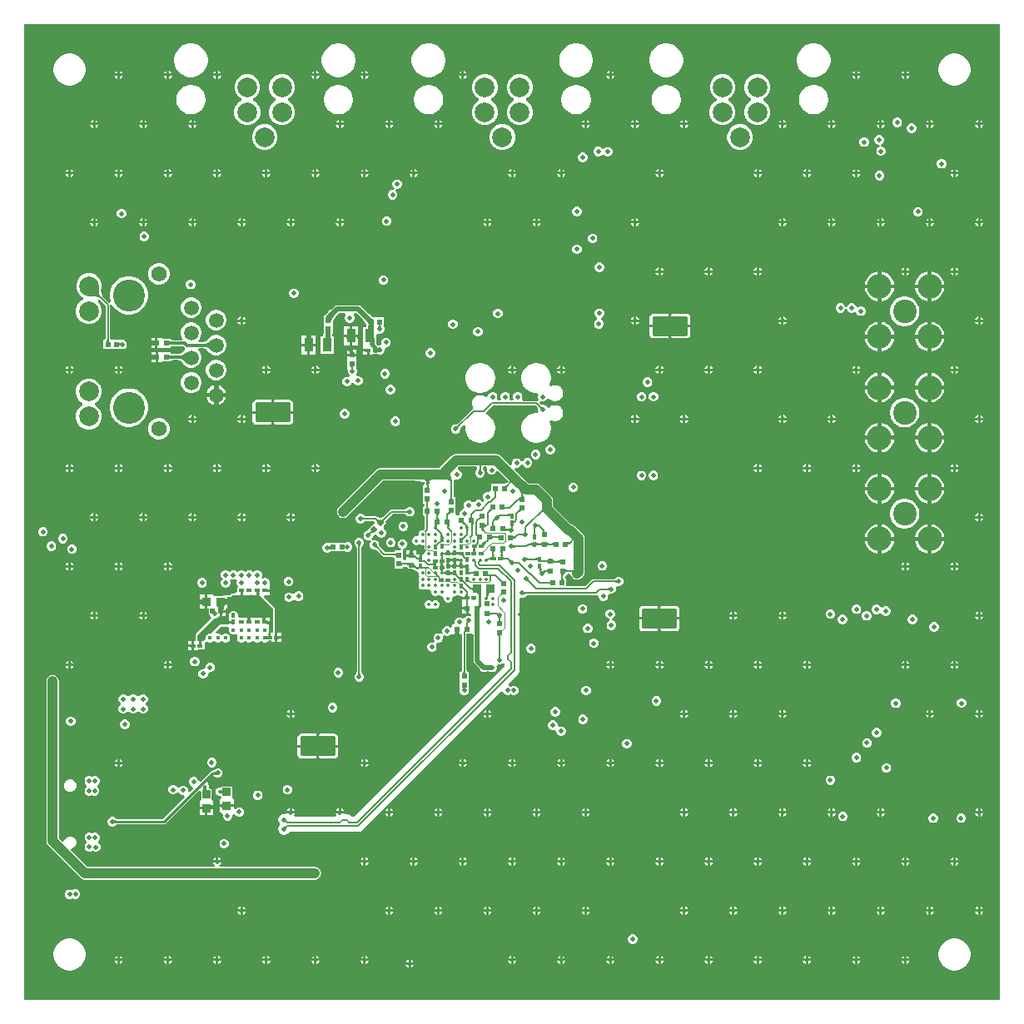
<source format=gbl>
G04*
G04 #@! TF.GenerationSoftware,Altium Limited,Altium Designer,23.0.1 (38)*
G04*
G04 Layer_Physical_Order=6*
G04 Layer_Color=16711680*
%FSLAX43Y43*%
%MOMM*%
G71*
G04*
G04 #@! TF.SameCoordinates,885BD8DA-5ED2-4A8F-B332-7039D6E90BC2*
G04*
G04*
G04 #@! TF.FilePolarity,Positive*
G04*
G01*
G75*
%ADD11C,0.250*%
%ADD13C,0.200*%
%ADD14C,0.254*%
%ADD15C,0.150*%
%ADD16R,0.500X0.500*%
%ADD18R,0.500X0.500*%
%ADD21R,0.500X0.420*%
%ADD25R,0.420X0.500*%
%ADD38P,0.707X4X90.0*%
%ADD42R,0.900X0.900*%
%ADD44R,0.900X0.900*%
%ADD112C,2.500*%
%ADD114C,0.147*%
G04:AMPARAMS|DCode=117|XSize=3.6mm|YSize=2mm|CornerRadius=0.1mm|HoleSize=0mm|Usage=FLASHONLY|Rotation=0.000|XOffset=0mm|YOffset=0mm|HoleType=Round|Shape=RoundedRectangle|*
%AMROUNDEDRECTD117*
21,1,3.600,1.800,0,0,0.0*
21,1,3.400,2.000,0,0,0.0*
1,1,0.200,1.700,-0.900*
1,1,0.200,-1.700,-0.900*
1,1,0.200,-1.700,0.900*
1,1,0.200,1.700,0.900*
%
%ADD117ROUNDEDRECTD117*%
%ADD119C,0.089*%
%ADD120C,0.102*%
%ADD121C,0.195*%
%ADD124C,0.203*%
%ADD125C,0.500*%
%ADD128C,0.400*%
%ADD129C,1.000*%
%ADD132C,2.000*%
%ADD133C,3.250*%
%ADD134C,1.570*%
%ADD135C,1.500*%
%ADD136C,2.400*%
%ADD137C,0.460*%
%ADD138C,0.500*%
%ADD139C,0.356*%
%ADD140C,0.400*%
%ADD162C,0.300*%
%ADD164R,0.950X1.400*%
G36*
X99592Y408D02*
X408D01*
Y99592D01*
X99592D01*
Y408D01*
D02*
G37*
%LPC*%
G36*
X90127Y94876D02*
Y94590D01*
X90413D01*
X90365Y94707D01*
X90244Y94828D01*
X90127Y94876D01*
D02*
G37*
G36*
X89873D02*
X89756Y94828D01*
X89636Y94707D01*
X89587Y94590D01*
X89873D01*
Y94876D01*
D02*
G37*
G36*
X85127D02*
Y94590D01*
X85413D01*
X85365Y94707D01*
X85244Y94828D01*
X85127Y94876D01*
D02*
G37*
G36*
X84873D02*
X84756Y94828D01*
X84636Y94707D01*
X84587Y94590D01*
X84873D01*
Y94876D01*
D02*
G37*
G36*
X60127D02*
Y94590D01*
X60413D01*
X60365Y94707D01*
X60244Y94828D01*
X60127Y94876D01*
D02*
G37*
G36*
X59873D02*
X59756Y94828D01*
X59636Y94707D01*
X59587Y94590D01*
X59873D01*
Y94876D01*
D02*
G37*
G36*
X45127D02*
Y94590D01*
X45413D01*
X45365Y94707D01*
X45244Y94828D01*
X45127Y94876D01*
D02*
G37*
G36*
X44873D02*
X44756Y94828D01*
X44636Y94707D01*
X44587Y94590D01*
X44873D01*
Y94876D01*
D02*
G37*
G36*
X35127D02*
Y94590D01*
X35413D01*
X35365Y94707D01*
X35244Y94828D01*
X35127Y94876D01*
D02*
G37*
G36*
X34873D02*
X34756Y94828D01*
X34636Y94707D01*
X34587Y94590D01*
X34873D01*
Y94876D01*
D02*
G37*
G36*
X30127D02*
Y94590D01*
X30413D01*
X30365Y94707D01*
X30244Y94828D01*
X30127Y94876D01*
D02*
G37*
G36*
X29873D02*
X29756Y94828D01*
X29636Y94707D01*
X29587Y94590D01*
X29873D01*
Y94876D01*
D02*
G37*
G36*
X20127D02*
Y94590D01*
X20413D01*
X20365Y94707D01*
X20244Y94828D01*
X20127Y94876D01*
D02*
G37*
G36*
X19873D02*
X19756Y94828D01*
X19636Y94707D01*
X19587Y94590D01*
X19873D01*
Y94876D01*
D02*
G37*
G36*
X15127D02*
Y94590D01*
X15413D01*
X15365Y94707D01*
X15244Y94828D01*
X15127Y94876D01*
D02*
G37*
G36*
X14873D02*
X14756Y94828D01*
X14636Y94707D01*
X14587Y94590D01*
X14873D01*
Y94876D01*
D02*
G37*
G36*
X10127D02*
Y94590D01*
X10413D01*
X10365Y94707D01*
X10244Y94828D01*
X10127Y94876D01*
D02*
G37*
G36*
X9873D02*
X9756Y94828D01*
X9636Y94707D01*
X9587Y94590D01*
X9873D01*
Y94876D01*
D02*
G37*
G36*
X80849Y97653D02*
X80511D01*
X80178Y97587D01*
X79865Y97457D01*
X79584Y97269D01*
X79344Y97029D01*
X79156Y96748D01*
X79026Y96435D01*
X78960Y96102D01*
Y95764D01*
X79026Y95431D01*
X79156Y95118D01*
X79344Y94837D01*
X79584Y94597D01*
X79865Y94409D01*
X80178Y94279D01*
X80511Y94213D01*
X80849D01*
X81182Y94279D01*
X81495Y94409D01*
X81776Y94597D01*
X82016Y94837D01*
X82204Y95118D01*
X82334Y95431D01*
X82400Y95764D01*
Y96102D01*
X82334Y96435D01*
X82204Y96748D01*
X82016Y97029D01*
X81776Y97269D01*
X81495Y97457D01*
X81182Y97587D01*
X80849Y97653D01*
D02*
G37*
G36*
X65849D02*
X65511D01*
X65178Y97587D01*
X64865Y97457D01*
X64584Y97269D01*
X64344Y97029D01*
X64156Y96748D01*
X64026Y96435D01*
X63960Y96102D01*
Y95764D01*
X64026Y95431D01*
X64156Y95118D01*
X64344Y94837D01*
X64584Y94597D01*
X64865Y94409D01*
X65178Y94279D01*
X65511Y94213D01*
X65849D01*
X66182Y94279D01*
X66495Y94409D01*
X66776Y94597D01*
X67016Y94837D01*
X67204Y95118D01*
X67334Y95431D01*
X67400Y95764D01*
Y96102D01*
X67334Y96435D01*
X67204Y96748D01*
X67016Y97029D01*
X66776Y97269D01*
X66495Y97457D01*
X66182Y97587D01*
X65849Y97653D01*
D02*
G37*
G36*
X56682D02*
X56343D01*
X56011Y97587D01*
X55698Y97457D01*
X55416Y97269D01*
X55177Y97029D01*
X54988Y96748D01*
X54859Y96435D01*
X54793Y96102D01*
Y95764D01*
X54859Y95431D01*
X54988Y95118D01*
X55177Y94837D01*
X55416Y94597D01*
X55698Y94409D01*
X56011Y94279D01*
X56343Y94213D01*
X56682D01*
X57014Y94279D01*
X57327Y94409D01*
X57609Y94597D01*
X57849Y94837D01*
X58037Y95118D01*
X58166Y95431D01*
X58233Y95764D01*
Y96102D01*
X58166Y96435D01*
X58037Y96748D01*
X57849Y97029D01*
X57609Y97269D01*
X57327Y97457D01*
X57014Y97587D01*
X56682Y97653D01*
D02*
G37*
G36*
X41682D02*
X41343D01*
X41011Y97587D01*
X40698Y97457D01*
X40416Y97269D01*
X40177Y97029D01*
X39988Y96748D01*
X39859Y96435D01*
X39793Y96102D01*
Y95764D01*
X39859Y95431D01*
X39988Y95118D01*
X40177Y94837D01*
X40416Y94597D01*
X40698Y94409D01*
X41011Y94279D01*
X41343Y94213D01*
X41682D01*
X42014Y94279D01*
X42327Y94409D01*
X42609Y94597D01*
X42849Y94837D01*
X43037Y95118D01*
X43166Y95431D01*
X43233Y95764D01*
Y96102D01*
X43166Y96435D01*
X43037Y96748D01*
X42849Y97029D01*
X42609Y97269D01*
X42327Y97457D01*
X42014Y97587D01*
X41682Y97653D01*
D02*
G37*
G36*
X32514D02*
X32176D01*
X31843Y97587D01*
X31530Y97457D01*
X31249Y97269D01*
X31009Y97029D01*
X30821Y96748D01*
X30691Y96435D01*
X30625Y96102D01*
Y95764D01*
X30691Y95431D01*
X30821Y95118D01*
X31009Y94837D01*
X31249Y94597D01*
X31530Y94409D01*
X31843Y94279D01*
X32176Y94213D01*
X32514D01*
X32847Y94279D01*
X33160Y94409D01*
X33441Y94597D01*
X33681Y94837D01*
X33869Y95118D01*
X33999Y95431D01*
X34065Y95764D01*
Y96102D01*
X33999Y96435D01*
X33869Y96748D01*
X33681Y97029D01*
X33441Y97269D01*
X33160Y97457D01*
X32847Y97587D01*
X32514Y97653D01*
D02*
G37*
G36*
X17514D02*
X17176D01*
X16843Y97587D01*
X16530Y97457D01*
X16249Y97269D01*
X16009Y97029D01*
X15821Y96748D01*
X15691Y96435D01*
X15625Y96102D01*
Y95764D01*
X15691Y95431D01*
X15821Y95118D01*
X16009Y94837D01*
X16249Y94597D01*
X16530Y94409D01*
X16843Y94279D01*
X17176Y94213D01*
X17514D01*
X17847Y94279D01*
X18160Y94409D01*
X18441Y94597D01*
X18681Y94837D01*
X18869Y95118D01*
X18999Y95431D01*
X19065Y95764D01*
Y96102D01*
X18999Y96435D01*
X18869Y96748D01*
X18681Y97029D01*
X18441Y97269D01*
X18160Y97457D01*
X17847Y97587D01*
X17514Y97653D01*
D02*
G37*
G36*
X90413Y94336D02*
X90127D01*
Y94050D01*
X90244Y94098D01*
X90365Y94219D01*
X90413Y94336D01*
D02*
G37*
G36*
X89873D02*
X89587D01*
X89636Y94219D01*
X89756Y94098D01*
X89873Y94050D01*
Y94336D01*
D02*
G37*
G36*
X85413D02*
X85127D01*
Y94050D01*
X85244Y94098D01*
X85365Y94219D01*
X85413Y94336D01*
D02*
G37*
G36*
X84873D02*
X84587D01*
X84636Y94219D01*
X84756Y94098D01*
X84873Y94050D01*
Y94336D01*
D02*
G37*
G36*
X60413D02*
X60127D01*
Y94050D01*
X60244Y94098D01*
X60365Y94219D01*
X60413Y94336D01*
D02*
G37*
G36*
X59873D02*
X59587D01*
X59636Y94219D01*
X59756Y94098D01*
X59873Y94050D01*
Y94336D01*
D02*
G37*
G36*
X45413D02*
X45127D01*
Y94050D01*
X45244Y94098D01*
X45365Y94219D01*
X45413Y94336D01*
D02*
G37*
G36*
X44873D02*
X44587D01*
X44636Y94219D01*
X44756Y94098D01*
X44873Y94050D01*
Y94336D01*
D02*
G37*
G36*
X35413D02*
X35127D01*
Y94050D01*
X35244Y94098D01*
X35365Y94219D01*
X35413Y94336D01*
D02*
G37*
G36*
X34873D02*
X34587D01*
X34636Y94219D01*
X34756Y94098D01*
X34873Y94050D01*
Y94336D01*
D02*
G37*
G36*
X30413D02*
X30127D01*
Y94050D01*
X30244Y94098D01*
X30365Y94219D01*
X30413Y94336D01*
D02*
G37*
G36*
X29873D02*
X29587D01*
X29636Y94219D01*
X29756Y94098D01*
X29873Y94050D01*
Y94336D01*
D02*
G37*
G36*
X20413D02*
X20127D01*
Y94050D01*
X20244Y94098D01*
X20365Y94219D01*
X20413Y94336D01*
D02*
G37*
G36*
X19873D02*
X19587D01*
X19636Y94219D01*
X19756Y94098D01*
X19873Y94050D01*
Y94336D01*
D02*
G37*
G36*
X15413D02*
X15127D01*
Y94050D01*
X15244Y94098D01*
X15365Y94219D01*
X15413Y94336D01*
D02*
G37*
G36*
X14873D02*
X14587D01*
X14636Y94219D01*
X14756Y94098D01*
X14873Y94050D01*
Y94336D01*
D02*
G37*
G36*
X10413D02*
X10127D01*
Y94050D01*
X10244Y94098D01*
X10365Y94219D01*
X10413Y94336D01*
D02*
G37*
G36*
X9873D02*
X9587D01*
X9636Y94219D01*
X9756Y94098D01*
X9873Y94050D01*
Y94336D01*
D02*
G37*
G36*
X5160Y96620D02*
X4841D01*
X4528Y96558D01*
X4233Y96436D01*
X3967Y96258D01*
X3742Y96033D01*
X3564Y95767D01*
X3442Y95473D01*
X3380Y95160D01*
Y94840D01*
X3442Y94527D01*
X3564Y94233D01*
X3742Y93967D01*
X3967Y93742D01*
X4233Y93564D01*
X4528Y93442D01*
X4841Y93380D01*
X5160D01*
X5473Y93442D01*
X5767Y93564D01*
X6033Y93742D01*
X6258Y93967D01*
X6436Y94233D01*
X6558Y94527D01*
X6620Y94840D01*
Y95160D01*
X6558Y95473D01*
X6436Y95767D01*
X6258Y96033D01*
X6033Y96258D01*
X5767Y96436D01*
X5473Y96558D01*
X5160Y96620D01*
D02*
G37*
G36*
X95160Y96620D02*
X94841D01*
X94528Y96558D01*
X94233Y96436D01*
X93967Y96258D01*
X93742Y96033D01*
X93564Y95767D01*
X93442Y95473D01*
X93380Y95160D01*
Y94840D01*
X93442Y94527D01*
X93564Y94233D01*
X93742Y93967D01*
X93967Y93742D01*
X94233Y93564D01*
X94528Y93442D01*
X94841Y93380D01*
X95160D01*
X95473Y93442D01*
X95767Y93564D01*
X96033Y93742D01*
X96258Y93967D01*
X96436Y94233D01*
X96558Y94527D01*
X96620Y94840D01*
Y95160D01*
X96558Y95473D01*
X96436Y95767D01*
X96258Y96033D01*
X96033Y96258D01*
X95767Y96436D01*
X95473Y96558D01*
X95160Y96620D01*
D02*
G37*
G36*
X80827Y93428D02*
X80533D01*
X80244Y93371D01*
X79972Y93258D01*
X79727Y93094D01*
X79519Y92886D01*
X79355Y92641D01*
X79243Y92369D01*
X79185Y92080D01*
Y91786D01*
X79243Y91497D01*
X79355Y91225D01*
X79519Y90980D01*
X79727Y90772D01*
X79972Y90608D01*
X80244Y90495D01*
X80533Y90438D01*
X80827D01*
X81116Y90495D01*
X81388Y90608D01*
X81633Y90772D01*
X81841Y90980D01*
X82005Y91225D01*
X82118Y91497D01*
X82175Y91786D01*
Y92080D01*
X82118Y92369D01*
X82005Y92641D01*
X81841Y92886D01*
X81633Y93094D01*
X81388Y93258D01*
X81116Y93371D01*
X80827Y93428D01*
D02*
G37*
G36*
X65827D02*
X65533D01*
X65244Y93371D01*
X64972Y93258D01*
X64727Y93094D01*
X64519Y92886D01*
X64355Y92641D01*
X64243Y92369D01*
X64185Y92080D01*
Y91786D01*
X64243Y91497D01*
X64355Y91225D01*
X64519Y90980D01*
X64727Y90772D01*
X64972Y90608D01*
X65244Y90495D01*
X65533Y90438D01*
X65827D01*
X66116Y90495D01*
X66388Y90608D01*
X66633Y90772D01*
X66841Y90980D01*
X67005Y91225D01*
X67118Y91497D01*
X67175Y91786D01*
Y92080D01*
X67118Y92369D01*
X67005Y92641D01*
X66841Y92886D01*
X66633Y93094D01*
X66388Y93258D01*
X66116Y93371D01*
X65827Y93428D01*
D02*
G37*
G36*
X56660D02*
X56365D01*
X56076Y93371D01*
X55804Y93258D01*
X55560Y93094D01*
X55351Y92886D01*
X55188Y92641D01*
X55075Y92369D01*
X55018Y92080D01*
Y91786D01*
X55075Y91497D01*
X55188Y91225D01*
X55351Y90980D01*
X55560Y90772D01*
X55804Y90608D01*
X56076Y90495D01*
X56365Y90438D01*
X56660D01*
X56949Y90495D01*
X57221Y90608D01*
X57466Y90772D01*
X57674Y90980D01*
X57837Y91225D01*
X57950Y91497D01*
X58008Y91786D01*
Y92080D01*
X57950Y92369D01*
X57837Y92641D01*
X57674Y92886D01*
X57466Y93094D01*
X57221Y93258D01*
X56949Y93371D01*
X56660Y93428D01*
D02*
G37*
G36*
X41660D02*
X41365D01*
X41076Y93371D01*
X40804Y93258D01*
X40560Y93094D01*
X40351Y92886D01*
X40188Y92641D01*
X40075Y92369D01*
X40018Y92080D01*
Y91786D01*
X40075Y91497D01*
X40188Y91225D01*
X40351Y90980D01*
X40560Y90772D01*
X40804Y90608D01*
X41076Y90495D01*
X41365Y90438D01*
X41660D01*
X41949Y90495D01*
X42221Y90608D01*
X42466Y90772D01*
X42674Y90980D01*
X42837Y91225D01*
X42950Y91497D01*
X43008Y91786D01*
Y92080D01*
X42950Y92369D01*
X42837Y92641D01*
X42674Y92886D01*
X42466Y93094D01*
X42221Y93258D01*
X41949Y93371D01*
X41660Y93428D01*
D02*
G37*
G36*
X32492D02*
X32198D01*
X31909Y93371D01*
X31637Y93258D01*
X31392Y93094D01*
X31184Y92886D01*
X31020Y92641D01*
X30908Y92369D01*
X30850Y92080D01*
Y91786D01*
X30908Y91497D01*
X31020Y91225D01*
X31184Y90980D01*
X31392Y90772D01*
X31637Y90608D01*
X31909Y90495D01*
X32198Y90438D01*
X32492D01*
X32781Y90495D01*
X33053Y90608D01*
X33298Y90772D01*
X33506Y90980D01*
X33670Y91225D01*
X33783Y91497D01*
X33840Y91786D01*
Y92080D01*
X33783Y92369D01*
X33670Y92641D01*
X33506Y92886D01*
X33298Y93094D01*
X33053Y93258D01*
X32781Y93371D01*
X32492Y93428D01*
D02*
G37*
G36*
X17492D02*
X17198D01*
X16909Y93371D01*
X16637Y93258D01*
X16392Y93094D01*
X16184Y92886D01*
X16020Y92641D01*
X15908Y92369D01*
X15850Y92080D01*
Y91786D01*
X15908Y91497D01*
X16020Y91225D01*
X16184Y90980D01*
X16392Y90772D01*
X16637Y90608D01*
X16909Y90495D01*
X17198Y90438D01*
X17492D01*
X17781Y90495D01*
X18053Y90608D01*
X18298Y90772D01*
X18506Y90980D01*
X18670Y91225D01*
X18783Y91497D01*
X18840Y91786D01*
Y92080D01*
X18783Y92369D01*
X18670Y92641D01*
X18506Y92886D01*
X18298Y93094D01*
X18053Y93258D01*
X17781Y93371D01*
X17492Y93428D01*
D02*
G37*
G36*
X97627Y89876D02*
Y89590D01*
X97913D01*
X97865Y89707D01*
X97744Y89828D01*
X97627Y89876D01*
D02*
G37*
G36*
X97373D02*
X97256Y89828D01*
X97136Y89707D01*
X97087Y89590D01*
X97373D01*
Y89876D01*
D02*
G37*
G36*
X92627D02*
Y89590D01*
X92913D01*
X92865Y89707D01*
X92744Y89828D01*
X92627Y89876D01*
D02*
G37*
G36*
X92373D02*
X92256Y89828D01*
X92136Y89707D01*
X92087Y89590D01*
X92373D01*
Y89876D01*
D02*
G37*
G36*
X87627D02*
Y89590D01*
X87913D01*
X87865Y89707D01*
X87744Y89828D01*
X87627Y89876D01*
D02*
G37*
G36*
X87373D02*
X87256Y89828D01*
X87136Y89707D01*
X87087Y89590D01*
X87373D01*
Y89876D01*
D02*
G37*
G36*
X82627D02*
Y89590D01*
X82913D01*
X82865Y89707D01*
X82744Y89828D01*
X82627Y89876D01*
D02*
G37*
G36*
X82373D02*
X82256Y89828D01*
X82136Y89707D01*
X82087Y89590D01*
X82373D01*
Y89876D01*
D02*
G37*
G36*
X77627D02*
Y89590D01*
X77913D01*
X77865Y89707D01*
X77744Y89828D01*
X77627Y89876D01*
D02*
G37*
G36*
X77373D02*
X77256Y89828D01*
X77136Y89707D01*
X77087Y89590D01*
X77373D01*
Y89876D01*
D02*
G37*
G36*
X67627D02*
Y89590D01*
X67913D01*
X67865Y89707D01*
X67744Y89828D01*
X67627Y89876D01*
D02*
G37*
G36*
X67373D02*
X67256Y89828D01*
X67136Y89707D01*
X67087Y89590D01*
X67373D01*
Y89876D01*
D02*
G37*
G36*
X62627D02*
Y89590D01*
X62913D01*
X62865Y89707D01*
X62744Y89828D01*
X62627Y89876D01*
D02*
G37*
G36*
X62373D02*
X62256Y89828D01*
X62136Y89707D01*
X62087Y89590D01*
X62373D01*
Y89876D01*
D02*
G37*
G36*
X57627D02*
Y89590D01*
X57913D01*
X57865Y89707D01*
X57744Y89828D01*
X57627Y89876D01*
D02*
G37*
G36*
X57373D02*
X57256Y89828D01*
X57136Y89707D01*
X57087Y89590D01*
X57373D01*
Y89876D01*
D02*
G37*
G36*
X42627D02*
Y89590D01*
X42913D01*
X42865Y89707D01*
X42744Y89828D01*
X42627Y89876D01*
D02*
G37*
G36*
X42373D02*
X42256Y89828D01*
X42136Y89707D01*
X42087Y89590D01*
X42373D01*
Y89876D01*
D02*
G37*
G36*
X37627D02*
Y89590D01*
X37913D01*
X37865Y89707D01*
X37744Y89828D01*
X37627Y89876D01*
D02*
G37*
G36*
X37373D02*
X37256Y89828D01*
X37136Y89707D01*
X37087Y89590D01*
X37373D01*
Y89876D01*
D02*
G37*
G36*
X32627D02*
Y89590D01*
X32913D01*
X32865Y89707D01*
X32744Y89828D01*
X32627Y89876D01*
D02*
G37*
G36*
X32373D02*
X32256Y89828D01*
X32136Y89707D01*
X32087Y89590D01*
X32373D01*
Y89876D01*
D02*
G37*
G36*
X17627D02*
Y89590D01*
X17913D01*
X17865Y89707D01*
X17744Y89828D01*
X17627Y89876D01*
D02*
G37*
G36*
X17373D02*
X17256Y89828D01*
X17136Y89707D01*
X17087Y89590D01*
X17373D01*
Y89876D01*
D02*
G37*
G36*
X12627D02*
Y89590D01*
X12913D01*
X12865Y89707D01*
X12744Y89828D01*
X12627Y89876D01*
D02*
G37*
G36*
X12373D02*
X12256Y89828D01*
X12136Y89707D01*
X12087Y89590D01*
X12373D01*
Y89876D01*
D02*
G37*
G36*
X7627D02*
Y89590D01*
X7913D01*
X7865Y89707D01*
X7744Y89828D01*
X7627Y89876D01*
D02*
G37*
G36*
X7373D02*
X7256Y89828D01*
X7136Y89707D01*
X7087Y89590D01*
X7373D01*
Y89876D01*
D02*
G37*
G36*
X75124Y94523D02*
X74776D01*
X74441Y94433D01*
X74140Y94259D01*
X73894Y94013D01*
X73720Y93712D01*
X73630Y93377D01*
Y93029D01*
X73720Y92693D01*
X73894Y92392D01*
X74140Y92147D01*
X74310Y92048D01*
Y91817D01*
X74140Y91719D01*
X73894Y91473D01*
X73720Y91172D01*
X73630Y90837D01*
Y90489D01*
X73720Y90153D01*
X73894Y89852D01*
X74140Y89607D01*
X74441Y89433D01*
X74776Y89343D01*
X75124D01*
X75460Y89433D01*
X75761Y89607D01*
X76006Y89852D01*
X76180Y90153D01*
X76270Y90489D01*
Y90837D01*
X76180Y91172D01*
X76006Y91473D01*
X75761Y91719D01*
X75590Y91817D01*
Y92048D01*
X75761Y92147D01*
X76006Y92392D01*
X76180Y92693D01*
X76270Y93029D01*
Y93377D01*
X76180Y93712D01*
X76006Y94013D01*
X75761Y94259D01*
X75460Y94433D01*
X75124Y94523D01*
D02*
G37*
G36*
X71581Y94503D02*
X71239D01*
X70908Y94414D01*
X70612Y94243D01*
X70370Y94001D01*
X70199Y93705D01*
X70110Y93374D01*
Y93032D01*
X70199Y92701D01*
X70370Y92405D01*
X70612Y92163D01*
X70790Y92060D01*
Y91829D01*
X70600Y91719D01*
X70354Y91473D01*
X70180Y91172D01*
X70090Y90837D01*
Y90489D01*
X70180Y90153D01*
X70354Y89852D01*
X70600Y89607D01*
X70901Y89433D01*
X71236Y89343D01*
X71584D01*
X71920Y89433D01*
X72221Y89607D01*
X72466Y89852D01*
X72640Y90153D01*
X72730Y90489D01*
Y90837D01*
X72640Y91172D01*
X72466Y91473D01*
X72221Y91719D01*
X72030Y91829D01*
Y92060D01*
X72208Y92163D01*
X72450Y92405D01*
X72621Y92701D01*
X72710Y93032D01*
Y93374D01*
X72621Y93705D01*
X72450Y94001D01*
X72208Y94243D01*
X71912Y94414D01*
X71581Y94503D01*
D02*
G37*
G36*
X50956Y94523D02*
X50609D01*
X50273Y94433D01*
X49972Y94259D01*
X49726Y94013D01*
X49553Y93712D01*
X49463Y93377D01*
Y93029D01*
X49553Y92693D01*
X49726Y92392D01*
X49972Y92147D01*
X50142Y92048D01*
Y91817D01*
X49972Y91719D01*
X49726Y91473D01*
X49553Y91172D01*
X49463Y90837D01*
Y90489D01*
X49553Y90153D01*
X49726Y89852D01*
X49972Y89607D01*
X50273Y89433D01*
X50609Y89343D01*
X50956D01*
X51292Y89433D01*
X51593Y89607D01*
X51839Y89852D01*
X52013Y90153D01*
X52103Y90489D01*
Y90837D01*
X52013Y91172D01*
X51839Y91473D01*
X51593Y91719D01*
X51423Y91817D01*
Y92048D01*
X51593Y92147D01*
X51839Y92392D01*
X52013Y92693D01*
X52103Y93029D01*
Y93377D01*
X52013Y93712D01*
X51839Y94013D01*
X51593Y94259D01*
X51292Y94433D01*
X50956Y94523D01*
D02*
G37*
G36*
X47414Y94503D02*
X47071D01*
X46741Y94414D01*
X46444Y94243D01*
X46202Y94001D01*
X46031Y93705D01*
X45943Y93374D01*
Y93032D01*
X46031Y92701D01*
X46202Y92405D01*
X46444Y92163D01*
X46622Y92060D01*
Y91829D01*
X46432Y91719D01*
X46186Y91473D01*
X46013Y91172D01*
X45923Y90837D01*
Y90489D01*
X46013Y90153D01*
X46186Y89852D01*
X46432Y89607D01*
X46733Y89433D01*
X47069Y89343D01*
X47416D01*
X47752Y89433D01*
X48053Y89607D01*
X48299Y89852D01*
X48473Y90153D01*
X48563Y90489D01*
Y90837D01*
X48473Y91172D01*
X48299Y91473D01*
X48053Y91719D01*
X47863Y91829D01*
Y92060D01*
X48041Y92163D01*
X48283Y92405D01*
X48454Y92701D01*
X48543Y93032D01*
Y93374D01*
X48454Y93705D01*
X48283Y94001D01*
X48041Y94243D01*
X47744Y94414D01*
X47414Y94503D01*
D02*
G37*
G36*
X26789Y94523D02*
X26441D01*
X26106Y94433D01*
X25805Y94259D01*
X25559Y94013D01*
X25385Y93712D01*
X25295Y93377D01*
Y93029D01*
X25385Y92693D01*
X25559Y92392D01*
X25805Y92147D01*
X25975Y92048D01*
Y91817D01*
X25805Y91719D01*
X25559Y91473D01*
X25385Y91172D01*
X25295Y90837D01*
Y90489D01*
X25385Y90153D01*
X25559Y89852D01*
X25805Y89607D01*
X26106Y89433D01*
X26441Y89343D01*
X26789D01*
X27125Y89433D01*
X27426Y89607D01*
X27671Y89852D01*
X27845Y90153D01*
X27935Y90489D01*
Y90837D01*
X27845Y91172D01*
X27671Y91473D01*
X27426Y91719D01*
X27255Y91817D01*
Y92048D01*
X27426Y92147D01*
X27671Y92392D01*
X27845Y92693D01*
X27935Y93029D01*
Y93377D01*
X27845Y93712D01*
X27671Y94013D01*
X27426Y94259D01*
X27125Y94433D01*
X26789Y94523D01*
D02*
G37*
G36*
X23246Y94503D02*
X22904D01*
X22573Y94414D01*
X22277Y94243D01*
X22035Y94001D01*
X21864Y93705D01*
X21775Y93374D01*
Y93032D01*
X21864Y92701D01*
X22035Y92405D01*
X22277Y92163D01*
X22455Y92060D01*
Y91829D01*
X22265Y91719D01*
X22019Y91473D01*
X21845Y91172D01*
X21755Y90837D01*
Y90489D01*
X21845Y90153D01*
X22019Y89852D01*
X22265Y89607D01*
X22566Y89433D01*
X22901Y89343D01*
X23249D01*
X23585Y89433D01*
X23886Y89607D01*
X24131Y89852D01*
X24305Y90153D01*
X24395Y90489D01*
Y90837D01*
X24305Y91172D01*
X24131Y91473D01*
X23886Y91719D01*
X23695Y91829D01*
Y92060D01*
X23873Y92163D01*
X24115Y92405D01*
X24286Y92701D01*
X24375Y93032D01*
Y93374D01*
X24286Y93705D01*
X24115Y94001D01*
X23873Y94243D01*
X23577Y94414D01*
X23246Y94503D01*
D02*
G37*
G36*
X89271Y90097D02*
X89079D01*
X88901Y90023D01*
X88765Y89887D01*
X88691Y89709D01*
Y89517D01*
X88765Y89339D01*
X88901Y89203D01*
X89079Y89129D01*
X89271D01*
X89449Y89203D01*
X89585Y89339D01*
X89659Y89517D01*
Y89709D01*
X89585Y89887D01*
X89449Y90023D01*
X89271Y90097D01*
D02*
G37*
G36*
X97913Y89336D02*
X97627D01*
Y89050D01*
X97744Y89098D01*
X97865Y89219D01*
X97913Y89336D01*
D02*
G37*
G36*
X97373D02*
X97087D01*
X97136Y89219D01*
X97256Y89098D01*
X97373Y89050D01*
Y89336D01*
D02*
G37*
G36*
X92913D02*
X92627D01*
Y89050D01*
X92744Y89098D01*
X92865Y89219D01*
X92913Y89336D01*
D02*
G37*
G36*
X92373D02*
X92087D01*
X92136Y89219D01*
X92256Y89098D01*
X92373Y89050D01*
Y89336D01*
D02*
G37*
G36*
X87913D02*
X87627D01*
Y89050D01*
X87744Y89098D01*
X87865Y89219D01*
X87913Y89336D01*
D02*
G37*
G36*
X87373D02*
X87087D01*
X87136Y89219D01*
X87256Y89098D01*
X87373Y89050D01*
Y89336D01*
D02*
G37*
G36*
X82913D02*
X82627D01*
Y89050D01*
X82744Y89098D01*
X82865Y89219D01*
X82913Y89336D01*
D02*
G37*
G36*
X82373D02*
X82087D01*
X82136Y89219D01*
X82256Y89098D01*
X82373Y89050D01*
Y89336D01*
D02*
G37*
G36*
X77913D02*
X77627D01*
Y89050D01*
X77744Y89098D01*
X77865Y89219D01*
X77913Y89336D01*
D02*
G37*
G36*
X77373D02*
X77087D01*
X77136Y89219D01*
X77256Y89098D01*
X77373Y89050D01*
Y89336D01*
D02*
G37*
G36*
X67913D02*
X67627D01*
Y89050D01*
X67744Y89098D01*
X67865Y89219D01*
X67913Y89336D01*
D02*
G37*
G36*
X67373D02*
X67087D01*
X67136Y89219D01*
X67256Y89098D01*
X67373Y89050D01*
Y89336D01*
D02*
G37*
G36*
X62913D02*
X62627D01*
Y89050D01*
X62744Y89098D01*
X62865Y89219D01*
X62913Y89336D01*
D02*
G37*
G36*
X62373D02*
X62087D01*
X62136Y89219D01*
X62256Y89098D01*
X62373Y89050D01*
Y89336D01*
D02*
G37*
G36*
X57913D02*
X57627D01*
Y89050D01*
X57744Y89098D01*
X57865Y89219D01*
X57913Y89336D01*
D02*
G37*
G36*
X57373D02*
X57087D01*
X57136Y89219D01*
X57256Y89098D01*
X57373Y89050D01*
Y89336D01*
D02*
G37*
G36*
X42913D02*
X42627D01*
Y89050D01*
X42744Y89098D01*
X42865Y89219D01*
X42913Y89336D01*
D02*
G37*
G36*
X42373D02*
X42087D01*
X42136Y89219D01*
X42256Y89098D01*
X42373Y89050D01*
Y89336D01*
D02*
G37*
G36*
X37913D02*
X37627D01*
Y89050D01*
X37744Y89098D01*
X37865Y89219D01*
X37913Y89336D01*
D02*
G37*
G36*
X37373D02*
X37087D01*
X37136Y89219D01*
X37256Y89098D01*
X37373Y89050D01*
Y89336D01*
D02*
G37*
G36*
X32913D02*
X32627D01*
Y89050D01*
X32744Y89098D01*
X32865Y89219D01*
X32913Y89336D01*
D02*
G37*
G36*
X32373D02*
X32087D01*
X32136Y89219D01*
X32256Y89098D01*
X32373Y89050D01*
Y89336D01*
D02*
G37*
G36*
X17913D02*
X17627D01*
Y89050D01*
X17744Y89098D01*
X17865Y89219D01*
X17913Y89336D01*
D02*
G37*
G36*
X17373D02*
X17087D01*
X17136Y89219D01*
X17256Y89098D01*
X17373Y89050D01*
Y89336D01*
D02*
G37*
G36*
X12913D02*
X12627D01*
Y89050D01*
X12744Y89098D01*
X12865Y89219D01*
X12913Y89336D01*
D02*
G37*
G36*
X12373D02*
X12087D01*
X12136Y89219D01*
X12256Y89098D01*
X12373Y89050D01*
Y89336D01*
D02*
G37*
G36*
X7913D02*
X7627D01*
Y89050D01*
X7744Y89098D01*
X7865Y89219D01*
X7913Y89336D01*
D02*
G37*
G36*
X7373D02*
X7087D01*
X7136Y89219D01*
X7256Y89098D01*
X7373Y89050D01*
Y89336D01*
D02*
G37*
G36*
X90743Y89497D02*
X90550D01*
X90372Y89423D01*
X90236Y89287D01*
X90163Y89109D01*
Y88917D01*
X90236Y88739D01*
X90372Y88603D01*
X90550Y88529D01*
X90743D01*
X90921Y88603D01*
X91057Y88739D01*
X91131Y88917D01*
Y89109D01*
X91057Y89287D01*
X90921Y89423D01*
X90743Y89497D01*
D02*
G37*
G36*
X85921Y88097D02*
X85729D01*
X85551Y88023D01*
X85415Y87887D01*
X85341Y87709D01*
Y87517D01*
X85415Y87339D01*
X85551Y87203D01*
X85729Y87129D01*
X85921D01*
X86099Y87203D01*
X86235Y87339D01*
X86309Y87517D01*
Y87709D01*
X86235Y87887D01*
X86099Y88023D01*
X85921Y88097D01*
D02*
G37*
G36*
X73351Y89423D02*
X73009D01*
X72678Y89334D01*
X72382Y89163D01*
X72140Y88921D01*
X71969Y88625D01*
X71880Y88294D01*
Y87952D01*
X71969Y87621D01*
X72140Y87325D01*
X72382Y87083D01*
X72678Y86912D01*
X73009Y86823D01*
X73351D01*
X73682Y86912D01*
X73978Y87083D01*
X74220Y87325D01*
X74391Y87621D01*
X74480Y87952D01*
Y88294D01*
X74391Y88625D01*
X74220Y88921D01*
X73978Y89163D01*
X73682Y89334D01*
X73351Y89423D01*
D02*
G37*
G36*
X49184D02*
X48841D01*
X48511Y89334D01*
X48214Y89163D01*
X47972Y88921D01*
X47801Y88625D01*
X47713Y88294D01*
Y87952D01*
X47801Y87621D01*
X47972Y87325D01*
X48214Y87083D01*
X48511Y86912D01*
X48841Y86823D01*
X49184D01*
X49514Y86912D01*
X49811Y87083D01*
X50053Y87325D01*
X50224Y87621D01*
X50313Y87952D01*
Y88294D01*
X50224Y88625D01*
X50053Y88921D01*
X49811Y89163D01*
X49514Y89334D01*
X49184Y89423D01*
D02*
G37*
G36*
X25016D02*
X24674D01*
X24343Y89334D01*
X24047Y89163D01*
X23805Y88921D01*
X23634Y88625D01*
X23545Y88294D01*
Y87952D01*
X23634Y87621D01*
X23805Y87325D01*
X24047Y87083D01*
X24343Y86912D01*
X24674Y86823D01*
X25016D01*
X25347Y86912D01*
X25643Y87083D01*
X25885Y87325D01*
X26056Y87621D01*
X26145Y87952D01*
Y88294D01*
X26056Y88625D01*
X25885Y88921D01*
X25643Y89163D01*
X25347Y89334D01*
X25016Y89423D01*
D02*
G37*
G36*
X87421Y88322D02*
X87229D01*
X87051Y88248D01*
X86915Y88112D01*
X86841Y87934D01*
Y87742D01*
X86915Y87564D01*
X87051Y87428D01*
X87229Y87354D01*
X87346Y87354D01*
X87385Y87154D01*
X87251Y87098D01*
X87115Y86962D01*
X87041Y86784D01*
Y86592D01*
X87115Y86414D01*
X87251Y86278D01*
X87429Y86204D01*
X87621D01*
X87799Y86278D01*
X87935Y86414D01*
X88009Y86592D01*
Y86784D01*
X87935Y86962D01*
X87799Y87098D01*
X87621Y87172D01*
X87505Y87172D01*
X87465Y87372D01*
X87599Y87428D01*
X87735Y87564D01*
X87809Y87742D01*
Y87934D01*
X87735Y88112D01*
X87599Y88248D01*
X87421Y88322D01*
D02*
G37*
G36*
X58865Y87138D02*
X58672D01*
X58494Y87064D01*
X58358Y86928D01*
X58284Y86750D01*
Y86558D01*
X58358Y86380D01*
X58494Y86243D01*
X58672Y86170D01*
X58865D01*
X59043Y86243D01*
X59135Y86336D01*
X59275Y86355D01*
X59374Y86329D01*
X59476Y86228D01*
X59654Y86154D01*
X59846D01*
X60024Y86228D01*
X60160Y86364D01*
X60234Y86542D01*
Y86734D01*
X60160Y86912D01*
X60024Y87048D01*
X59846Y87122D01*
X59654D01*
X59476Y87048D01*
X59384Y86956D01*
X59244Y86937D01*
X59144Y86963D01*
X59043Y87064D01*
X58865Y87138D01*
D02*
G37*
G36*
X57274Y86547D02*
X57082D01*
X56904Y86474D01*
X56768Y86338D01*
X56694Y86160D01*
Y85967D01*
X56768Y85789D01*
X56904Y85653D01*
X57082Y85579D01*
X57274D01*
X57452Y85653D01*
X57588Y85789D01*
X57662Y85967D01*
Y86160D01*
X57588Y86338D01*
X57452Y86474D01*
X57274Y86547D01*
D02*
G37*
G36*
X93796Y85897D02*
X93604D01*
X93426Y85823D01*
X93290Y85687D01*
X93216Y85509D01*
Y85317D01*
X93290Y85139D01*
X93426Y85003D01*
X93604Y84929D01*
X93796D01*
X93974Y85003D01*
X94110Y85139D01*
X94184Y85317D01*
Y85509D01*
X94110Y85687D01*
X93974Y85823D01*
X93796Y85897D01*
D02*
G37*
G36*
X95127Y84876D02*
Y84590D01*
X95413D01*
X95365Y84707D01*
X95244Y84828D01*
X95127Y84876D01*
D02*
G37*
G36*
X94873D02*
X94756Y84828D01*
X94636Y84707D01*
X94587Y84590D01*
X94873D01*
Y84876D01*
D02*
G37*
G36*
X85127D02*
Y84590D01*
X85413D01*
X85365Y84707D01*
X85244Y84828D01*
X85127Y84876D01*
D02*
G37*
G36*
X84873D02*
X84756Y84828D01*
X84636Y84707D01*
X84587Y84590D01*
X84873D01*
Y84876D01*
D02*
G37*
G36*
X80127D02*
Y84590D01*
X80413D01*
X80365Y84707D01*
X80244Y84828D01*
X80127Y84876D01*
D02*
G37*
G36*
X79873D02*
X79756Y84828D01*
X79636Y84707D01*
X79587Y84590D01*
X79873D01*
Y84876D01*
D02*
G37*
G36*
X75127D02*
Y84590D01*
X75413D01*
X75365Y84707D01*
X75244Y84828D01*
X75127Y84876D01*
D02*
G37*
G36*
X74873D02*
X74756Y84828D01*
X74636Y84707D01*
X74587Y84590D01*
X74873D01*
Y84876D01*
D02*
G37*
G36*
X65127D02*
Y84590D01*
X65413D01*
X65365Y84707D01*
X65244Y84828D01*
X65127Y84876D01*
D02*
G37*
G36*
X64873D02*
X64756Y84828D01*
X64636Y84707D01*
X64587Y84590D01*
X64873D01*
Y84876D01*
D02*
G37*
G36*
X55127D02*
Y84590D01*
X55413D01*
X55365Y84707D01*
X55244Y84828D01*
X55127Y84876D01*
D02*
G37*
G36*
X54873D02*
X54756Y84828D01*
X54636Y84707D01*
X54587Y84590D01*
X54873D01*
Y84876D01*
D02*
G37*
G36*
X50127D02*
Y84590D01*
X50413D01*
X50365Y84707D01*
X50244Y84828D01*
X50127Y84876D01*
D02*
G37*
G36*
X49873D02*
X49756Y84828D01*
X49636Y84707D01*
X49587Y84590D01*
X49873D01*
Y84876D01*
D02*
G37*
G36*
X40127D02*
Y84590D01*
X40413D01*
X40365Y84707D01*
X40244Y84828D01*
X40127Y84876D01*
D02*
G37*
G36*
X39873D02*
X39756Y84828D01*
X39636Y84707D01*
X39587Y84590D01*
X39873D01*
Y84876D01*
D02*
G37*
G36*
X35127D02*
Y84590D01*
X35413D01*
X35365Y84707D01*
X35244Y84828D01*
X35127Y84876D01*
D02*
G37*
G36*
X34873D02*
X34756Y84828D01*
X34636Y84707D01*
X34587Y84590D01*
X34873D01*
Y84876D01*
D02*
G37*
G36*
X30127D02*
Y84590D01*
X30413D01*
X30365Y84707D01*
X30244Y84828D01*
X30127Y84876D01*
D02*
G37*
G36*
X29873D02*
X29756Y84828D01*
X29636Y84707D01*
X29587Y84590D01*
X29873D01*
Y84876D01*
D02*
G37*
G36*
X25127D02*
Y84590D01*
X25413D01*
X25365Y84707D01*
X25244Y84828D01*
X25127Y84876D01*
D02*
G37*
G36*
X24873D02*
X24756Y84828D01*
X24636Y84707D01*
X24587Y84590D01*
X24873D01*
Y84876D01*
D02*
G37*
G36*
X20127D02*
Y84590D01*
X20413D01*
X20365Y84707D01*
X20244Y84828D01*
X20127Y84876D01*
D02*
G37*
G36*
X19873D02*
X19756Y84828D01*
X19636Y84707D01*
X19587Y84590D01*
X19873D01*
Y84876D01*
D02*
G37*
G36*
X15127D02*
Y84590D01*
X15413D01*
X15365Y84707D01*
X15244Y84828D01*
X15127Y84876D01*
D02*
G37*
G36*
X14873D02*
X14756Y84828D01*
X14636Y84707D01*
X14587Y84590D01*
X14873D01*
Y84876D01*
D02*
G37*
G36*
X10127D02*
Y84590D01*
X10413D01*
X10365Y84707D01*
X10244Y84828D01*
X10127Y84876D01*
D02*
G37*
G36*
X9873D02*
X9756Y84828D01*
X9636Y84707D01*
X9587Y84590D01*
X9873D01*
Y84876D01*
D02*
G37*
G36*
X5127D02*
Y84590D01*
X5413D01*
X5365Y84707D01*
X5244Y84828D01*
X5127Y84876D01*
D02*
G37*
G36*
X4873D02*
X4756Y84828D01*
X4636Y84707D01*
X4587Y84590D01*
X4873D01*
Y84876D01*
D02*
G37*
G36*
X95413Y84336D02*
X95127D01*
Y84050D01*
X95244Y84098D01*
X95365Y84219D01*
X95413Y84336D01*
D02*
G37*
G36*
X94873D02*
X94587D01*
X94636Y84219D01*
X94756Y84098D01*
X94873Y84050D01*
Y84336D01*
D02*
G37*
G36*
X85413D02*
X85127D01*
Y84050D01*
X85244Y84098D01*
X85365Y84219D01*
X85413Y84336D01*
D02*
G37*
G36*
X84873D02*
X84587D01*
X84636Y84219D01*
X84756Y84098D01*
X84873Y84050D01*
Y84336D01*
D02*
G37*
G36*
X80413D02*
X80127D01*
Y84050D01*
X80244Y84098D01*
X80365Y84219D01*
X80413Y84336D01*
D02*
G37*
G36*
X79873D02*
X79587D01*
X79636Y84219D01*
X79756Y84098D01*
X79873Y84050D01*
Y84336D01*
D02*
G37*
G36*
X75413D02*
X75127D01*
Y84050D01*
X75244Y84098D01*
X75365Y84219D01*
X75413Y84336D01*
D02*
G37*
G36*
X74873D02*
X74587D01*
X74636Y84219D01*
X74756Y84098D01*
X74873Y84050D01*
Y84336D01*
D02*
G37*
G36*
X65413D02*
X65127D01*
Y84050D01*
X65244Y84098D01*
X65365Y84219D01*
X65413Y84336D01*
D02*
G37*
G36*
X64873D02*
X64587D01*
X64636Y84219D01*
X64756Y84098D01*
X64873Y84050D01*
Y84336D01*
D02*
G37*
G36*
X55413D02*
X55127D01*
Y84050D01*
X55244Y84098D01*
X55365Y84219D01*
X55413Y84336D01*
D02*
G37*
G36*
X54873D02*
X54587D01*
X54636Y84219D01*
X54756Y84098D01*
X54873Y84050D01*
Y84336D01*
D02*
G37*
G36*
X50413D02*
X50127D01*
Y84050D01*
X50244Y84098D01*
X50365Y84219D01*
X50413Y84336D01*
D02*
G37*
G36*
X49873D02*
X49587D01*
X49636Y84219D01*
X49756Y84098D01*
X49873Y84050D01*
Y84336D01*
D02*
G37*
G36*
X40413D02*
X40127D01*
Y84050D01*
X40244Y84098D01*
X40365Y84219D01*
X40413Y84336D01*
D02*
G37*
G36*
X39873D02*
X39587D01*
X39636Y84219D01*
X39756Y84098D01*
X39873Y84050D01*
Y84336D01*
D02*
G37*
G36*
X35413D02*
X35127D01*
Y84050D01*
X35244Y84098D01*
X35365Y84219D01*
X35413Y84336D01*
D02*
G37*
G36*
X34873D02*
X34587D01*
X34636Y84219D01*
X34756Y84098D01*
X34873Y84050D01*
Y84336D01*
D02*
G37*
G36*
X30413D02*
X30127D01*
Y84050D01*
X30244Y84098D01*
X30365Y84219D01*
X30413Y84336D01*
D02*
G37*
G36*
X29873D02*
X29587D01*
X29636Y84219D01*
X29756Y84098D01*
X29873Y84050D01*
Y84336D01*
D02*
G37*
G36*
X25413D02*
X25127D01*
Y84050D01*
X25244Y84098D01*
X25365Y84219D01*
X25413Y84336D01*
D02*
G37*
G36*
X24873D02*
X24587D01*
X24636Y84219D01*
X24756Y84098D01*
X24873Y84050D01*
Y84336D01*
D02*
G37*
G36*
X20413D02*
X20127D01*
Y84050D01*
X20244Y84098D01*
X20365Y84219D01*
X20413Y84336D01*
D02*
G37*
G36*
X19873D02*
X19587D01*
X19636Y84219D01*
X19756Y84098D01*
X19873Y84050D01*
Y84336D01*
D02*
G37*
G36*
X15413D02*
X15127D01*
Y84050D01*
X15244Y84098D01*
X15365Y84219D01*
X15413Y84336D01*
D02*
G37*
G36*
X14873D02*
X14587D01*
X14636Y84219D01*
X14756Y84098D01*
X14873Y84050D01*
Y84336D01*
D02*
G37*
G36*
X10413D02*
X10127D01*
Y84050D01*
X10244Y84098D01*
X10365Y84219D01*
X10413Y84336D01*
D02*
G37*
G36*
X9873D02*
X9587D01*
X9636Y84219D01*
X9756Y84098D01*
X9873Y84050D01*
Y84336D01*
D02*
G37*
G36*
X5413D02*
X5127D01*
Y84050D01*
X5244Y84098D01*
X5365Y84219D01*
X5413Y84336D01*
D02*
G37*
G36*
X4873D02*
X4587D01*
X4636Y84219D01*
X4756Y84098D01*
X4873Y84050D01*
Y84336D01*
D02*
G37*
G36*
X87473Y84699D02*
X87281D01*
X87103Y84625D01*
X86966Y84489D01*
X86893Y84311D01*
Y84118D01*
X86966Y83941D01*
X87103Y83804D01*
X87281Y83731D01*
X87473D01*
X87651Y83804D01*
X87787Y83941D01*
X87861Y84118D01*
Y84311D01*
X87787Y84489D01*
X87651Y84625D01*
X87473Y84699D01*
D02*
G37*
G36*
X38396Y83822D02*
X38204D01*
X38026Y83748D01*
X37890Y83612D01*
X37816Y83434D01*
Y83242D01*
X37890Y83064D01*
X38026Y82928D01*
X37946Y82747D01*
X37754D01*
X37576Y82673D01*
X37440Y82537D01*
X37366Y82359D01*
Y82167D01*
X37440Y81989D01*
X37576Y81853D01*
X37754Y81779D01*
X37946D01*
X38124Y81853D01*
X38260Y81989D01*
X38334Y82167D01*
Y82359D01*
X38260Y82537D01*
X38124Y82673D01*
X38204Y82854D01*
X38396D01*
X38574Y82928D01*
X38710Y83064D01*
X38784Y83242D01*
Y83434D01*
X38710Y83612D01*
X38574Y83748D01*
X38396Y83822D01*
D02*
G37*
G36*
X56681Y81047D02*
X56488D01*
X56310Y80973D01*
X56174Y80837D01*
X56101Y80659D01*
Y80467D01*
X56174Y80289D01*
X56310Y80153D01*
X56488Y80079D01*
X56681D01*
X56859Y80153D01*
X56995Y80289D01*
X57069Y80467D01*
Y80659D01*
X56995Y80837D01*
X56859Y80973D01*
X56681Y81047D01*
D02*
G37*
G36*
X91371Y81007D02*
X91179D01*
X91001Y80933D01*
X90865Y80797D01*
X90791Y80619D01*
Y80427D01*
X90865Y80249D01*
X91001Y80113D01*
X91179Y80039D01*
X91371D01*
X91549Y80113D01*
X91685Y80249D01*
X91759Y80427D01*
Y80619D01*
X91685Y80797D01*
X91549Y80933D01*
X91371Y81007D01*
D02*
G37*
G36*
X10396Y80822D02*
X10204D01*
X10026Y80748D01*
X9890Y80612D01*
X9816Y80434D01*
Y80242D01*
X9890Y80064D01*
X10026Y79928D01*
X10204Y79854D01*
X10396D01*
X10574Y79928D01*
X10710Y80064D01*
X10784Y80242D01*
Y80434D01*
X10710Y80612D01*
X10574Y80748D01*
X10396Y80822D01*
D02*
G37*
G36*
X97627Y79876D02*
Y79590D01*
X97913D01*
X97865Y79707D01*
X97744Y79828D01*
X97627Y79876D01*
D02*
G37*
G36*
X97373D02*
X97256Y79828D01*
X97136Y79707D01*
X97087Y79590D01*
X97373D01*
Y79876D01*
D02*
G37*
G36*
X92627D02*
Y79590D01*
X92913D01*
X92865Y79707D01*
X92744Y79828D01*
X92627Y79876D01*
D02*
G37*
G36*
X92373D02*
X92256Y79828D01*
X92136Y79707D01*
X92087Y79590D01*
X92373D01*
Y79876D01*
D02*
G37*
G36*
X87627D02*
Y79590D01*
X87913D01*
X87865Y79707D01*
X87744Y79828D01*
X87627Y79876D01*
D02*
G37*
G36*
X87373D02*
X87256Y79828D01*
X87136Y79707D01*
X87087Y79590D01*
X87373D01*
Y79876D01*
D02*
G37*
G36*
X82627D02*
Y79590D01*
X82913D01*
X82865Y79707D01*
X82744Y79828D01*
X82627Y79876D01*
D02*
G37*
G36*
X82373D02*
X82256Y79828D01*
X82136Y79707D01*
X82087Y79590D01*
X82373D01*
Y79876D01*
D02*
G37*
G36*
X77627D02*
Y79590D01*
X77913D01*
X77865Y79707D01*
X77744Y79828D01*
X77627Y79876D01*
D02*
G37*
G36*
X77373D02*
X77256Y79828D01*
X77136Y79707D01*
X77087Y79590D01*
X77373D01*
Y79876D01*
D02*
G37*
G36*
X62627D02*
Y79590D01*
X62913D01*
X62865Y79707D01*
X62744Y79828D01*
X62627Y79876D01*
D02*
G37*
G36*
X62373D02*
X62256Y79828D01*
X62136Y79707D01*
X62087Y79590D01*
X62373D01*
Y79876D01*
D02*
G37*
G36*
X52627D02*
Y79590D01*
X52913D01*
X52865Y79707D01*
X52744Y79828D01*
X52627Y79876D01*
D02*
G37*
G36*
X52373D02*
X52256Y79828D01*
X52136Y79707D01*
X52087Y79590D01*
X52373D01*
Y79876D01*
D02*
G37*
G36*
X47627D02*
Y79590D01*
X47913D01*
X47865Y79707D01*
X47744Y79828D01*
X47627Y79876D01*
D02*
G37*
G36*
X47373D02*
X47256Y79828D01*
X47136Y79707D01*
X47087Y79590D01*
X47373D01*
Y79876D01*
D02*
G37*
G36*
X32627D02*
Y79590D01*
X32913D01*
X32865Y79707D01*
X32744Y79828D01*
X32627Y79876D01*
D02*
G37*
G36*
X32373D02*
X32256Y79828D01*
X32136Y79707D01*
X32087Y79590D01*
X32373D01*
Y79876D01*
D02*
G37*
G36*
X27627D02*
Y79590D01*
X27913D01*
X27865Y79707D01*
X27744Y79828D01*
X27627Y79876D01*
D02*
G37*
G36*
X27373D02*
X27256Y79828D01*
X27136Y79707D01*
X27087Y79590D01*
X27373D01*
Y79876D01*
D02*
G37*
G36*
X22627D02*
Y79590D01*
X22913D01*
X22865Y79707D01*
X22744Y79828D01*
X22627Y79876D01*
D02*
G37*
G36*
X22373D02*
X22256Y79828D01*
X22136Y79707D01*
X22087Y79590D01*
X22373D01*
Y79876D01*
D02*
G37*
G36*
X17627D02*
Y79590D01*
X17913D01*
X17865Y79707D01*
X17744Y79828D01*
X17627Y79876D01*
D02*
G37*
G36*
X17373D02*
X17256Y79828D01*
X17136Y79707D01*
X17087Y79590D01*
X17373D01*
Y79876D01*
D02*
G37*
G36*
X12627D02*
Y79590D01*
X12913D01*
X12865Y79707D01*
X12744Y79828D01*
X12627Y79876D01*
D02*
G37*
G36*
X12373D02*
X12256Y79828D01*
X12136Y79707D01*
X12087Y79590D01*
X12373D01*
Y79876D01*
D02*
G37*
G36*
X7627D02*
Y79590D01*
X7913D01*
X7865Y79707D01*
X7744Y79828D01*
X7627Y79876D01*
D02*
G37*
G36*
X7373D02*
X7256Y79828D01*
X7136Y79707D01*
X7087Y79590D01*
X7373D01*
Y79876D01*
D02*
G37*
G36*
X37346Y80072D02*
X37154D01*
X36976Y79998D01*
X36840Y79862D01*
X36766Y79684D01*
Y79492D01*
X36840Y79314D01*
X36976Y79178D01*
X37154Y79104D01*
X37346D01*
X37524Y79178D01*
X37660Y79314D01*
X37734Y79492D01*
Y79684D01*
X37660Y79862D01*
X37524Y79998D01*
X37346Y80072D01*
D02*
G37*
G36*
X97913Y79336D02*
X97627D01*
Y79050D01*
X97744Y79098D01*
X97865Y79219D01*
X97913Y79336D01*
D02*
G37*
G36*
X97373D02*
X97087D01*
X97136Y79219D01*
X97256Y79098D01*
X97373Y79050D01*
Y79336D01*
D02*
G37*
G36*
X92913D02*
X92627D01*
Y79050D01*
X92744Y79098D01*
X92865Y79219D01*
X92913Y79336D01*
D02*
G37*
G36*
X92373D02*
X92087D01*
X92136Y79219D01*
X92256Y79098D01*
X92373Y79050D01*
Y79336D01*
D02*
G37*
G36*
X87913D02*
X87627D01*
Y79050D01*
X87744Y79098D01*
X87865Y79219D01*
X87913Y79336D01*
D02*
G37*
G36*
X87373D02*
X87087D01*
X87136Y79219D01*
X87256Y79098D01*
X87373Y79050D01*
Y79336D01*
D02*
G37*
G36*
X82913D02*
X82627D01*
Y79050D01*
X82744Y79098D01*
X82865Y79219D01*
X82913Y79336D01*
D02*
G37*
G36*
X82373D02*
X82087D01*
X82136Y79219D01*
X82256Y79098D01*
X82373Y79050D01*
Y79336D01*
D02*
G37*
G36*
X77913D02*
X77627D01*
Y79050D01*
X77744Y79098D01*
X77865Y79219D01*
X77913Y79336D01*
D02*
G37*
G36*
X77373D02*
X77087D01*
X77136Y79219D01*
X77256Y79098D01*
X77373Y79050D01*
Y79336D01*
D02*
G37*
G36*
X62913D02*
X62627D01*
Y79050D01*
X62744Y79098D01*
X62865Y79219D01*
X62913Y79336D01*
D02*
G37*
G36*
X62373D02*
X62087D01*
X62136Y79219D01*
X62256Y79098D01*
X62373Y79050D01*
Y79336D01*
D02*
G37*
G36*
X52913D02*
X52627D01*
Y79050D01*
X52744Y79098D01*
X52865Y79219D01*
X52913Y79336D01*
D02*
G37*
G36*
X52373D02*
X52087D01*
X52136Y79219D01*
X52256Y79098D01*
X52373Y79050D01*
Y79336D01*
D02*
G37*
G36*
X47913D02*
X47627D01*
Y79050D01*
X47744Y79098D01*
X47865Y79219D01*
X47913Y79336D01*
D02*
G37*
G36*
X47373D02*
X47087D01*
X47136Y79219D01*
X47256Y79098D01*
X47373Y79050D01*
Y79336D01*
D02*
G37*
G36*
X32913D02*
X32627D01*
Y79050D01*
X32744Y79098D01*
X32865Y79219D01*
X32913Y79336D01*
D02*
G37*
G36*
X32373D02*
X32087D01*
X32136Y79219D01*
X32256Y79098D01*
X32373Y79050D01*
Y79336D01*
D02*
G37*
G36*
X27913D02*
X27627D01*
Y79050D01*
X27744Y79098D01*
X27865Y79219D01*
X27913Y79336D01*
D02*
G37*
G36*
X27373D02*
X27087D01*
X27136Y79219D01*
X27256Y79098D01*
X27373Y79050D01*
Y79336D01*
D02*
G37*
G36*
X22913D02*
X22627D01*
Y79050D01*
X22744Y79098D01*
X22865Y79219D01*
X22913Y79336D01*
D02*
G37*
G36*
X22373D02*
X22087D01*
X22136Y79219D01*
X22256Y79098D01*
X22373Y79050D01*
Y79336D01*
D02*
G37*
G36*
X17913D02*
X17627D01*
Y79050D01*
X17744Y79098D01*
X17865Y79219D01*
X17913Y79336D01*
D02*
G37*
G36*
X17373D02*
X17087D01*
X17136Y79219D01*
X17256Y79098D01*
X17373Y79050D01*
Y79336D01*
D02*
G37*
G36*
X12913D02*
X12627D01*
Y79050D01*
X12744Y79098D01*
X12865Y79219D01*
X12913Y79336D01*
D02*
G37*
G36*
X12373D02*
X12087D01*
X12136Y79219D01*
X12256Y79098D01*
X12373Y79050D01*
Y79336D01*
D02*
G37*
G36*
X7913D02*
X7627D01*
Y79050D01*
X7744Y79098D01*
X7865Y79219D01*
X7913Y79336D01*
D02*
G37*
G36*
X7373D02*
X7087D01*
X7136Y79219D01*
X7256Y79098D01*
X7373Y79050D01*
Y79336D01*
D02*
G37*
G36*
X12693Y78500D02*
X12501D01*
X12323Y78426D01*
X12187Y78290D01*
X12113Y78112D01*
Y77920D01*
X12187Y77742D01*
X12323Y77606D01*
X12501Y77532D01*
X12693D01*
X12871Y77606D01*
X13007Y77742D01*
X13081Y77920D01*
Y78112D01*
X13007Y78290D01*
X12871Y78426D01*
X12693Y78500D01*
D02*
G37*
G36*
X58287Y78297D02*
X58095D01*
X57917Y78223D01*
X57781Y78087D01*
X57707Y77909D01*
Y77717D01*
X57781Y77539D01*
X57917Y77403D01*
X58095Y77329D01*
X58287D01*
X58465Y77403D01*
X58601Y77539D01*
X58675Y77717D01*
Y77909D01*
X58601Y78087D01*
X58465Y78223D01*
X58287Y78297D01*
D02*
G37*
G36*
X56681Y77197D02*
X56488D01*
X56310Y77123D01*
X56174Y76987D01*
X56101Y76809D01*
Y76617D01*
X56174Y76439D01*
X56310Y76303D01*
X56488Y76229D01*
X56681D01*
X56859Y76303D01*
X56995Y76439D01*
X57069Y76617D01*
Y76809D01*
X56995Y76987D01*
X56859Y77123D01*
X56681Y77197D01*
D02*
G37*
G36*
X95127Y74876D02*
Y74590D01*
X95413D01*
X95365Y74707D01*
X95244Y74828D01*
X95127Y74876D01*
D02*
G37*
G36*
X94873D02*
X94756Y74828D01*
X94636Y74707D01*
X94587Y74590D01*
X94873D01*
Y74876D01*
D02*
G37*
G36*
X90127D02*
Y74590D01*
X90413D01*
X90365Y74707D01*
X90244Y74828D01*
X90127Y74876D01*
D02*
G37*
G36*
X89873D02*
X89756Y74828D01*
X89636Y74707D01*
X89587Y74590D01*
X89873D01*
Y74876D01*
D02*
G37*
G36*
X75127D02*
Y74590D01*
X75413D01*
X75365Y74707D01*
X75244Y74828D01*
X75127Y74876D01*
D02*
G37*
G36*
X74873D02*
X74756Y74828D01*
X74636Y74707D01*
X74587Y74590D01*
X74873D01*
Y74876D01*
D02*
G37*
G36*
X70127D02*
Y74590D01*
X70413D01*
X70365Y74707D01*
X70244Y74828D01*
X70127Y74876D01*
D02*
G37*
G36*
X69873D02*
X69756Y74828D01*
X69636Y74707D01*
X69587Y74590D01*
X69873D01*
Y74876D01*
D02*
G37*
G36*
X65127D02*
Y74590D01*
X65413D01*
X65365Y74707D01*
X65244Y74828D01*
X65127Y74876D01*
D02*
G37*
G36*
X64873D02*
X64756Y74828D01*
X64636Y74707D01*
X64587Y74590D01*
X64873D01*
Y74876D01*
D02*
G37*
G36*
X58996Y75372D02*
X58804D01*
X58626Y75298D01*
X58490Y75162D01*
X58416Y74984D01*
Y74792D01*
X58490Y74614D01*
X58626Y74478D01*
X58804Y74404D01*
X58996D01*
X59174Y74478D01*
X59310Y74614D01*
X59384Y74792D01*
Y74984D01*
X59310Y75162D01*
X59174Y75298D01*
X58996Y75372D01*
D02*
G37*
G36*
X95413Y74336D02*
X95127D01*
Y74050D01*
X95244Y74098D01*
X95365Y74219D01*
X95413Y74336D01*
D02*
G37*
G36*
X94873D02*
X94587D01*
X94636Y74219D01*
X94756Y74098D01*
X94873Y74050D01*
Y74336D01*
D02*
G37*
G36*
X90413D02*
X90127D01*
Y74050D01*
X90244Y74098D01*
X90365Y74219D01*
X90413Y74336D01*
D02*
G37*
G36*
X89873D02*
X89587D01*
X89636Y74219D01*
X89756Y74098D01*
X89873Y74050D01*
Y74336D01*
D02*
G37*
G36*
X75413D02*
X75127D01*
Y74050D01*
X75244Y74098D01*
X75365Y74219D01*
X75413Y74336D01*
D02*
G37*
G36*
X74873D02*
X74587D01*
X74636Y74219D01*
X74756Y74098D01*
X74873Y74050D01*
Y74336D01*
D02*
G37*
G36*
X70413D02*
X70127D01*
Y74050D01*
X70244Y74098D01*
X70365Y74219D01*
X70413Y74336D01*
D02*
G37*
G36*
X69873D02*
X69587D01*
X69636Y74219D01*
X69756Y74098D01*
X69873Y74050D01*
Y74336D01*
D02*
G37*
G36*
X65413D02*
X65127D01*
Y74050D01*
X65244Y74098D01*
X65365Y74219D01*
X65413Y74336D01*
D02*
G37*
G36*
X64873D02*
X64587D01*
X64636Y74219D01*
X64756Y74098D01*
X64873Y74050D01*
Y74336D01*
D02*
G37*
G36*
X92675Y74432D02*
Y73138D01*
X93969D01*
X93921Y73377D01*
X93808Y73650D01*
X93643Y73897D01*
X93434Y74106D01*
X93187Y74271D01*
X92914Y74384D01*
X92675Y74432D01*
D02*
G37*
G36*
X92275D02*
X92036Y74384D01*
X91763Y74271D01*
X91516Y74106D01*
X91307Y73897D01*
X91142Y73650D01*
X91029Y73377D01*
X90981Y73138D01*
X92275D01*
Y74432D01*
D02*
G37*
G36*
X87575Y74432D02*
Y73138D01*
X88869D01*
X88821Y73377D01*
X88708Y73650D01*
X88543Y73897D01*
X88334Y74106D01*
X88087Y74271D01*
X87814Y74384D01*
X87575Y74432D01*
D02*
G37*
G36*
X87175Y74432D02*
X86936Y74384D01*
X86663Y74271D01*
X86416Y74106D01*
X86207Y73897D01*
X86042Y73650D01*
X85929Y73377D01*
X85881Y73138D01*
X87175D01*
Y74432D01*
D02*
G37*
G36*
X14223Y75315D02*
X13932D01*
X13651Y75240D01*
X13399Y75094D01*
X13193Y74888D01*
X13047Y74637D01*
X12972Y74355D01*
Y74065D01*
X13047Y73783D01*
X13193Y73532D01*
X13399Y73326D01*
X13651Y73180D01*
X13932Y73105D01*
X14223D01*
X14504Y73180D01*
X14756Y73326D01*
X14961Y73532D01*
X15107Y73783D01*
X15182Y74065D01*
Y74355D01*
X15107Y74637D01*
X14961Y74888D01*
X14756Y75094D01*
X14504Y75240D01*
X14223Y75315D01*
D02*
G37*
G36*
X37021Y74072D02*
X36829D01*
X36651Y73998D01*
X36515Y73862D01*
X36441Y73684D01*
Y73492D01*
X36515Y73314D01*
X36651Y73178D01*
X36829Y73104D01*
X37021D01*
X37199Y73178D01*
X37335Y73314D01*
X37409Y73492D01*
Y73684D01*
X37335Y73862D01*
X37199Y73998D01*
X37021Y74072D01*
D02*
G37*
G36*
X17422Y73622D02*
X17230D01*
X17052Y73548D01*
X16916Y73412D01*
X16842Y73234D01*
Y73042D01*
X16916Y72864D01*
X17052Y72728D01*
X17230Y72654D01*
X17422D01*
X17600Y72728D01*
X17736Y72864D01*
X17810Y73042D01*
Y73234D01*
X17736Y73412D01*
X17600Y73548D01*
X17422Y73622D01*
D02*
G37*
G36*
X27927Y72728D02*
X27735D01*
X27557Y72654D01*
X27421Y72518D01*
X27347Y72340D01*
Y72148D01*
X27421Y71970D01*
X27557Y71834D01*
X27735Y71760D01*
X27927D01*
X28105Y71834D01*
X28242Y71970D01*
X28315Y72148D01*
Y72340D01*
X28242Y72518D01*
X28105Y72654D01*
X27927Y72728D01*
D02*
G37*
G36*
X88869Y72738D02*
X87575D01*
Y71444D01*
X87814Y71492D01*
X88087Y71605D01*
X88334Y71770D01*
X88543Y71979D01*
X88708Y72226D01*
X88821Y72499D01*
X88869Y72738D01*
D02*
G37*
G36*
X93969Y72738D02*
X92675D01*
Y71444D01*
X92914Y71492D01*
X93187Y71605D01*
X93434Y71770D01*
X93643Y71979D01*
X93808Y72226D01*
X93921Y72499D01*
X93969Y72738D01*
D02*
G37*
G36*
X92275D02*
X90981D01*
X91029Y72499D01*
X91142Y72226D01*
X91307Y71979D01*
X91516Y71770D01*
X91763Y71605D01*
X92036Y71492D01*
X92275Y71444D01*
Y72738D01*
D02*
G37*
G36*
X87175Y72738D02*
X85881D01*
X85929Y72499D01*
X86042Y72226D01*
X86207Y71979D01*
X86416Y71770D01*
X86663Y71605D01*
X86936Y71492D01*
X87175Y71444D01*
Y72738D01*
D02*
G37*
G36*
X34372Y71000D02*
X34372Y71000D01*
X32228D01*
X32228Y71000D01*
X32081Y70971D01*
X31956Y70888D01*
X31956Y70888D01*
X31615Y70547D01*
X31579D01*
X31401Y70473D01*
X31265Y70337D01*
X31232Y70258D01*
X30998Y70010D01*
X30995Y70005D01*
X30990Y70001D01*
X30950Y69953D01*
X30948Y69949D01*
X30944Y69945D01*
X30941Y69941D01*
X30865D01*
X30859Y69780D01*
X30859Y69745D01*
X30858Y69711D01*
X30860Y69706D01*
X30860Y69700D01*
X30865Y69690D01*
Y69041D01*
Y68256D01*
X30851Y68242D01*
X30777Y68064D01*
Y67893D01*
X30503D01*
Y66093D01*
X31853D01*
Y67893D01*
X31745D01*
Y68064D01*
X31733Y68094D01*
X31765Y68141D01*
X31765D01*
Y69231D01*
X31765Y69234D01*
X31768Y69294D01*
X31776Y69345D01*
X31789Y69397D01*
X31808Y69450D01*
X31832Y69505D01*
X31864Y69562D01*
X31902Y69620D01*
X31916Y69639D01*
X31949Y69653D01*
X32085Y69789D01*
X32159Y69967D01*
Y70003D01*
X32387Y70232D01*
X33021D01*
X33104Y70032D01*
X33084Y70012D01*
X33010Y69834D01*
Y69641D01*
X33084Y69464D01*
X33220Y69327D01*
X33398Y69254D01*
X33591D01*
X33768Y69327D01*
X33905Y69464D01*
X33978Y69641D01*
Y69834D01*
X33905Y70012D01*
X33885Y70032D01*
X33968Y70232D01*
X34213D01*
X34848Y69597D01*
X34846Y69589D01*
X34846Y69587D01*
X34846Y69585D01*
X34853Y69548D01*
X34860Y69511D01*
X34861Y69509D01*
X34861Y69507D01*
X34882Y69476D01*
X34902Y69444D01*
X35026Y69315D01*
X35117Y69208D01*
X35149Y69166D01*
X35174Y69129D01*
X35190Y69101D01*
X35195Y69089D01*
X35194Y69036D01*
X35188Y68964D01*
X35178Y68906D01*
X35167Y68863D01*
X35155Y68835D01*
X35148Y68822D01*
X34809D01*
Y67022D01*
X34809D01*
X34871Y66923D01*
Y66586D01*
X35077D01*
D01*
X35095Y66598D01*
X35110Y66611D01*
X35120Y66626D01*
X35126Y66643D01*
X35128Y66663D01*
Y66586D01*
X35375D01*
Y66459D01*
X35502D01*
Y65995D01*
X35879D01*
Y66049D01*
X36317D01*
X36322Y66048D01*
X36326Y66049D01*
X36362D01*
X36475Y66003D01*
X36667D01*
X36845Y66076D01*
X36981Y66212D01*
X37055Y66390D01*
Y66563D01*
X37058Y66586D01*
X37203Y66748D01*
X37272D01*
X37450Y66822D01*
X37586Y66958D01*
X37660Y67136D01*
Y67328D01*
X37586Y67506D01*
X37450Y67642D01*
X37272Y67716D01*
X37080D01*
X36902Y67642D01*
X36766Y67506D01*
X36692Y67328D01*
Y67155D01*
X36689Y67132D01*
X36544Y66971D01*
X36475D01*
X36305Y66900D01*
X36261Y66968D01*
X36162Y67066D01*
X36162Y67144D01*
X36162Y67146D01*
X36162Y67148D01*
X36160Y67221D01*
X36159Y67225D01*
X36159Y67226D01*
X36159Y67226D01*
X36160Y67232D01*
X36159Y67239D01*
X36159Y67242D01*
Y68062D01*
X36359Y68185D01*
X36431Y68155D01*
X36623D01*
X36801Y68229D01*
X36937Y68365D01*
X37011Y68543D01*
Y68735D01*
X36968Y68839D01*
X37000Y68888D01*
X37000D01*
Y69788D01*
X35916D01*
X35909Y69789D01*
X35905Y69790D01*
X35887Y69798D01*
X35859Y69815D01*
X35827Y69836D01*
X35610Y70022D01*
X35546Y70084D01*
X35514Y70105D01*
X35481Y70127D01*
X35480Y70127D01*
X35479Y70128D01*
X35441Y70135D01*
X35403Y70142D01*
X35402Y70142D01*
X35401Y70142D01*
X35391Y70140D01*
X34644Y70888D01*
X34519Y70971D01*
X34495Y70976D01*
X34372Y71000D01*
D02*
G37*
G36*
X84646Y71222D02*
X84454D01*
X84276Y71148D01*
X84140Y71012D01*
X84075Y70856D01*
X83975Y70845D01*
X83875Y70856D01*
X83810Y71012D01*
X83674Y71148D01*
X83496Y71222D01*
X83304D01*
X83126Y71148D01*
X82990Y71012D01*
X82916Y70834D01*
Y70642D01*
X82990Y70464D01*
X83126Y70328D01*
X83304Y70254D01*
X83496D01*
X83674Y70328D01*
X83810Y70464D01*
X83875Y70620D01*
X83975Y70631D01*
X84075Y70620D01*
X84140Y70464D01*
X84276Y70328D01*
X84454Y70254D01*
X84646D01*
X84805Y70320D01*
X84840Y70322D01*
X85033Y70253D01*
X85073Y70156D01*
X85209Y70020D01*
X85387Y69946D01*
X85580D01*
X85757Y70020D01*
X85894Y70156D01*
X85967Y70334D01*
Y70526D01*
X85894Y70704D01*
X85757Y70840D01*
X85580Y70914D01*
X85387D01*
X85228Y70848D01*
X85194Y70846D01*
X85001Y70915D01*
X84960Y71012D01*
X84824Y71148D01*
X84646Y71222D01*
D02*
G37*
G36*
X7148Y74265D02*
X6806D01*
X6475Y74176D01*
X6179Y74005D01*
X5937Y73763D01*
X5766Y73467D01*
X5677Y73136D01*
Y72794D01*
X5766Y72463D01*
X5937Y72167D01*
X6179Y71925D01*
X6376Y71811D01*
X6372Y71582D01*
X6169Y71465D01*
X5927Y71223D01*
X5756Y70927D01*
X5667Y70596D01*
Y70254D01*
X5756Y69923D01*
X5927Y69627D01*
X6169Y69385D01*
X6465Y69214D01*
X6796Y69125D01*
X7138D01*
X7469Y69214D01*
X7765Y69385D01*
X8007Y69627D01*
X8178Y69923D01*
X8267Y70254D01*
Y70596D01*
X8178Y70927D01*
X8007Y71223D01*
X7883Y71348D01*
X7880Y71353D01*
X7930Y71560D01*
X7942Y71572D01*
X7975Y71571D01*
X8005Y71568D01*
X8034Y71563D01*
X8044Y71564D01*
X8051Y71564D01*
X8669Y70946D01*
Y67638D01*
X8660Y67633D01*
X8658Y67631D01*
X8656Y67629D01*
X8635Y67598D01*
X8614Y67568D01*
X8613Y67565D01*
X8612Y67563D01*
X8605Y67526D01*
X8596Y67490D01*
X8596Y67488D01*
X8450D01*
Y66588D01*
X10172D01*
X10254Y66554D01*
X10446D01*
X10624Y66628D01*
X10760Y66764D01*
X10834Y66942D01*
Y67134D01*
X10760Y67312D01*
X10624Y67448D01*
X10446Y67522D01*
X10254D01*
X10172Y67488D01*
X9251D01*
X9132Y67658D01*
Y71032D01*
X9132Y71042D01*
X9202Y71059D01*
X9202D01*
X9202Y71059D01*
X9391Y70993D01*
X9516Y70805D01*
X9787Y70534D01*
X10106Y70321D01*
X10460Y70175D01*
X10835Y70100D01*
X11219D01*
X11594Y70175D01*
X11948Y70321D01*
X12267Y70534D01*
X12538Y70805D01*
X12751Y71124D01*
X12897Y71478D01*
X12972Y71853D01*
Y72237D01*
X12897Y72612D01*
X12751Y72966D01*
X12538Y73285D01*
X12267Y73556D01*
X11948Y73769D01*
X11594Y73915D01*
X11219Y73990D01*
X10835D01*
X10460Y73915D01*
X10106Y73769D01*
X9787Y73556D01*
X9516Y73285D01*
X9303Y72966D01*
X9157Y72612D01*
X9082Y72237D01*
Y71853D01*
X9157Y71478D01*
X9176Y71432D01*
X9115Y71244D01*
X9115Y71244D01*
X9115Y71244D01*
X9064Y71206D01*
X9055Y71215D01*
X8378Y71891D01*
X8378Y71898D01*
X8380Y71908D01*
X8374Y71937D01*
X8371Y71967D01*
X8366Y71976D01*
X8364Y71986D01*
X8347Y72011D01*
X8333Y72037D01*
X8304Y72072D01*
X8284Y72107D01*
X8263Y72159D01*
X8242Y72227D01*
X8223Y72311D01*
X8208Y72407D01*
X8201Y72509D01*
X8277Y72794D01*
Y73136D01*
X8188Y73467D01*
X8017Y73763D01*
X7775Y74005D01*
X7479Y74176D01*
X7148Y74265D01*
D02*
G37*
G36*
X17515Y71830D02*
X17239D01*
X16972Y71758D01*
X16732Y71620D01*
X16537Y71425D01*
X16399Y71185D01*
X16327Y70918D01*
Y70642D01*
X16399Y70375D01*
X16537Y70135D01*
X16732Y69940D01*
X16972Y69802D01*
X17239Y69730D01*
X17515D01*
X17782Y69802D01*
X18022Y69940D01*
X18217Y70135D01*
X18355Y70375D01*
X18427Y70642D01*
Y70918D01*
X18355Y71185D01*
X18217Y71425D01*
X18022Y71620D01*
X17782Y71758D01*
X17515Y71830D01*
D02*
G37*
G36*
X48671Y70673D02*
X48479D01*
X48301Y70599D01*
X48165Y70463D01*
X48091Y70285D01*
Y70093D01*
X48165Y69915D01*
X48301Y69779D01*
X48479Y69705D01*
X48671D01*
X48849Y69779D01*
X48985Y69915D01*
X49059Y70093D01*
Y70285D01*
X48985Y70463D01*
X48849Y70599D01*
X48671Y70673D01*
D02*
G37*
G36*
X97627Y69876D02*
Y69590D01*
X97913D01*
X97865Y69707D01*
X97744Y69828D01*
X97627Y69876D01*
D02*
G37*
G36*
X97373D02*
X97256Y69828D01*
X97136Y69707D01*
X97087Y69590D01*
X97373D01*
Y69876D01*
D02*
G37*
G36*
X77627D02*
Y69590D01*
X77913D01*
X77865Y69707D01*
X77744Y69828D01*
X77627Y69876D01*
D02*
G37*
G36*
X77373D02*
X77256Y69828D01*
X77136Y69707D01*
X77087Y69590D01*
X77373D01*
Y69876D01*
D02*
G37*
G36*
X62627D02*
Y69590D01*
X62913D01*
X62865Y69707D01*
X62744Y69828D01*
X62627Y69876D01*
D02*
G37*
G36*
X62373D02*
X62256Y69828D01*
X62136Y69707D01*
X62087Y69590D01*
X62373D01*
Y69876D01*
D02*
G37*
G36*
X22627D02*
Y69590D01*
X22913D01*
X22865Y69707D01*
X22744Y69828D01*
X22627Y69876D01*
D02*
G37*
G36*
X22373D02*
X22256Y69828D01*
X22136Y69707D01*
X22087Y69590D01*
X22373D01*
Y69876D01*
D02*
G37*
G36*
X97913Y69336D02*
X97627D01*
Y69050D01*
X97744Y69098D01*
X97865Y69219D01*
X97913Y69336D01*
D02*
G37*
G36*
X97373D02*
X97087D01*
X97136Y69219D01*
X97256Y69098D01*
X97373Y69050D01*
Y69336D01*
D02*
G37*
G36*
X77913D02*
X77627D01*
Y69050D01*
X77744Y69098D01*
X77865Y69219D01*
X77913Y69336D01*
D02*
G37*
G36*
X77373D02*
X77087D01*
X77136Y69219D01*
X77256Y69098D01*
X77373Y69050D01*
Y69336D01*
D02*
G37*
G36*
X62913D02*
X62627D01*
Y69050D01*
X62744Y69098D01*
X62865Y69219D01*
X62913Y69336D01*
D02*
G37*
G36*
X62373D02*
X62087D01*
X62136Y69219D01*
X62256Y69098D01*
X62373Y69050D01*
Y69336D01*
D02*
G37*
G36*
X22913D02*
X22627D01*
Y69050D01*
X22744Y69098D01*
X22865Y69219D01*
X22913Y69336D01*
D02*
G37*
G36*
X22373D02*
X22087D01*
X22136Y69219D01*
X22256Y69098D01*
X22373Y69050D01*
Y69336D01*
D02*
G37*
G36*
X67750Y70174D02*
X66177D01*
Y70099D01*
X66211D01*
X66199Y70086D01*
X66188Y70072D01*
X66179Y70056D01*
X66177Y70053D01*
Y69950D01*
X66183Y69940D01*
X66195Y69927D01*
X66210Y69917D01*
X66227Y69911D01*
X66245Y69909D01*
X66177D01*
Y69040D01*
X67846D01*
Y69108D01*
X67848Y69089D01*
X67854Y69073D01*
X67864Y69058D01*
X67878Y69046D01*
X67887Y69040D01*
X68111D01*
Y69813D01*
X68084Y69951D01*
X68005Y70068D01*
X67888Y70146D01*
X67750Y70174D01*
D02*
G37*
G36*
X65923D02*
X64350D01*
X64212Y70146D01*
X64095Y70068D01*
X64017Y69951D01*
X63989Y69813D01*
Y69040D01*
X64213D01*
X64223Y69046D01*
X64236Y69058D01*
X64246Y69073D01*
X64252Y69089D01*
X64254Y69108D01*
Y69040D01*
X65923D01*
Y69909D01*
X65855D01*
X65874Y69911D01*
X65890Y69917D01*
X65905Y69927D01*
X65917Y69940D01*
X65923Y69950D01*
Y70053D01*
X65921Y70056D01*
X65912Y70072D01*
X65901Y70086D01*
X65889Y70099D01*
X65923D01*
Y70174D01*
D02*
G37*
G36*
X90073Y71888D02*
X89777D01*
X89488Y71830D01*
X89215Y71717D01*
X88969Y71553D01*
X88760Y71344D01*
X88596Y71098D01*
X88483Y70826D01*
X88425Y70536D01*
Y70240D01*
X88483Y69950D01*
X88596Y69677D01*
X88760Y69432D01*
X88969Y69223D01*
X89215Y69059D01*
X89488Y68946D01*
X89777Y68888D01*
X90073D01*
X90363Y68946D01*
X90636Y69059D01*
X90881Y69223D01*
X91090Y69432D01*
X91254Y69677D01*
X91367Y69950D01*
X91425Y70240D01*
Y70536D01*
X91367Y70826D01*
X91254Y71098D01*
X91090Y71344D01*
X90881Y71553D01*
X90636Y71717D01*
X90363Y71830D01*
X90073Y71888D01*
D02*
G37*
G36*
X68111Y68786D02*
X67887D01*
X67878Y68780D01*
X67864Y68768D01*
X67854Y68753D01*
X67848Y68736D01*
X67846Y68718D01*
Y68786D01*
X66177D01*
Y67917D01*
X66245D01*
X66227Y67915D01*
X66210Y67909D01*
X66195Y67899D01*
X66183Y67885D01*
X66177Y67876D01*
Y67798D01*
X66179Y67795D01*
X66188Y67779D01*
X66199Y67765D01*
X66211Y67752D01*
X66177D01*
Y67652D01*
X67750D01*
X67888Y67680D01*
X68005Y67758D01*
X68084Y67875D01*
X68111Y68013D01*
Y68786D01*
D02*
G37*
G36*
X65923D02*
X64254D01*
Y68718D01*
X64252Y68736D01*
X64246Y68753D01*
X64236Y68768D01*
X64223Y68780D01*
X64213Y68786D01*
X63989D01*
Y68013D01*
X64017Y67875D01*
X64095Y67758D01*
X64212Y67680D01*
X64350Y67652D01*
X65923D01*
Y67752D01*
X65889D01*
X65901Y67765D01*
X65912Y67779D01*
X65921Y67795D01*
X65923Y67798D01*
Y67876D01*
X65917Y67885D01*
X65905Y67899D01*
X65890Y67909D01*
X65874Y67915D01*
X65855Y67917D01*
X65923D01*
Y68786D01*
D02*
G37*
G36*
X58996Y70697D02*
X58804D01*
X58626Y70623D01*
X58490Y70487D01*
X58416Y70309D01*
Y70117D01*
X58490Y69939D01*
X58626Y69803D01*
X58655Y69791D01*
Y69574D01*
X58557Y69534D01*
X58421Y69397D01*
X58347Y69220D01*
Y69027D01*
X58421Y68849D01*
X58557Y68713D01*
X58735Y68639D01*
X58927D01*
X59105Y68713D01*
X59241Y68849D01*
X59315Y69027D01*
Y69220D01*
X59241Y69397D01*
X59105Y69534D01*
X59076Y69546D01*
Y69762D01*
X59174Y69803D01*
X59310Y69939D01*
X59384Y70117D01*
Y70309D01*
X59310Y70487D01*
X59174Y70623D01*
X58996Y70697D01*
D02*
G37*
G36*
X44071Y69572D02*
X43879D01*
X43701Y69498D01*
X43565Y69362D01*
X43491Y69184D01*
Y68992D01*
X43565Y68814D01*
X43701Y68678D01*
X43879Y68604D01*
X44071D01*
X44249Y68678D01*
X44385Y68814D01*
X44459Y68992D01*
Y69184D01*
X44385Y69362D01*
X44249Y69498D01*
X44071Y69572D01*
D02*
G37*
G36*
X20055Y70560D02*
X19779D01*
X19512Y70488D01*
X19272Y70350D01*
X19077Y70155D01*
X18939Y69915D01*
X18867Y69648D01*
Y69372D01*
X18939Y69105D01*
X19077Y68865D01*
X19272Y68670D01*
X19512Y68532D01*
X19779Y68460D01*
X20055D01*
X20322Y68532D01*
X20562Y68670D01*
X20757Y68865D01*
X20896Y69105D01*
X20967Y69372D01*
Y69648D01*
X20896Y69915D01*
X20757Y70155D01*
X20562Y70350D01*
X20322Y70488D01*
X20055Y70560D01*
D02*
G37*
G36*
X34363Y68876D02*
X33761D01*
Y68049D01*
X34363D01*
Y68876D01*
D02*
G37*
G36*
X33507D02*
X32905D01*
Y68049D01*
X33507D01*
Y68876D01*
D02*
G37*
G36*
X92675Y69332D02*
Y68038D01*
X93969D01*
X93921Y68277D01*
X93808Y68550D01*
X93643Y68797D01*
X93434Y69006D01*
X93187Y69171D01*
X92914Y69284D01*
X92675Y69332D01*
D02*
G37*
G36*
X92275D02*
X92036Y69284D01*
X91763Y69171D01*
X91516Y69006D01*
X91307Y68797D01*
X91142Y68550D01*
X91029Y68277D01*
X90981Y68038D01*
X92275D01*
Y69332D01*
D02*
G37*
G36*
X87575D02*
Y68038D01*
X88869D01*
X88821Y68277D01*
X88708Y68550D01*
X88543Y68797D01*
X88334Y69006D01*
X88087Y69171D01*
X87814Y69284D01*
X87575Y69332D01*
D02*
G37*
G36*
X87175D02*
X86936Y69284D01*
X86663Y69171D01*
X86416Y69006D01*
X86207Y68797D01*
X86042Y68550D01*
X85929Y68277D01*
X85881Y68038D01*
X87175D01*
Y69332D01*
D02*
G37*
G36*
X46614Y68822D02*
X46421D01*
X46243Y68748D01*
X46107Y68612D01*
X46033Y68434D01*
Y68242D01*
X46107Y68064D01*
X46243Y67928D01*
X46421Y67854D01*
X46614D01*
X46792Y67928D01*
X46928Y68064D01*
X47001Y68242D01*
Y68434D01*
X46928Y68612D01*
X46792Y68748D01*
X46614Y68822D01*
D02*
G37*
G36*
X17515Y69290D02*
X17239D01*
X16972Y69218D01*
X16732Y69080D01*
X16537Y68885D01*
X16399Y68645D01*
X16327Y68378D01*
Y68102D01*
X16399Y67835D01*
X16508Y67645D01*
X16429Y67445D01*
X15525D01*
X15521Y67452D01*
X15518Y67454D01*
X15516Y67457D01*
X15486Y67477D01*
X15457Y67498D01*
X15453Y67499D01*
X15450Y67501D01*
X15415Y67508D01*
X15379Y67517D01*
X15279Y67520D01*
X15275Y67521D01*
Y67613D01*
X15076D01*
X15072Y67614D01*
X15068Y67613D01*
X14507D01*
X14329Y67667D01*
X14197Y67667D01*
X13952D01*
Y67163D01*
Y66659D01*
X14329D01*
X14507Y66713D01*
X15068D01*
X15072Y66712D01*
X15076Y66713D01*
X15275D01*
Y66804D01*
X15325Y66808D01*
X15375Y66809D01*
X15413Y66817D01*
X15450Y66825D01*
X15452Y66826D01*
X15453Y66826D01*
X15485Y66848D01*
X15516Y66869D01*
X15517Y66870D01*
X15519Y66871D01*
X15525Y66881D01*
X16598D01*
X16708Y66770D01*
X16708Y66770D01*
X16719Y66763D01*
X16732Y66549D01*
X16727Y66535D01*
X16537Y66345D01*
X16456Y66204D01*
X16417Y66183D01*
X16364Y66157D01*
X16316Y66138D01*
X16273Y66126D01*
X16238Y66119D01*
X16195Y66116D01*
X16171Y66110D01*
X16146Y66107D01*
X16133Y66100D01*
X16118Y66096D01*
X16098Y66081D01*
X16077Y66069D01*
X16067Y66057D01*
X16055Y66048D01*
X16053Y66045D01*
X15575D01*
X15571Y66052D01*
X15568Y66054D01*
X15566Y66057D01*
X15536Y66077D01*
X15507Y66098D01*
X15503Y66099D01*
X15500Y66101D01*
X15465Y66108D01*
X15429Y66117D01*
X15329Y66120D01*
X15325Y66121D01*
Y66213D01*
X15126D01*
X15122Y66214D01*
X15118Y66213D01*
X14557D01*
X14379Y66267D01*
X14247Y66267D01*
X14002D01*
Y65763D01*
Y65259D01*
X14379D01*
X14557Y65313D01*
X15118D01*
X15122Y65312D01*
X15126Y65313D01*
X15325D01*
Y65404D01*
X15375Y65408D01*
X15425Y65409D01*
X15463Y65417D01*
X15500Y65425D01*
X15502Y65426D01*
X15503Y65426D01*
X15535Y65448D01*
X15566Y65469D01*
X15567Y65470D01*
X15569Y65471D01*
X15575Y65481D01*
X16028D01*
X16028Y65480D01*
X16029Y65479D01*
X16059Y65456D01*
X16088Y65432D01*
X16090Y65431D01*
X16092Y65430D01*
X16128Y65420D01*
X16165Y65410D01*
X16167Y65410D01*
X16169Y65410D01*
X16215Y65406D01*
X16249Y65400D01*
X16287Y65387D01*
X16329Y65369D01*
X16374Y65343D01*
X16388Y65333D01*
X16399Y65295D01*
X16537Y65055D01*
X16732Y64860D01*
X16972Y64722D01*
X17239Y64650D01*
X17515D01*
X17782Y64722D01*
X18022Y64860D01*
X18217Y65055D01*
X18355Y65295D01*
X18427Y65562D01*
Y65838D01*
X18355Y66105D01*
X18217Y66345D01*
X18074Y66488D01*
X18149Y66688D01*
X18578D01*
X18579Y66686D01*
X18584Y66681D01*
X18588Y66676D01*
X18616Y66657D01*
X18642Y66637D01*
X18649Y66635D01*
X18654Y66632D01*
X18687Y66625D01*
X18719Y66617D01*
X18764Y66614D01*
X18799Y66607D01*
X18839Y66594D01*
X18884Y66575D01*
X18934Y66549D01*
X18955Y66536D01*
X19077Y66325D01*
X19272Y66130D01*
X19512Y65992D01*
X19779Y65920D01*
X20055D01*
X20322Y65992D01*
X20562Y66130D01*
X20757Y66325D01*
X20896Y66565D01*
X20967Y66832D01*
Y67108D01*
X20896Y67375D01*
X20757Y67615D01*
X20562Y67810D01*
X20322Y67948D01*
X20055Y68020D01*
X19779D01*
X19512Y67948D01*
X19272Y67810D01*
X19077Y67615D01*
X18955Y67404D01*
X18934Y67391D01*
X18884Y67365D01*
X18839Y67346D01*
X18799Y67333D01*
X18764Y67326D01*
X18719Y67323D01*
X18687Y67315D01*
X18654Y67308D01*
X18649Y67305D01*
X18642Y67303D01*
X18616Y67283D01*
X18588Y67264D01*
X18584Y67259D01*
X18579Y67254D01*
X18578Y67252D01*
X18149D01*
X18074Y67452D01*
X18217Y67595D01*
X18355Y67835D01*
X18427Y68102D01*
Y68378D01*
X18355Y68645D01*
X18217Y68885D01*
X18022Y69080D01*
X17782Y69218D01*
X17515Y69290D01*
D02*
G37*
G36*
X13698Y67667D02*
X13321D01*
Y67290D01*
X13698D01*
Y67667D01*
D02*
G37*
G36*
X30057Y67947D02*
X29580D01*
X29586Y67858D01*
X29593Y67812D01*
X29601Y67774D01*
X29612Y67743D01*
X29624Y67718D01*
X29639Y67701D01*
X29655Y67690D01*
X29673Y67687D01*
X29455D01*
Y67120D01*
X30057D01*
Y67947D01*
D02*
G37*
G36*
X29075D02*
X28599D01*
Y67120D01*
X29201D01*
Y67687D01*
X28982D01*
X29000Y67690D01*
X29016Y67701D01*
X29031Y67718D01*
X29043Y67743D01*
X29054Y67774D01*
X29062Y67812D01*
X29069Y67858D01*
X29074Y67910D01*
X29075Y67947D01*
D02*
G37*
G36*
X34363Y67795D02*
X33761D01*
Y66968D01*
X34363D01*
Y67795D01*
D02*
G37*
G36*
X33507D02*
X32905D01*
Y66968D01*
X33507D01*
Y67795D01*
D02*
G37*
G36*
X13698Y67036D02*
X13321D01*
Y66659D01*
X13698D01*
Y67036D01*
D02*
G37*
G36*
X88869Y67638D02*
X87575D01*
Y66344D01*
X87814Y66392D01*
X88087Y66505D01*
X88334Y66670D01*
X88543Y66879D01*
X88708Y67126D01*
X88821Y67399D01*
X88869Y67638D01*
D02*
G37*
G36*
X93969Y67638D02*
X92675D01*
Y66344D01*
X92914Y66392D01*
X93187Y66505D01*
X93434Y66670D01*
X93643Y66879D01*
X93808Y67126D01*
X93921Y67399D01*
X93969Y67638D01*
D02*
G37*
G36*
X92275D02*
X90981D01*
X91029Y67399D01*
X91142Y67126D01*
X91307Y66879D01*
X91516Y66670D01*
X91763Y66505D01*
X92036Y66392D01*
X92275Y66344D01*
Y67638D01*
D02*
G37*
G36*
X87175Y67638D02*
X85881D01*
X85929Y67399D01*
X86042Y67126D01*
X86207Y66879D01*
X86416Y66670D01*
X86663Y66505D01*
X86936Y66392D01*
X87175Y66344D01*
Y67638D01*
D02*
G37*
G36*
X35248Y66332D02*
X35128D01*
Y66256D01*
X35126Y66275D01*
X35120Y66293D01*
X35110Y66308D01*
X35095Y66321D01*
X35077Y66332D01*
X34871D01*
Y65995D01*
X35248D01*
Y66332D01*
D02*
G37*
G36*
X34206Y66484D02*
X33829D01*
Y66107D01*
X34206D01*
Y66484D01*
D02*
G37*
G36*
X33575D02*
X33198D01*
Y66107D01*
X33575D01*
Y66225D01*
X33455Y66227D01*
X33452Y66393D01*
X33575D01*
Y66484D01*
D02*
G37*
G36*
X30057Y66866D02*
X29455D01*
Y66039D01*
X30057D01*
Y66866D01*
D02*
G37*
G36*
X29201D02*
X28599D01*
Y66039D01*
X29201D01*
Y66866D01*
D02*
G37*
G36*
X13748Y66267D02*
X13371D01*
Y65890D01*
X13748D01*
Y66267D01*
D02*
G37*
G36*
X41787Y66662D02*
X41594D01*
X41416Y66589D01*
X41280Y66452D01*
X41206Y66275D01*
Y66082D01*
X41280Y65904D01*
X41416Y65768D01*
X41594Y65694D01*
X41787D01*
X41965Y65768D01*
X42101Y65904D01*
X42174Y66082D01*
Y66275D01*
X42101Y66452D01*
X41965Y66589D01*
X41787Y66662D01*
D02*
G37*
G36*
X13748Y65636D02*
X13371D01*
Y65259D01*
X13748D01*
Y65636D01*
D02*
G37*
G36*
X34206Y65853D02*
X33702D01*
X33198D01*
Y65476D01*
X33252D01*
Y64630D01*
X33252D01*
X33309Y64430D01*
X33289Y64382D01*
Y64189D01*
X33362Y64011D01*
X33499Y63875D01*
X33397Y63716D01*
X33321Y63747D01*
X33129D01*
X32951Y63673D01*
X32815Y63537D01*
X32741Y63359D01*
Y63167D01*
X32815Y62989D01*
X32951Y62853D01*
X33129Y62779D01*
X33321D01*
X33499Y62853D01*
X33635Y62989D01*
X33695Y63132D01*
X33818Y63159D01*
X33903Y63152D01*
X33940Y63064D01*
X34076Y62928D01*
X34254Y62854D01*
X34446D01*
X34624Y62928D01*
X34760Y63064D01*
X34834Y63242D01*
Y63434D01*
X34760Y63612D01*
X34624Y63748D01*
X34446Y63822D01*
X34277D01*
X34230Y63881D01*
X34178Y64007D01*
X34183Y64011D01*
X34257Y64189D01*
Y64382D01*
X34183Y64560D01*
X34172Y64584D01*
X34152Y64630D01*
X34152Y64630D01*
X34152Y64630D01*
Y65476D01*
X34206D01*
Y65853D01*
D02*
G37*
G36*
X95127Y64876D02*
Y64590D01*
X95413D01*
X95365Y64707D01*
X95244Y64828D01*
X95127Y64876D01*
D02*
G37*
G36*
X94873D02*
X94756Y64828D01*
X94636Y64707D01*
X94587Y64590D01*
X94873D01*
Y64876D01*
D02*
G37*
G36*
X85127D02*
Y64590D01*
X85413D01*
X85365Y64707D01*
X85244Y64828D01*
X85127Y64876D01*
D02*
G37*
G36*
X84873D02*
X84756Y64828D01*
X84636Y64707D01*
X84587Y64590D01*
X84873D01*
Y64876D01*
D02*
G37*
G36*
X75127D02*
Y64590D01*
X75413D01*
X75365Y64707D01*
X75244Y64828D01*
X75127Y64876D01*
D02*
G37*
G36*
X74873D02*
X74756Y64828D01*
X74636Y64707D01*
X74587Y64590D01*
X74873D01*
Y64876D01*
D02*
G37*
G36*
X70127D02*
Y64590D01*
X70413D01*
X70365Y64707D01*
X70244Y64828D01*
X70127Y64876D01*
D02*
G37*
G36*
X69873D02*
X69756Y64828D01*
X69636Y64707D01*
X69587Y64590D01*
X69873D01*
Y64876D01*
D02*
G37*
G36*
X65127D02*
Y64590D01*
X65413D01*
X65365Y64707D01*
X65244Y64828D01*
X65127Y64876D01*
D02*
G37*
G36*
X64873D02*
X64756Y64828D01*
X64636Y64707D01*
X64587Y64590D01*
X64873D01*
Y64876D01*
D02*
G37*
G36*
X55127D02*
Y64590D01*
X55413D01*
X55365Y64707D01*
X55244Y64828D01*
X55127Y64876D01*
D02*
G37*
G36*
X54873D02*
X54756Y64828D01*
X54636Y64707D01*
X54587Y64590D01*
X54873D01*
Y64876D01*
D02*
G37*
G36*
X50127D02*
Y64590D01*
X50413D01*
X50365Y64707D01*
X50244Y64828D01*
X50127Y64876D01*
D02*
G37*
G36*
X49873D02*
X49756Y64828D01*
X49636Y64707D01*
X49587Y64590D01*
X49873D01*
Y64876D01*
D02*
G37*
G36*
X30127D02*
Y64590D01*
X30413D01*
X30365Y64707D01*
X30244Y64828D01*
X30127Y64876D01*
D02*
G37*
G36*
X29873D02*
X29756Y64828D01*
X29636Y64707D01*
X29587Y64590D01*
X29873D01*
Y64876D01*
D02*
G37*
G36*
X25127D02*
Y64590D01*
X25413D01*
X25365Y64707D01*
X25244Y64828D01*
X25127Y64876D01*
D02*
G37*
G36*
X24873D02*
X24756Y64828D01*
X24636Y64707D01*
X24587Y64590D01*
X24873D01*
Y64876D01*
D02*
G37*
G36*
X10127D02*
Y64590D01*
X10413D01*
X10365Y64707D01*
X10244Y64828D01*
X10127Y64876D01*
D02*
G37*
G36*
X9873D02*
X9756Y64828D01*
X9636Y64707D01*
X9587Y64590D01*
X9873D01*
Y64876D01*
D02*
G37*
G36*
X5127D02*
Y64590D01*
X5413D01*
X5365Y64707D01*
X5244Y64828D01*
X5127Y64876D01*
D02*
G37*
G36*
X4873D02*
X4756Y64828D01*
X4636Y64707D01*
X4587Y64590D01*
X4873D01*
Y64876D01*
D02*
G37*
G36*
X95413Y64336D02*
X95127D01*
Y64050D01*
X95244Y64098D01*
X95365Y64219D01*
X95413Y64336D01*
D02*
G37*
G36*
X94873D02*
X94587D01*
X94636Y64219D01*
X94756Y64098D01*
X94873Y64050D01*
Y64336D01*
D02*
G37*
G36*
X85413D02*
X85127D01*
Y64050D01*
X85244Y64098D01*
X85365Y64219D01*
X85413Y64336D01*
D02*
G37*
G36*
X84873D02*
X84587D01*
X84636Y64219D01*
X84756Y64098D01*
X84873Y64050D01*
Y64336D01*
D02*
G37*
G36*
X75413D02*
X75127D01*
Y64050D01*
X75244Y64098D01*
X75365Y64219D01*
X75413Y64336D01*
D02*
G37*
G36*
X74873D02*
X74587D01*
X74636Y64219D01*
X74756Y64098D01*
X74873Y64050D01*
Y64336D01*
D02*
G37*
G36*
X70413D02*
X70127D01*
Y64050D01*
X70244Y64098D01*
X70365Y64219D01*
X70413Y64336D01*
D02*
G37*
G36*
X69873D02*
X69587D01*
X69636Y64219D01*
X69756Y64098D01*
X69873Y64050D01*
Y64336D01*
D02*
G37*
G36*
X65413D02*
X65127D01*
Y64050D01*
X65244Y64098D01*
X65365Y64219D01*
X65413Y64336D01*
D02*
G37*
G36*
X64873D02*
X64587D01*
X64636Y64219D01*
X64756Y64098D01*
X64873Y64050D01*
Y64336D01*
D02*
G37*
G36*
X55413D02*
X55127D01*
Y64050D01*
X55244Y64098D01*
X55365Y64219D01*
X55413Y64336D01*
D02*
G37*
G36*
X54873D02*
X54587D01*
X54636Y64219D01*
X54756Y64098D01*
X54873Y64050D01*
Y64336D01*
D02*
G37*
G36*
X50413D02*
X50127D01*
Y64050D01*
X50244Y64098D01*
X50365Y64219D01*
X50413Y64336D01*
D02*
G37*
G36*
X49873D02*
X49587D01*
X49636Y64219D01*
X49756Y64098D01*
X49873Y64050D01*
Y64336D01*
D02*
G37*
G36*
X30413D02*
X30127D01*
Y64050D01*
X30244Y64098D01*
X30365Y64219D01*
X30413Y64336D01*
D02*
G37*
G36*
X29873D02*
X29587D01*
X29636Y64219D01*
X29756Y64098D01*
X29873Y64050D01*
Y64336D01*
D02*
G37*
G36*
X25413D02*
X25127D01*
Y64050D01*
X25244Y64098D01*
X25365Y64219D01*
X25413Y64336D01*
D02*
G37*
G36*
X24873D02*
X24587D01*
X24636Y64219D01*
X24756Y64098D01*
X24873Y64050D01*
Y64336D01*
D02*
G37*
G36*
X10413D02*
X10127D01*
Y64050D01*
X10244Y64098D01*
X10365Y64219D01*
X10413Y64336D01*
D02*
G37*
G36*
X9873D02*
X9587D01*
X9636Y64219D01*
X9756Y64098D01*
X9873Y64050D01*
Y64336D01*
D02*
G37*
G36*
X5413D02*
X5127D01*
Y64050D01*
X5244Y64098D01*
X5365Y64219D01*
X5413Y64336D01*
D02*
G37*
G36*
X4873D02*
X4587D01*
X4636Y64219D01*
X4756Y64098D01*
X4873Y64050D01*
Y64336D01*
D02*
G37*
G36*
X37175Y64547D02*
X36982D01*
X36804Y64473D01*
X36668Y64337D01*
X36594Y64159D01*
Y63967D01*
X36668Y63789D01*
X36804Y63653D01*
X36982Y63579D01*
X37175D01*
X37353Y63653D01*
X37489Y63789D01*
X37562Y63967D01*
Y64159D01*
X37489Y64337D01*
X37353Y64473D01*
X37175Y64547D01*
D02*
G37*
G36*
X20055Y65480D02*
X19779D01*
X19512Y65408D01*
X19272Y65270D01*
X19077Y65075D01*
X18939Y64835D01*
X18867Y64568D01*
Y64292D01*
X18939Y64025D01*
X19077Y63785D01*
X19272Y63590D01*
X19512Y63452D01*
X19779Y63380D01*
X20055D01*
X20322Y63452D01*
X20562Y63590D01*
X20757Y63785D01*
X20896Y64025D01*
X20967Y64292D01*
Y64568D01*
X20896Y64835D01*
X20757Y65075D01*
X20562Y65270D01*
X20322Y65408D01*
X20055Y65480D01*
D02*
G37*
G36*
X92675Y64144D02*
Y62850D01*
X93969D01*
X93921Y63089D01*
X93808Y63363D01*
X93643Y63609D01*
X93434Y63819D01*
X93187Y63983D01*
X92914Y64097D01*
X92675Y64144D01*
D02*
G37*
G36*
X92275D02*
X92036Y64097D01*
X91763Y63983D01*
X91516Y63819D01*
X91307Y63609D01*
X91142Y63363D01*
X91029Y63089D01*
X90981Y62850D01*
X92275D01*
Y64144D01*
D02*
G37*
G36*
X87575D02*
Y62850D01*
X88869D01*
X88821Y63089D01*
X88708Y63363D01*
X88543Y63609D01*
X88334Y63819D01*
X88087Y63983D01*
X87814Y64097D01*
X87575Y64144D01*
D02*
G37*
G36*
X87175D02*
X86936Y64097D01*
X86663Y63983D01*
X86416Y63819D01*
X86207Y63609D01*
X86042Y63363D01*
X85929Y63089D01*
X85881Y62850D01*
X87175D01*
Y64144D01*
D02*
G37*
G36*
X63871Y63673D02*
X63679D01*
X63501Y63599D01*
X63365Y63463D01*
X63291Y63285D01*
Y63092D01*
X63365Y62915D01*
X63501Y62778D01*
X63679Y62705D01*
X63871D01*
X64049Y62778D01*
X64185Y62915D01*
X64259Y63092D01*
Y63285D01*
X64185Y63463D01*
X64049Y63599D01*
X63871Y63673D01*
D02*
G37*
G36*
X20167Y62862D02*
Y62140D01*
X20889D01*
X20853Y62278D01*
X20720Y62506D01*
X20534Y62693D01*
X20305Y62826D01*
X20167Y62862D01*
D02*
G37*
G36*
X19667D02*
X19530Y62826D01*
X19301Y62693D01*
X19114Y62506D01*
X18981Y62278D01*
X18945Y62140D01*
X19667D01*
Y62862D01*
D02*
G37*
G36*
X46905Y65124D02*
X46608D01*
X46317Y65066D01*
X46043Y64952D01*
X45796Y64787D01*
X45586Y64577D01*
X45421Y64330D01*
X45307Y64056D01*
X45249Y63765D01*
Y63468D01*
X45307Y63177D01*
X45421Y62902D01*
X45586Y62655D01*
X45796Y62445D01*
X46043Y62280D01*
X46317Y62167D01*
X46608Y62109D01*
X46905D01*
X47196Y62167D01*
X47471Y62280D01*
X47718Y62445D01*
X47928Y62655D01*
X48093Y62902D01*
X48206Y63177D01*
X48264Y63468D01*
Y63765D01*
X48206Y64056D01*
X48093Y64330D01*
X47928Y64577D01*
X47718Y64787D01*
X47471Y64952D01*
X47196Y65066D01*
X46905Y65124D01*
D02*
G37*
G36*
X17518Y64230D02*
X17236D01*
X16964Y64157D01*
X16720Y64016D01*
X16521Y63817D01*
X16380Y63573D01*
X16307Y63301D01*
Y63019D01*
X16380Y62747D01*
X16521Y62503D01*
X16720Y62304D01*
X16964Y62163D01*
X17236Y62090D01*
X17518D01*
X17790Y62163D01*
X18034Y62304D01*
X18233Y62503D01*
X18374Y62747D01*
X18447Y63019D01*
Y63301D01*
X18374Y63573D01*
X18233Y63817D01*
X18034Y64016D01*
X17790Y64157D01*
X17518Y64230D01*
D02*
G37*
G36*
X37723Y62922D02*
X37530D01*
X37352Y62848D01*
X37216Y62712D01*
X37142Y62534D01*
Y62342D01*
X37216Y62164D01*
X37352Y62028D01*
X37530Y61954D01*
X37723D01*
X37901Y62028D01*
X38037Y62164D01*
X38110Y62342D01*
Y62534D01*
X38037Y62712D01*
X37901Y62848D01*
X37723Y62922D01*
D02*
G37*
G36*
X52620Y65124D02*
X52323D01*
X52032Y65066D01*
X51758Y64952D01*
X51511Y64787D01*
X51301Y64577D01*
X51136Y64330D01*
X51022Y64056D01*
X50964Y63765D01*
Y63468D01*
X51022Y63177D01*
X51136Y62902D01*
X51301Y62655D01*
X51511Y62445D01*
X51758Y62280D01*
X52032Y62167D01*
X52323Y62109D01*
X52547D01*
X52571Y62089D01*
X52656Y61958D01*
X52667Y61914D01*
X52623Y61808D01*
Y61615D01*
X52696Y61437D01*
X52703Y61431D01*
X52575Y61275D01*
X52575Y61276D01*
X52486Y61293D01*
X51116D01*
X51074Y61337D01*
X51000Y61494D01*
X51051Y61615D01*
Y61808D01*
X50977Y61986D01*
X50841Y62122D01*
X50663Y62195D01*
X50470D01*
X50293Y62122D01*
X50156Y61986D01*
X50083Y61808D01*
Y61615D01*
X50133Y61494D01*
X50059Y61337D01*
X50037Y61314D01*
X49827D01*
X49804Y61337D01*
X49730Y61494D01*
X49781Y61615D01*
Y61808D01*
X49707Y61986D01*
X49571Y62122D01*
X49393Y62195D01*
X49200D01*
X49023Y62122D01*
X48886Y61986D01*
X48813Y61808D01*
Y61615D01*
X48863Y61494D01*
X48789Y61337D01*
X48767Y61314D01*
X48557D01*
X48534Y61337D01*
X48460Y61494D01*
X48511Y61615D01*
Y61808D01*
X48437Y61986D01*
X48301Y62122D01*
X48123Y62195D01*
X47930D01*
X47753Y62122D01*
X47616Y61986D01*
X47543Y61808D01*
Y61726D01*
X47343Y61643D01*
X47257Y61729D01*
X47071Y61836D01*
X46864Y61892D01*
X46649D01*
X46442Y61836D01*
X46256Y61729D01*
X46104Y61577D01*
X45997Y61391D01*
X45941Y61184D01*
Y60969D01*
X45997Y60762D01*
X46058Y60656D01*
X46059Y60636D01*
X45980Y60449D01*
X45964Y60433D01*
X45900Y60391D01*
X44464Y58954D01*
X44454Y58957D01*
X44451Y58956D01*
X44448Y58957D01*
X44412Y58949D01*
X44375Y58943D01*
X44373Y58942D01*
X44370Y58941D01*
X44342Y58922D01*
X44179D01*
X44001Y58848D01*
X43865Y58712D01*
X43791Y58534D01*
Y58342D01*
X43865Y58164D01*
X44001Y58028D01*
X44179Y57954D01*
X44371D01*
X44549Y58028D01*
X44685Y58164D01*
X44759Y58342D01*
Y58505D01*
X44778Y58533D01*
X44779Y58536D01*
X44780Y58538D01*
X44786Y58575D01*
X44794Y58611D01*
X44793Y58614D01*
X44794Y58617D01*
X44791Y58627D01*
X45094Y58930D01*
X45278Y58831D01*
X45249Y58685D01*
Y58388D01*
X45307Y58097D01*
X45421Y57822D01*
X45586Y57575D01*
X45796Y57365D01*
X46043Y57200D01*
X46317Y57087D01*
X46608Y57029D01*
X46905D01*
X47196Y57087D01*
X47471Y57200D01*
X47718Y57365D01*
X47928Y57575D01*
X48093Y57822D01*
X48206Y58097D01*
X48264Y58388D01*
Y58685D01*
X48206Y58976D01*
X48093Y59250D01*
X47928Y59497D01*
X47718Y59707D01*
X47471Y59872D01*
X47389Y59906D01*
X47381Y59917D01*
X47348Y60139D01*
X48039Y60831D01*
X52390D01*
X52590Y60630D01*
X52588Y60620D01*
X52589Y60617D01*
X52588Y60615D01*
X52595Y60578D01*
X52602Y60542D01*
X52603Y60539D01*
X52604Y60537D01*
X52623Y60508D01*
Y60345D01*
X52667Y60238D01*
X52656Y60195D01*
X52571Y60063D01*
X52547Y60044D01*
X52323D01*
X52032Y59986D01*
X51758Y59872D01*
X51511Y59707D01*
X51301Y59497D01*
X51136Y59250D01*
X51022Y58976D01*
X50964Y58685D01*
Y58388D01*
X51022Y58097D01*
X51136Y57822D01*
X51301Y57575D01*
X51511Y57365D01*
X51758Y57200D01*
X52032Y57087D01*
X52323Y57029D01*
X52620D01*
X52911Y57087D01*
X53186Y57200D01*
X53433Y57365D01*
X53643Y57575D01*
X53808Y57822D01*
X53921Y58097D01*
X53979Y58388D01*
Y58685D01*
X53921Y58976D01*
X53825Y59207D01*
X53919Y59317D01*
X53976Y59351D01*
X54062Y59302D01*
X54269Y59246D01*
X54484D01*
X54691Y59302D01*
X54877Y59409D01*
X55029Y59561D01*
X55136Y59747D01*
X55192Y59954D01*
Y60169D01*
X55136Y60376D01*
X55029Y60562D01*
X54877Y60714D01*
X54691Y60821D01*
X54484Y60877D01*
X54269D01*
X54062Y60821D01*
X53876Y60714D01*
X53775Y60613D01*
X53591Y60627D01*
X53544Y60650D01*
X53517Y60716D01*
X53381Y60852D01*
X53203Y60925D01*
X53040D01*
X53011Y60944D01*
X53009Y60945D01*
X53006Y60946D01*
X52970Y60953D01*
X52933Y60960D01*
X52931Y60959D01*
X52928Y60960D01*
X52918Y60958D01*
X52761Y61114D01*
X52875Y61284D01*
X53010Y61227D01*
X53203D01*
X53381Y61301D01*
X53517Y61437D01*
X53544Y61503D01*
X53591Y61526D01*
X53775Y61540D01*
X53876Y61439D01*
X54062Y61332D01*
X54269Y61276D01*
X54484D01*
X54691Y61332D01*
X54877Y61439D01*
X55029Y61591D01*
X55136Y61777D01*
X55192Y61984D01*
Y62199D01*
X55136Y62406D01*
X55029Y62592D01*
X54877Y62744D01*
X54691Y62851D01*
X54484Y62907D01*
X54269D01*
X54062Y62851D01*
X53976Y62801D01*
X53919Y62836D01*
X53825Y62945D01*
X53921Y63177D01*
X53979Y63468D01*
Y63765D01*
X53921Y64056D01*
X53808Y64330D01*
X53643Y64577D01*
X53433Y64787D01*
X53186Y64952D01*
X52911Y65066D01*
X52620Y65124D01*
D02*
G37*
G36*
X64471Y62197D02*
X64279D01*
X64101Y62123D01*
X63965Y61987D01*
X63891Y61809D01*
Y61617D01*
X63965Y61439D01*
X64101Y61303D01*
X64279Y61229D01*
X64471D01*
X64649Y61303D01*
X64785Y61439D01*
X64859Y61617D01*
Y61809D01*
X64785Y61987D01*
X64649Y62123D01*
X64471Y62197D01*
D02*
G37*
G36*
X63271D02*
X63079D01*
X62901Y62123D01*
X62765Y61987D01*
X62691Y61809D01*
Y61617D01*
X62765Y61439D01*
X62901Y61303D01*
X63079Y61229D01*
X63271D01*
X63449Y61303D01*
X63585Y61439D01*
X63659Y61617D01*
Y61809D01*
X63585Y61987D01*
X63449Y62123D01*
X63271Y62197D01*
D02*
G37*
G36*
X88869Y62450D02*
X87575D01*
Y61157D01*
X87814Y61204D01*
X88087Y61318D01*
X88334Y61482D01*
X88543Y61692D01*
X88708Y61938D01*
X88821Y62212D01*
X88869Y62450D01*
D02*
G37*
G36*
X92275Y62450D02*
X90981D01*
X91029Y62212D01*
X91142Y61938D01*
X91307Y61692D01*
X91516Y61482D01*
X91763Y61318D01*
X92036Y61204D01*
X92275Y61157D01*
Y62450D01*
D02*
G37*
G36*
X93969D02*
X92675D01*
Y61157D01*
X92914Y61204D01*
X93187Y61318D01*
X93434Y61482D01*
X93643Y61692D01*
X93808Y61938D01*
X93921Y62212D01*
X93969Y62450D01*
D02*
G37*
G36*
X87175Y62450D02*
X85881D01*
X85929Y62212D01*
X86042Y61938D01*
X86207Y61692D01*
X86416Y61482D01*
X86663Y61318D01*
X86936Y61204D01*
X87175Y61157D01*
Y62450D01*
D02*
G37*
G36*
X20889Y61640D02*
X20167D01*
Y60918D01*
X20305Y60954D01*
X20534Y61087D01*
X20720Y61274D01*
X20853Y61502D01*
X20889Y61640D01*
D02*
G37*
G36*
X19667D02*
X18945D01*
X18981Y61502D01*
X19114Y61274D01*
X19301Y61087D01*
X19530Y60954D01*
X19667Y60918D01*
Y61640D01*
D02*
G37*
G36*
X27375Y61399D02*
X25802D01*
Y61324D01*
X25836D01*
X25824Y61311D01*
X25813Y61297D01*
X25804Y61281D01*
X25802Y61278D01*
Y61175D01*
X25808Y61165D01*
X25820Y61152D01*
X25835Y61142D01*
X25852Y61136D01*
X25870Y61134D01*
X25802D01*
Y60265D01*
X27471D01*
Y60333D01*
X27473Y60314D01*
X27479Y60298D01*
X27489Y60283D01*
X27503Y60271D01*
X27512Y60265D01*
X27697D01*
X27705Y60270D01*
X27720Y60280D01*
X27733Y60292D01*
X27736Y60296D01*
Y61038D01*
X27709Y61176D01*
X27630Y61293D01*
X27513Y61371D01*
X27375Y61399D01*
D02*
G37*
G36*
X25548D02*
X23975D01*
X23837Y61371D01*
X23720Y61293D01*
X23642Y61176D01*
X23614Y61038D01*
Y60265D01*
X23838D01*
X23848Y60271D01*
X23861Y60283D01*
X23871Y60298D01*
X23877Y60314D01*
X23879Y60333D01*
Y60265D01*
X25548D01*
Y61134D01*
X25480D01*
X25499Y61136D01*
X25515Y61142D01*
X25530Y61152D01*
X25542Y61165D01*
X25548Y61175D01*
Y61278D01*
X25546Y61281D01*
X25537Y61297D01*
X25526Y61311D01*
X25514Y61324D01*
X25548D01*
Y61399D01*
D02*
G37*
G36*
X27736Y60011D02*
X27512D01*
X27503Y60005D01*
X27489Y59993D01*
X27479Y59978D01*
X27473Y59961D01*
X27471Y59943D01*
Y60011D01*
X25802D01*
Y59142D01*
X25870D01*
X25852Y59140D01*
X25835Y59134D01*
X25820Y59124D01*
X25808Y59110D01*
X25802Y59101D01*
Y59023D01*
X25804Y59020D01*
X25813Y59004D01*
X25824Y58990D01*
X25836Y58977D01*
X25802D01*
Y58877D01*
X27375D01*
X27513Y58905D01*
X27630Y58983D01*
X27709Y59100D01*
X27736Y59238D01*
Y60011D01*
D02*
G37*
G36*
X25548D02*
X23879D01*
Y59943D01*
X23877Y59961D01*
X23871Y59978D01*
X23861Y59993D01*
X23848Y60005D01*
X23838Y60011D01*
X23614D01*
Y59238D01*
X23642Y59100D01*
X23720Y58983D01*
X23837Y58905D01*
X23975Y58877D01*
X25548D01*
Y58977D01*
X25514D01*
X25526Y58990D01*
X25537Y59004D01*
X25546Y59020D01*
X25548Y59023D01*
Y59101D01*
X25542Y59110D01*
X25530Y59124D01*
X25515Y59134D01*
X25499Y59140D01*
X25480Y59142D01*
X25548D01*
Y60011D01*
D02*
G37*
G36*
X97627Y59876D02*
Y59590D01*
X97913D01*
X97865Y59707D01*
X97744Y59828D01*
X97627Y59876D01*
D02*
G37*
G36*
X97373D02*
X97256Y59828D01*
X97136Y59707D01*
X97087Y59590D01*
X97373D01*
Y59876D01*
D02*
G37*
G36*
X82627D02*
Y59590D01*
X82913D01*
X82865Y59707D01*
X82744Y59828D01*
X82627Y59876D01*
D02*
G37*
G36*
X82373D02*
X82256Y59828D01*
X82136Y59707D01*
X82087Y59590D01*
X82373D01*
Y59876D01*
D02*
G37*
G36*
X77627D02*
Y59590D01*
X77913D01*
X77865Y59707D01*
X77744Y59828D01*
X77627Y59876D01*
D02*
G37*
G36*
X77373D02*
X77256Y59828D01*
X77136Y59707D01*
X77087Y59590D01*
X77373D01*
Y59876D01*
D02*
G37*
G36*
X67627D02*
Y59590D01*
X67913D01*
X67865Y59707D01*
X67744Y59828D01*
X67627Y59876D01*
D02*
G37*
G36*
X67373D02*
X67256Y59828D01*
X67136Y59707D01*
X67087Y59590D01*
X67373D01*
Y59876D01*
D02*
G37*
G36*
X62627D02*
Y59590D01*
X62913D01*
X62865Y59707D01*
X62744Y59828D01*
X62627Y59876D01*
D02*
G37*
G36*
X62373D02*
X62256Y59828D01*
X62136Y59707D01*
X62087Y59590D01*
X62373D01*
Y59876D01*
D02*
G37*
G36*
X22627D02*
Y59590D01*
X22913D01*
X22865Y59707D01*
X22744Y59828D01*
X22627Y59876D01*
D02*
G37*
G36*
X22373D02*
X22256Y59828D01*
X22136Y59707D01*
X22087Y59590D01*
X22373D01*
Y59876D01*
D02*
G37*
G36*
X17627D02*
Y59590D01*
X17913D01*
X17865Y59707D01*
X17744Y59828D01*
X17627Y59876D01*
D02*
G37*
G36*
X17373D02*
X17256Y59828D01*
X17136Y59707D01*
X17087Y59590D01*
X17373D01*
Y59876D01*
D02*
G37*
G36*
X33068Y60476D02*
X32875D01*
X32697Y60402D01*
X32561Y60266D01*
X32487Y60088D01*
Y59895D01*
X32561Y59718D01*
X32697Y59581D01*
X32875Y59508D01*
X33068D01*
X33245Y59581D01*
X33382Y59718D01*
X33455Y59895D01*
Y60088D01*
X33382Y60266D01*
X33245Y60402D01*
X33068Y60476D01*
D02*
G37*
G36*
X97913Y59336D02*
X97627D01*
Y59050D01*
X97744Y59098D01*
X97865Y59219D01*
X97913Y59336D01*
D02*
G37*
G36*
X97373D02*
X97087D01*
X97136Y59219D01*
X97256Y59098D01*
X97373Y59050D01*
Y59336D01*
D02*
G37*
G36*
X82913D02*
X82627D01*
Y59050D01*
X82744Y59098D01*
X82865Y59219D01*
X82913Y59336D01*
D02*
G37*
G36*
X82373D02*
X82087D01*
X82136Y59219D01*
X82256Y59098D01*
X82373Y59050D01*
Y59336D01*
D02*
G37*
G36*
X77913D02*
X77627D01*
Y59050D01*
X77744Y59098D01*
X77865Y59219D01*
X77913Y59336D01*
D02*
G37*
G36*
X77373D02*
X77087D01*
X77136Y59219D01*
X77256Y59098D01*
X77373Y59050D01*
Y59336D01*
D02*
G37*
G36*
X67913D02*
X67627D01*
Y59050D01*
X67744Y59098D01*
X67865Y59219D01*
X67913Y59336D01*
D02*
G37*
G36*
X67373D02*
X67087D01*
X67136Y59219D01*
X67256Y59098D01*
X67373Y59050D01*
Y59336D01*
D02*
G37*
G36*
X62913D02*
X62627D01*
Y59050D01*
X62744Y59098D01*
X62865Y59219D01*
X62913Y59336D01*
D02*
G37*
G36*
X62373D02*
X62087D01*
X62136Y59219D01*
X62256Y59098D01*
X62373Y59050D01*
Y59336D01*
D02*
G37*
G36*
X22913D02*
X22627D01*
Y59050D01*
X22744Y59098D01*
X22865Y59219D01*
X22913Y59336D01*
D02*
G37*
G36*
X22373D02*
X22087D01*
X22136Y59219D01*
X22256Y59098D01*
X22373Y59050D01*
Y59336D01*
D02*
G37*
G36*
X17913D02*
X17627D01*
Y59050D01*
X17744Y59098D01*
X17865Y59219D01*
X17913Y59336D01*
D02*
G37*
G36*
X17373D02*
X17087D01*
X17136Y59219D01*
X17256Y59098D01*
X17373Y59050D01*
Y59336D01*
D02*
G37*
G36*
X38221Y59722D02*
X38029D01*
X37851Y59648D01*
X37715Y59512D01*
X37641Y59334D01*
Y59142D01*
X37715Y58964D01*
X37851Y58828D01*
X38029Y58754D01*
X38221D01*
X38399Y58828D01*
X38535Y58964D01*
X38609Y59142D01*
Y59334D01*
X38535Y59512D01*
X38399Y59648D01*
X38221Y59722D01*
D02*
G37*
G36*
X11219Y62565D02*
X10835D01*
X10460Y62490D01*
X10106Y62344D01*
X9787Y62131D01*
X9516Y61860D01*
X9303Y61541D01*
X9157Y61187D01*
X9082Y60812D01*
Y60428D01*
X9157Y60053D01*
X9303Y59699D01*
X9516Y59380D01*
X9787Y59109D01*
X10106Y58896D01*
X10460Y58750D01*
X10835Y58675D01*
X11219D01*
X11594Y58750D01*
X11948Y58896D01*
X12267Y59109D01*
X12538Y59380D01*
X12751Y59699D01*
X12897Y60053D01*
X12972Y60428D01*
Y60812D01*
X12897Y61187D01*
X12751Y61541D01*
X12538Y61860D01*
X12267Y62131D01*
X11948Y62344D01*
X11594Y62490D01*
X11219Y62565D01*
D02*
G37*
G36*
X90073Y61600D02*
X89777D01*
X89488Y61543D01*
X89215Y61430D01*
X88969Y61266D01*
X88760Y61057D01*
X88596Y60811D01*
X88483Y60538D01*
X88425Y60248D01*
Y59953D01*
X88483Y59663D01*
X88596Y59390D01*
X88760Y59144D01*
X88969Y58935D01*
X89215Y58771D01*
X89488Y58658D01*
X89777Y58600D01*
X90073D01*
X90363Y58658D01*
X90636Y58771D01*
X90881Y58935D01*
X91090Y59144D01*
X91254Y59390D01*
X91367Y59663D01*
X91425Y59953D01*
Y60248D01*
X91367Y60538D01*
X91254Y60811D01*
X91090Y61057D01*
X90881Y61266D01*
X90636Y61430D01*
X90363Y61543D01*
X90073Y61600D01*
D02*
G37*
G36*
X7141Y63565D02*
X6793D01*
X6458Y63475D01*
X6157Y63301D01*
X5911Y63055D01*
X5737Y62755D01*
X5647Y62419D01*
Y62071D01*
X5737Y61736D01*
X5911Y61435D01*
X6157Y61189D01*
X6327Y61090D01*
Y60860D01*
X6157Y60761D01*
X5911Y60515D01*
X5737Y60215D01*
X5647Y59879D01*
Y59531D01*
X5737Y59195D01*
X5911Y58895D01*
X6157Y58649D01*
X6458Y58475D01*
X6793Y58385D01*
X7141D01*
X7477Y58475D01*
X7778Y58649D01*
X8023Y58895D01*
X8197Y59195D01*
X8287Y59531D01*
Y59879D01*
X8197Y60215D01*
X8023Y60515D01*
X7778Y60761D01*
X7607Y60860D01*
Y61090D01*
X7778Y61189D01*
X8023Y61435D01*
X8197Y61736D01*
X8287Y62071D01*
Y62419D01*
X8197Y62755D01*
X8023Y63055D01*
X7778Y63301D01*
X7477Y63475D01*
X7141Y63565D01*
D02*
G37*
G36*
X92675Y59044D02*
Y57750D01*
X93969D01*
X93921Y57989D01*
X93808Y58263D01*
X93643Y58509D01*
X93434Y58719D01*
X93187Y58883D01*
X92914Y58997D01*
X92675Y59044D01*
D02*
G37*
G36*
X92275D02*
X92036Y58997D01*
X91763Y58883D01*
X91516Y58719D01*
X91307Y58509D01*
X91142Y58263D01*
X91029Y57989D01*
X90981Y57750D01*
X92275D01*
Y59044D01*
D02*
G37*
G36*
X87575Y59044D02*
Y57750D01*
X88869D01*
X88821Y57989D01*
X88708Y58263D01*
X88543Y58509D01*
X88334Y58719D01*
X88087Y58883D01*
X87814Y58997D01*
X87575Y59044D01*
D02*
G37*
G36*
X87175Y59044D02*
X86936Y58997D01*
X86663Y58883D01*
X86416Y58719D01*
X86207Y58509D01*
X86042Y58263D01*
X85929Y57989D01*
X85881Y57750D01*
X87175D01*
Y59044D01*
D02*
G37*
G36*
X14223Y59565D02*
X13932D01*
X13651Y59490D01*
X13399Y59344D01*
X13193Y59138D01*
X13047Y58887D01*
X12972Y58605D01*
Y58315D01*
X13047Y58033D01*
X13193Y57782D01*
X13399Y57576D01*
X13651Y57430D01*
X13932Y57355D01*
X14223D01*
X14504Y57430D01*
X14756Y57576D01*
X14961Y57782D01*
X15107Y58033D01*
X15182Y58315D01*
Y58605D01*
X15107Y58887D01*
X14961Y59138D01*
X14756Y59344D01*
X14504Y59490D01*
X14223Y59565D01*
D02*
G37*
G36*
X88869Y57350D02*
X87575D01*
Y56057D01*
X87814Y56104D01*
X88087Y56218D01*
X88334Y56382D01*
X88543Y56592D01*
X88708Y56838D01*
X88821Y57112D01*
X88869Y57350D01*
D02*
G37*
G36*
X93969Y57350D02*
X92675D01*
Y56057D01*
X92914Y56104D01*
X93187Y56218D01*
X93434Y56382D01*
X93643Y56592D01*
X93808Y56838D01*
X93921Y57112D01*
X93969Y57350D01*
D02*
G37*
G36*
X92275D02*
X90981D01*
X91029Y57112D01*
X91142Y56838D01*
X91307Y56592D01*
X91516Y56382D01*
X91763Y56218D01*
X92036Y56104D01*
X92275Y56057D01*
Y57350D01*
D02*
G37*
G36*
X87175Y57350D02*
X85881D01*
X85929Y57112D01*
X86042Y56838D01*
X86207Y56592D01*
X86416Y56382D01*
X86663Y56218D01*
X86936Y56104D01*
X87175Y56057D01*
Y57350D01*
D02*
G37*
G36*
X53971Y56822D02*
X53779D01*
X53601Y56748D01*
X53465Y56612D01*
X53391Y56434D01*
Y56242D01*
X53465Y56064D01*
X53601Y55928D01*
X53779Y55854D01*
X53971D01*
X54149Y55928D01*
X54285Y56064D01*
X54359Y56242D01*
Y56434D01*
X54285Y56612D01*
X54149Y56748D01*
X53971Y56822D01*
D02*
G37*
G36*
X52496Y56319D02*
X52304D01*
X52126Y56245D01*
X51990Y56109D01*
X51916Y55931D01*
Y55738D01*
X51990Y55561D01*
X52126Y55424D01*
X52304Y55351D01*
X52496D01*
X52674Y55424D01*
X52810Y55561D01*
X52884Y55738D01*
Y55931D01*
X52810Y56109D01*
X52674Y56245D01*
X52496Y56319D01*
D02*
G37*
G36*
X95127Y54876D02*
Y54590D01*
X95413D01*
X95365Y54707D01*
X95244Y54828D01*
X95127Y54876D01*
D02*
G37*
G36*
X94873D02*
X94756Y54828D01*
X94636Y54707D01*
X94587Y54590D01*
X94873D01*
Y54876D01*
D02*
G37*
G36*
X85127D02*
Y54590D01*
X85413D01*
X85365Y54707D01*
X85244Y54828D01*
X85127Y54876D01*
D02*
G37*
G36*
X84873D02*
X84756Y54828D01*
X84636Y54707D01*
X84587Y54590D01*
X84873D01*
Y54876D01*
D02*
G37*
G36*
X80127D02*
Y54590D01*
X80413D01*
X80365Y54707D01*
X80244Y54828D01*
X80127Y54876D01*
D02*
G37*
G36*
X79873D02*
X79756Y54828D01*
X79636Y54707D01*
X79587Y54590D01*
X79873D01*
Y54876D01*
D02*
G37*
G36*
X75127D02*
Y54590D01*
X75413D01*
X75365Y54707D01*
X75244Y54828D01*
X75127Y54876D01*
D02*
G37*
G36*
X74873D02*
X74756Y54828D01*
X74636Y54707D01*
X74587Y54590D01*
X74873D01*
Y54876D01*
D02*
G37*
G36*
X30127D02*
Y54590D01*
X30413D01*
X30365Y54707D01*
X30244Y54828D01*
X30127Y54876D01*
D02*
G37*
G36*
X29873D02*
X29756Y54828D01*
X29636Y54707D01*
X29587Y54590D01*
X29873D01*
Y54876D01*
D02*
G37*
G36*
X25127D02*
Y54590D01*
X25413D01*
X25365Y54707D01*
X25244Y54828D01*
X25127Y54876D01*
D02*
G37*
G36*
X24873D02*
X24756Y54828D01*
X24636Y54707D01*
X24587Y54590D01*
X24873D01*
Y54876D01*
D02*
G37*
G36*
X20127D02*
Y54590D01*
X20413D01*
X20365Y54707D01*
X20244Y54828D01*
X20127Y54876D01*
D02*
G37*
G36*
X19873D02*
X19756Y54828D01*
X19636Y54707D01*
X19587Y54590D01*
X19873D01*
Y54876D01*
D02*
G37*
G36*
X15127D02*
Y54590D01*
X15413D01*
X15365Y54707D01*
X15244Y54828D01*
X15127Y54876D01*
D02*
G37*
G36*
X14873D02*
X14756Y54828D01*
X14636Y54707D01*
X14587Y54590D01*
X14873D01*
Y54876D01*
D02*
G37*
G36*
X10127D02*
Y54590D01*
X10413D01*
X10365Y54707D01*
X10244Y54828D01*
X10127Y54876D01*
D02*
G37*
G36*
X9873D02*
X9756Y54828D01*
X9636Y54707D01*
X9587Y54590D01*
X9873D01*
Y54876D01*
D02*
G37*
G36*
X5127D02*
Y54590D01*
X5413D01*
X5365Y54707D01*
X5244Y54828D01*
X5127Y54876D01*
D02*
G37*
G36*
X4873D02*
X4756Y54828D01*
X4636Y54707D01*
X4587Y54590D01*
X4873D01*
Y54876D01*
D02*
G37*
G36*
X48425Y55895D02*
X44292D01*
X44048Y55847D01*
X43840Y55708D01*
X42748Y54616D01*
X42639Y54452D01*
X41588D01*
X41575Y54464D01*
X41549Y54479D01*
X41525Y54497D01*
X41515Y54500D01*
X41507Y54505D01*
X41477Y54509D01*
X41447Y54517D01*
X41438Y54515D01*
X41428Y54517D01*
X41399Y54509D01*
X41369Y54505D01*
X41360Y54500D01*
X41351Y54497D01*
X41327Y54479D01*
X41301Y54464D01*
X41288Y54452D01*
X36600D01*
X36355Y54404D01*
X36148Y54265D01*
X32923Y51040D01*
X32366Y50483D01*
X32228Y50276D01*
X32179Y50031D01*
X32228Y49787D01*
X32366Y49579D01*
X32574Y49441D01*
X32818Y49392D01*
X33063Y49441D01*
X33270Y49579D01*
X33827Y50136D01*
X36865Y53174D01*
X40190D01*
X40190Y53174D01*
X40192Y53170D01*
X40222Y53150D01*
X40251Y53128D01*
X40255Y53128D01*
X40258Y53125D01*
X40293Y53118D01*
X40328Y53109D01*
X40332Y53110D01*
X40336Y53109D01*
X40520Y53107D01*
X40954Y53078D01*
X41047Y53063D01*
X41061Y53060D01*
X41075Y53004D01*
X41095Y52900D01*
X41102Y52815D01*
X40967Y52668D01*
X40923D01*
Y51768D01*
Y50868D01*
X41005D01*
X41095Y50703D01*
X41005Y50539D01*
X40909D01*
Y49639D01*
X41062D01*
X41062Y49636D01*
X41070Y49600D01*
X41077Y49564D01*
X41079Y49561D01*
X41079Y49559D01*
X41101Y49528D01*
X41121Y49497D01*
X41124Y49496D01*
X41125Y49494D01*
X41134Y49488D01*
Y48301D01*
X40998Y48158D01*
X40826D01*
X40667Y48093D01*
X40545Y47971D01*
X40480Y47812D01*
Y47670D01*
X40407Y47581D01*
X40318Y47508D01*
X40176D01*
X40017Y47443D01*
X39895Y47321D01*
X39830Y47162D01*
Y46990D01*
X39895Y46832D01*
X40017Y46710D01*
X40176Y46644D01*
X40348D01*
X40506Y46710D01*
X40587Y46790D01*
X40667Y46710D01*
X40826Y46644D01*
X40998D01*
X41090Y46583D01*
Y46298D01*
X41132Y46196D01*
X41251Y46077D01*
X41195Y46021D01*
X41130Y45862D01*
Y45849D01*
X40943Y45658D01*
X40835D01*
Y45448D01*
X40844Y45433D01*
X40857Y45419D01*
X40872Y45409D01*
X40889Y45403D01*
X40908Y45401D01*
X40835D01*
Y45154D01*
X40581D01*
Y45401D01*
X40508D01*
X40527Y45403D01*
X40544Y45409D01*
X40559Y45419D01*
X40572Y45433D01*
X40581Y45448D01*
Y45658D01*
X40244Y45658D01*
X40230Y45852D01*
Y46080D01*
X39853D01*
Y45996D01*
X39931D01*
X39931Y45963D01*
X39938Y45885D01*
X39942Y45866D01*
X39946Y45851D01*
X39952Y45839D01*
X39958Y45830D01*
X39965Y45825D01*
X39973Y45823D01*
X39853Y45822D01*
Y45576D01*
X39726D01*
Y45449D01*
X39222D01*
Y45211D01*
X39218Y45175D01*
X39215Y45164D01*
X39077Y45090D01*
X38930Y45161D01*
Y46063D01*
X38930Y46078D01*
X38931Y46086D01*
X38963Y46267D01*
X39131Y46336D01*
X39267Y46473D01*
X39340Y46650D01*
Y46843D01*
X39267Y47021D01*
X39131Y47157D01*
X38953Y47231D01*
X38760D01*
X38582Y47157D01*
X38446Y47021D01*
X38372Y46843D01*
Y46650D01*
X38446Y46473D01*
X38582Y46336D01*
X38717Y46280D01*
X38677Y46080D01*
X38030D01*
Y45967D01*
X38028Y45967D01*
X37992Y45959D01*
X37955Y45951D01*
X37953Y45950D01*
X37950Y45949D01*
X37920Y45928D01*
X37889Y45907D01*
X37887Y45905D01*
X37885Y45903D01*
X37880Y45894D01*
X37096D01*
X36516Y46474D01*
X36519Y46484D01*
X36518Y46487D01*
X36519Y46490D01*
X36511Y46526D01*
X36505Y46563D01*
X36504Y46565D01*
X36503Y46568D01*
X36484Y46596D01*
Y46759D01*
X36410Y46937D01*
X36274Y47073D01*
X36096Y47147D01*
X35904D01*
X35843Y47122D01*
X35814Y47110D01*
X35701Y47279D01*
X35725Y47304D01*
X35785Y47364D01*
X35823Y47454D01*
X35966Y47593D01*
X36117Y47672D01*
X36315Y47614D01*
X36451Y47478D01*
X36629Y47404D01*
X36821D01*
X36999Y47478D01*
X37135Y47614D01*
X37209Y47792D01*
Y47984D01*
X37135Y48162D01*
X36999Y48298D01*
X36968Y48311D01*
X36921Y48547D01*
X37239Y48866D01*
X37169Y48936D01*
X37205Y49140D01*
X37854Y49790D01*
X39109D01*
X39115Y49781D01*
X39117Y49779D01*
X39118Y49777D01*
X39149Y49756D01*
X39180Y49735D01*
X39182Y49734D01*
X39184Y49733D01*
X39218Y49726D01*
X39333Y49611D01*
X39511Y49537D01*
X39704D01*
X39882Y49611D01*
X40018Y49747D01*
X40092Y49925D01*
Y50118D01*
X40018Y50296D01*
X39882Y50432D01*
X39704Y50505D01*
X39511D01*
X39333Y50432D01*
X39218Y50316D01*
X39184Y50310D01*
X39182Y50308D01*
X39180Y50308D01*
X39149Y50286D01*
X39118Y50266D01*
X39117Y50263D01*
X39115Y50262D01*
X39109Y50253D01*
X37758D01*
X37670Y50235D01*
X37595Y50185D01*
X36864Y49454D01*
X36853Y49456D01*
X36851Y49456D01*
X36848Y49456D01*
X36812Y49449D01*
X36775Y49443D01*
X36773Y49441D01*
X36770Y49441D01*
X36739Y49420D01*
X36708Y49400D01*
X36706Y49399D01*
X36603Y49502D01*
X36532Y49432D01*
X36328Y49468D01*
X36294Y49502D01*
X36219Y49552D01*
X36130Y49569D01*
X35099D01*
X35093Y49578D01*
X35091Y49580D01*
X35089Y49582D01*
X35058Y49603D01*
X35028Y49624D01*
X35025Y49625D01*
X35023Y49626D01*
X34989Y49633D01*
X34874Y49748D01*
X34696Y49822D01*
X34504D01*
X34326Y49748D01*
X34190Y49612D01*
X34116Y49434D01*
Y49242D01*
X34190Y49064D01*
X34326Y48928D01*
X34504Y48854D01*
X34696D01*
X34874Y48928D01*
X34989Y49043D01*
X35023Y49050D01*
X35025Y49051D01*
X35028Y49052D01*
X35058Y49073D01*
X35089Y49094D01*
X35091Y49096D01*
X35093Y49098D01*
X35099Y49107D01*
X35924D01*
X36007Y48907D01*
X35330Y48229D01*
Y48229D01*
X35191Y48085D01*
X35101Y48048D01*
X34965Y47912D01*
X34891Y47734D01*
Y47542D01*
X34965Y47364D01*
X35101Y47228D01*
X35279Y47154D01*
X35471D01*
X35533Y47179D01*
X35561Y47191D01*
X35674Y47021D01*
X35650Y46997D01*
X35590Y46937D01*
X35516Y46759D01*
Y46567D01*
X35590Y46389D01*
X35726Y46253D01*
X35904Y46179D01*
X36067D01*
X36095Y46160D01*
X36098Y46159D01*
X36100Y46158D01*
X36137Y46152D01*
X36173Y46144D01*
X36176Y46145D01*
X36179Y46144D01*
X36189Y46147D01*
X36836Y45499D01*
X36911Y45449D01*
X37000Y45432D01*
X37880D01*
X37885Y45423D01*
X37887Y45421D01*
X37889Y45419D01*
X37920Y45398D01*
X37950Y45377D01*
X37953Y45376D01*
X37955Y45375D01*
X37992Y45367D01*
X38028Y45359D01*
X38030Y45359D01*
Y44280D01*
X38930D01*
Y44381D01*
X39111Y44473D01*
X39191Y44446D01*
X39201Y44442D01*
X39238Y44435D01*
X39274Y44427D01*
X39306Y44426D01*
X39306Y44426D01*
X39319Y44411D01*
X39335Y44386D01*
X39344Y44380D01*
X39351Y44372D01*
X39377Y44358D01*
X39387Y44351D01*
Y44237D01*
X39794D01*
X39806Y44220D01*
X39826Y44188D01*
X39828Y44187D01*
X39829Y44185D01*
X39860Y44164D01*
X39891Y44143D01*
X39893Y44142D01*
X39895Y44141D01*
X39932Y44134D01*
X39969Y44126D01*
X40006Y44125D01*
X40029Y44123D01*
X40031Y44122D01*
X40050Y44111D01*
X40054Y44111D01*
X40058Y44109D01*
X40094Y44106D01*
X40116Y44103D01*
X40136Y44075D01*
X40157Y44044D01*
X40158Y44043D01*
X40159Y44041D01*
X40191Y44021D01*
X40223Y44000D01*
X40225Y43999D01*
X40226Y43998D01*
X40264Y43991D01*
X40295Y43985D01*
X40314Y43980D01*
X40468Y43828D01*
X40480Y43791D01*
Y43740D01*
X40545Y43582D01*
X40626Y43501D01*
X40545Y43421D01*
X40480Y43262D01*
Y43090D01*
X40545Y42932D01*
X40626Y42851D01*
X40545Y42771D01*
X40480Y42612D01*
Y42440D01*
X40545Y42282D01*
X40667Y42160D01*
X40826Y42094D01*
X40998D01*
X41156Y42160D01*
X41237Y42240D01*
X41317Y42160D01*
X41476Y42094D01*
X41618D01*
X41707Y42022D01*
X41780Y41933D01*
Y41790D01*
X41845Y41632D01*
X41967Y41510D01*
X42126Y41444D01*
X42298D01*
X42456Y41510D01*
X42537Y41590D01*
X42617Y41510D01*
X42776Y41444D01*
X42918D01*
X43007Y41372D01*
X43080Y41283D01*
Y41140D01*
X43145Y40982D01*
X43267Y40860D01*
X43426Y40794D01*
X43598D01*
X43756Y40860D01*
X43878Y40982D01*
X43944Y41140D01*
Y41283D01*
X44016Y41372D01*
X44105Y41444D01*
X44248D01*
X44406Y41510D01*
X44487Y41590D01*
X44567Y41510D01*
X44726Y41444D01*
X44890D01*
Y41367D01*
X45297D01*
X45295Y41444D01*
X45194D01*
X45213Y41446D01*
X45230Y41452D01*
X45245Y41462D01*
X45258Y41477D01*
X45269Y41495D01*
X45278Y41517D01*
X45285Y41544D01*
X45290Y41574D01*
X45293Y41609D01*
X45294Y41647D01*
X45494D01*
X45495Y41609D01*
X45498Y41574D01*
X45503Y41544D01*
X45510Y41517D01*
X45519Y41495D01*
X45530Y41477D01*
X45543Y41462D01*
X45558Y41452D01*
X45575Y41446D01*
X45594Y41444D01*
X45499D01*
X45500Y41440D01*
X45503Y41428D01*
X45507Y41417D01*
X45511Y41408D01*
X45516Y41400D01*
X45522Y41395D01*
X45529Y41391D01*
X45394Y41336D01*
Y41113D01*
X45379D01*
X45559Y41077D01*
X45553Y41072D01*
X45547Y41066D01*
X45543Y41057D01*
X45538Y41048D01*
X45535Y41036D01*
X45627D01*
X45608Y41034D01*
X45591Y41028D01*
X45576Y41018D01*
X45563Y41004D01*
X45552Y40986D01*
X45543Y40963D01*
X45536Y40937D01*
X45531Y40906D01*
X45528Y40872D01*
X45527Y40833D01*
X45327D01*
X45326Y40872D01*
X45323Y40906D01*
X45318Y40937D01*
X45311Y40963D01*
X45302Y40986D01*
X45291Y41004D01*
X45278Y41018D01*
X45263Y41028D01*
X45246Y41034D01*
X45227Y41036D01*
X45326D01*
X45321Y41107D01*
X45320Y41113D01*
X44890D01*
X44890Y40776D01*
X44956Y40604D01*
Y40313D01*
X45460D01*
Y40186D01*
X45587D01*
Y39682D01*
X45796D01*
X45870Y39619D01*
X45926Y39525D01*
X45740Y39433D01*
X45699Y39450D01*
X45506D01*
X45328Y39376D01*
X45192Y39240D01*
X45184Y39221D01*
X44948Y39174D01*
X44917Y39205D01*
X44739Y39279D01*
X44546D01*
X44368Y39205D01*
X44232Y39069D01*
X44159Y38891D01*
Y38698D01*
X44068Y38563D01*
X43932D01*
Y38324D01*
X43732Y38241D01*
X43674Y38298D01*
X43496Y38372D01*
X43304D01*
X43126Y38298D01*
X42990Y38162D01*
X42916Y37984D01*
Y37792D01*
X42953Y37702D01*
X42784Y37589D01*
X42774Y37598D01*
X42596Y37672D01*
X42404D01*
X42226Y37598D01*
X42090Y37462D01*
X42016Y37284D01*
Y37092D01*
X42090Y36914D01*
X42106Y36897D01*
X41993Y36728D01*
X41946Y36747D01*
X41754D01*
X41576Y36673D01*
X41440Y36537D01*
X41366Y36359D01*
Y36167D01*
X41440Y35989D01*
X41576Y35853D01*
X41754Y35779D01*
X41946D01*
X42124Y35853D01*
X42260Y35989D01*
X42334Y36167D01*
Y36359D01*
X42260Y36537D01*
X42244Y36554D01*
X42357Y36723D01*
X42404Y36704D01*
X42596D01*
X42774Y36778D01*
X42910Y36914D01*
X42984Y37092D01*
Y37284D01*
X42947Y37374D01*
X43117Y37487D01*
X43126Y37478D01*
X43304Y37404D01*
X43496D01*
X43674Y37478D01*
X43738Y37541D01*
X43932Y37555D01*
X44003Y37555D01*
X44309D01*
Y37763D01*
X44307Y37768D01*
X44299Y37784D01*
X44290Y37795D01*
X44265Y37796D01*
X44275Y37806D01*
X44264Y37810D01*
X44249Y37812D01*
X44280D01*
X44287Y37821D01*
X44296Y37835D01*
X44304Y37851D01*
X44309Y37863D01*
Y38059D01*
X44563D01*
Y37817D01*
X44565Y37812D01*
X44606D01*
X44592Y37810D01*
X44579Y37805D01*
X44573Y37801D01*
X44576Y37797D01*
X44587Y37785D01*
X44563Y37785D01*
Y37555D01*
X44912D01*
Y33888D01*
X44903Y33883D01*
X44902Y33880D01*
X44899Y33879D01*
X44879Y33848D01*
X44857Y33818D01*
X44857Y33815D01*
X44855Y33813D01*
X44848Y33776D01*
X44840Y33740D01*
X44840Y33738D01*
X44694D01*
Y32838D01*
Y32016D01*
X44660Y31934D01*
Y31742D01*
X44733Y31564D01*
X44869Y31428D01*
X45047Y31354D01*
X45240D01*
X45418Y31428D01*
X45554Y31564D01*
X45628Y31742D01*
Y31934D01*
X45594Y32016D01*
Y32838D01*
Y33738D01*
X45448D01*
X45447Y33740D01*
X45439Y33776D01*
X45432Y33813D01*
X45431Y33815D01*
X45430Y33818D01*
X45409Y33848D01*
X45388Y33879D01*
X45386Y33880D01*
X45384Y33883D01*
X45375Y33888D01*
Y37609D01*
X45886D01*
Y37609D01*
X46075Y37584D01*
Y34878D01*
X46075Y34878D01*
X46105Y34731D01*
X46188Y34607D01*
X46666Y34128D01*
Y34092D01*
X46740Y33914D01*
X46876Y33778D01*
X47054Y33704D01*
X47246D01*
X47424Y33778D01*
X47450Y33804D01*
X47650D01*
X47676Y33778D01*
X47854Y33704D01*
X48046D01*
X48224Y33778D01*
X48360Y33914D01*
X48434Y34092D01*
Y34284D01*
X48410Y34343D01*
X48563Y34496D01*
X48604Y34479D01*
X48796D01*
X48974Y34553D01*
X48998Y34577D01*
X49198Y34564D01*
X49217Y34539D01*
X49264Y34503D01*
X49273Y34296D01*
X33967Y18990D01*
X33701D01*
X33651Y19055D01*
X33504Y19168D01*
X33378Y19220D01*
X33372Y19224D01*
X33366Y19225D01*
X33333Y19239D01*
X33225Y19253D01*
X33149Y19269D01*
X33003D01*
X32958Y19336D01*
X32087D01*
X32136Y19219D01*
X32137Y19218D01*
X32162Y19183D01*
X32082Y18990D01*
X30285D01*
X30285Y18990D01*
X27918D01*
X27835Y19190D01*
X27865Y19219D01*
X27913Y19336D01*
X26961D01*
X26933Y19306D01*
X26892Y19285D01*
X26827Y19298D01*
X26800D01*
X26576Y19253D01*
X26386Y19127D01*
X26260Y18937D01*
X26215Y18713D01*
X26260Y18489D01*
X26386Y18299D01*
X26398Y18178D01*
X26386Y18167D01*
X26260Y17977D01*
X26215Y17753D01*
X26260Y17529D01*
X26386Y17339D01*
X26576Y17213D01*
X26800Y17168D01*
X27024Y17213D01*
X27214Y17339D01*
X27353Y17479D01*
X30143D01*
X30143Y17479D01*
X34350D01*
X34574Y17523D01*
X34764Y17650D01*
X48879Y31765D01*
X48954Y31756D01*
X49097Y31699D01*
X49153Y31564D01*
X49289Y31428D01*
X49467Y31354D01*
X49659D01*
X49837Y31428D01*
X49857Y31447D01*
X49876Y31428D01*
X50054Y31354D01*
X50246D01*
X50424Y31428D01*
X50560Y31564D01*
X50634Y31742D01*
Y31934D01*
X50560Y32112D01*
X50424Y32248D01*
X50246Y32322D01*
X50054D01*
X49886Y32252D01*
X49693Y32326D01*
X49645Y32447D01*
X49636Y32522D01*
X50631Y33516D01*
X50757Y33706D01*
X50802Y33930D01*
Y35513D01*
Y41177D01*
X50954Y41279D01*
X51146D01*
X51324Y41353D01*
X51439Y41468D01*
X51473Y41475D01*
X51475Y41476D01*
X51478Y41477D01*
X51508Y41498D01*
X51539Y41519D01*
X51541Y41521D01*
X51543Y41523D01*
X51549Y41532D01*
X58516D01*
X58605Y41549D01*
X58800Y41446D01*
Y41367D01*
X58874Y41189D01*
X59010Y41053D01*
X59188Y40979D01*
X59380D01*
X59558Y41053D01*
X59694Y41189D01*
X59768Y41367D01*
Y41559D01*
X59926Y41701D01*
X59979Y41679D01*
X60171D01*
X60349Y41753D01*
X60485Y41889D01*
X60559Y42067D01*
Y42259D01*
X60530Y42330D01*
X60683Y42483D01*
X60754Y42454D01*
X60946D01*
X61124Y42528D01*
X61260Y42664D01*
X61334Y42842D01*
Y43034D01*
X61260Y43212D01*
X61124Y43348D01*
X60946Y43422D01*
X60754D01*
X60576Y43348D01*
X60461Y43233D01*
X60427Y43226D01*
X60425Y43225D01*
X60422Y43224D01*
X60392Y43203D01*
X60361Y43182D01*
X60359Y43180D01*
X60357Y43178D01*
X60351Y43169D01*
X58264D01*
X58175Y43152D01*
X58100Y43102D01*
X57452Y42453D01*
X55526D01*
Y43245D01*
X55460D01*
X55364Y43404D01*
X55460Y43563D01*
X55587D01*
Y43626D01*
X55717Y43714D01*
X55763Y43714D01*
X55937Y43666D01*
X55990Y43539D01*
X56083Y43445D01*
X56173Y43311D01*
X56380Y43172D01*
X56625Y43124D01*
X56870Y43172D01*
X57077Y43311D01*
X57193Y43427D01*
X57332Y43634D01*
X57380Y43879D01*
Y47304D01*
X57332Y47549D01*
X57193Y47756D01*
X57193Y47756D01*
X56843Y48106D01*
X56843Y48106D01*
X56350Y48600D01*
X56142Y48738D01*
X56000Y48767D01*
X54170Y50597D01*
Y51189D01*
X54121Y51434D01*
X53982Y51641D01*
X52909Y52715D01*
X52701Y52854D01*
X52456Y52902D01*
X51683D01*
X50802Y53783D01*
X50267Y54318D01*
X50377Y54485D01*
X50380Y54488D01*
X50571D01*
X50749Y54562D01*
X50885Y54698D01*
X50920Y54782D01*
X51137D01*
X51165Y54714D01*
X51301Y54578D01*
X51479Y54504D01*
X51671D01*
X51849Y54578D01*
X51985Y54714D01*
X52059Y54892D01*
Y55084D01*
X51985Y55262D01*
X51849Y55398D01*
X51671Y55472D01*
X51479D01*
X51301Y55398D01*
X51165Y55262D01*
X51130Y55178D01*
X50914D01*
X50885Y55246D01*
X50749Y55382D01*
X50571Y55456D01*
X50379D01*
X50201Y55382D01*
X50065Y55246D01*
X49991Y55068D01*
Y54877D01*
X49988Y54874D01*
X49821Y54764D01*
X48877Y55708D01*
X48669Y55847D01*
X48425Y55895D01*
D02*
G37*
G36*
X80413Y54336D02*
X80127D01*
Y54050D01*
X80244Y54098D01*
X80365Y54219D01*
X80413Y54336D01*
D02*
G37*
G36*
X79873D02*
X79587D01*
X79636Y54219D01*
X79756Y54098D01*
X79873Y54050D01*
Y54336D01*
D02*
G37*
G36*
X75413D02*
X75127D01*
Y54050D01*
X75244Y54098D01*
X75365Y54219D01*
X75413Y54336D01*
D02*
G37*
G36*
X74873D02*
X74587D01*
X74636Y54219D01*
X74756Y54098D01*
X74873Y54050D01*
Y54336D01*
D02*
G37*
G36*
X30413D02*
X30127D01*
Y54050D01*
X30244Y54098D01*
X30365Y54219D01*
X30413Y54336D01*
D02*
G37*
G36*
X29873D02*
X29587D01*
X29636Y54219D01*
X29756Y54098D01*
X29873Y54050D01*
Y54336D01*
D02*
G37*
G36*
X25413D02*
X25127D01*
Y54050D01*
X25244Y54098D01*
X25365Y54219D01*
X25413Y54336D01*
D02*
G37*
G36*
X24873D02*
X24587D01*
X24636Y54219D01*
X24756Y54098D01*
X24873Y54050D01*
Y54336D01*
D02*
G37*
G36*
X20413D02*
X20127D01*
Y54050D01*
X20244Y54098D01*
X20365Y54219D01*
X20413Y54336D01*
D02*
G37*
G36*
X19873D02*
X19587D01*
X19636Y54219D01*
X19756Y54098D01*
X19873Y54050D01*
Y54336D01*
D02*
G37*
G36*
X15413D02*
X15127D01*
Y54050D01*
X15244Y54098D01*
X15365Y54219D01*
X15413Y54336D01*
D02*
G37*
G36*
X14873D02*
X14587D01*
X14636Y54219D01*
X14756Y54098D01*
X14873Y54050D01*
Y54336D01*
D02*
G37*
G36*
X10413D02*
X10127D01*
Y54050D01*
X10244Y54098D01*
X10365Y54219D01*
X10413Y54336D01*
D02*
G37*
G36*
X9873D02*
X9587D01*
X9636Y54219D01*
X9756Y54098D01*
X9873Y54050D01*
Y54336D01*
D02*
G37*
G36*
X5413D02*
X5127D01*
Y54050D01*
X5244Y54098D01*
X5365Y54219D01*
X5413Y54336D01*
D02*
G37*
G36*
X4873D02*
X4587D01*
X4636Y54219D01*
X4756Y54098D01*
X4873Y54050D01*
Y54336D01*
D02*
G37*
G36*
X95413D02*
X95127D01*
Y54050D01*
X95244Y54098D01*
X95365Y54219D01*
X95413Y54336D01*
D02*
G37*
G36*
X94873D02*
X94587D01*
X94636Y54219D01*
X94756Y54098D01*
X94873Y54050D01*
Y54336D01*
D02*
G37*
G36*
X85413D02*
X85127D01*
Y54050D01*
X85244Y54098D01*
X85365Y54219D01*
X85413Y54336D01*
D02*
G37*
G36*
X84873D02*
X84587D01*
X84636Y54219D01*
X84756Y54098D01*
X84873Y54050D01*
Y54336D01*
D02*
G37*
G36*
X64467Y54223D02*
X64275D01*
X64097Y54149D01*
X63961Y54013D01*
X63887Y53835D01*
Y53643D01*
X63961Y53465D01*
X64097Y53329D01*
X64275Y53255D01*
X64467D01*
X64645Y53329D01*
X64781Y53465D01*
X64855Y53643D01*
Y53835D01*
X64781Y54013D01*
X64645Y54149D01*
X64467Y54223D01*
D02*
G37*
G36*
X63272Y54185D02*
X63079D01*
X62901Y54112D01*
X62765Y53976D01*
X62691Y53798D01*
Y53605D01*
X62765Y53427D01*
X62901Y53291D01*
X63079Y53217D01*
X63272D01*
X63449Y53291D01*
X63586Y53427D01*
X63659Y53605D01*
Y53798D01*
X63586Y53976D01*
X63449Y54112D01*
X63272Y54185D01*
D02*
G37*
G36*
X92675Y53857D02*
Y52563D01*
X93969D01*
X93921Y52802D01*
X93808Y53075D01*
X93643Y53322D01*
X93434Y53531D01*
X93187Y53696D01*
X92914Y53809D01*
X92675Y53857D01*
D02*
G37*
G36*
X92275D02*
X92036Y53809D01*
X91763Y53696D01*
X91516Y53531D01*
X91307Y53322D01*
X91142Y53075D01*
X91029Y52802D01*
X90981Y52563D01*
X92275D01*
Y53857D01*
D02*
G37*
G36*
X87575D02*
Y52563D01*
X88869D01*
X88821Y52802D01*
X88708Y53075D01*
X88543Y53322D01*
X88334Y53531D01*
X88087Y53696D01*
X87814Y53809D01*
X87575Y53857D01*
D02*
G37*
G36*
X87175D02*
X86936Y53809D01*
X86663Y53696D01*
X86416Y53531D01*
X86207Y53322D01*
X86042Y53075D01*
X85929Y52802D01*
X85881Y52563D01*
X87175D01*
Y53857D01*
D02*
G37*
G36*
X56321Y52988D02*
X56129D01*
X55951Y52914D01*
X55815Y52778D01*
X55741Y52600D01*
Y52408D01*
X55815Y52230D01*
X55951Y52094D01*
X56129Y52020D01*
X56321D01*
X56499Y52094D01*
X56635Y52230D01*
X56709Y52408D01*
Y52600D01*
X56635Y52778D01*
X56499Y52914D01*
X56321Y52988D01*
D02*
G37*
G36*
X88869Y52163D02*
X87575D01*
Y50869D01*
X87814Y50917D01*
X88087Y51030D01*
X88334Y51195D01*
X88543Y51404D01*
X88708Y51651D01*
X88821Y51924D01*
X88869Y52163D01*
D02*
G37*
G36*
X93969Y52163D02*
X92675D01*
Y50869D01*
X92914Y50917D01*
X93187Y51030D01*
X93434Y51195D01*
X93643Y51404D01*
X93808Y51651D01*
X93921Y51924D01*
X93969Y52163D01*
D02*
G37*
G36*
X92275D02*
X90981D01*
X91029Y51924D01*
X91142Y51651D01*
X91307Y51404D01*
X91516Y51195D01*
X91763Y51030D01*
X92036Y50917D01*
X92275Y50869D01*
Y52163D01*
D02*
G37*
G36*
X87175Y52163D02*
X85881D01*
X85929Y51924D01*
X86042Y51651D01*
X86207Y51404D01*
X86416Y51195D01*
X86663Y51030D01*
X86936Y50917D01*
X87175Y50869D01*
Y52163D01*
D02*
G37*
G36*
X97627Y49876D02*
Y49590D01*
X97913D01*
X97865Y49707D01*
X97744Y49828D01*
X97627Y49876D01*
D02*
G37*
G36*
X97373D02*
X97256Y49828D01*
X97136Y49707D01*
X97087Y49590D01*
X97373D01*
Y49876D01*
D02*
G37*
G36*
X27627D02*
Y49590D01*
X27913D01*
X27865Y49707D01*
X27744Y49828D01*
X27627Y49876D01*
D02*
G37*
G36*
X27373D02*
X27256Y49828D01*
X27136Y49707D01*
X27087Y49590D01*
X27373D01*
Y49876D01*
D02*
G37*
G36*
X22627D02*
Y49590D01*
X22913D01*
X22865Y49707D01*
X22744Y49828D01*
X22627Y49876D01*
D02*
G37*
G36*
X22373D02*
X22256Y49828D01*
X22136Y49707D01*
X22087Y49590D01*
X22373D01*
Y49876D01*
D02*
G37*
G36*
X17627D02*
Y49590D01*
X17913D01*
X17865Y49707D01*
X17744Y49828D01*
X17627Y49876D01*
D02*
G37*
G36*
X17373D02*
X17256Y49828D01*
X17136Y49707D01*
X17087Y49590D01*
X17373D01*
Y49876D01*
D02*
G37*
G36*
X12627D02*
Y49590D01*
X12913D01*
X12865Y49707D01*
X12744Y49828D01*
X12627Y49876D01*
D02*
G37*
G36*
X12373D02*
X12256Y49828D01*
X12136Y49707D01*
X12087Y49590D01*
X12373D01*
Y49876D01*
D02*
G37*
G36*
X7627D02*
Y49590D01*
X7913D01*
X7865Y49707D01*
X7744Y49828D01*
X7627Y49876D01*
D02*
G37*
G36*
X7373D02*
X7256Y49828D01*
X7136Y49707D01*
X7087Y49590D01*
X7373D01*
Y49876D01*
D02*
G37*
G36*
X97913Y49336D02*
X97627D01*
Y49050D01*
X97744Y49098D01*
X97865Y49219D01*
X97913Y49336D01*
D02*
G37*
G36*
X97373D02*
X97087D01*
X97136Y49219D01*
X97256Y49098D01*
X97373Y49050D01*
Y49336D01*
D02*
G37*
G36*
X27913D02*
X27627D01*
Y49050D01*
X27744Y49098D01*
X27865Y49219D01*
X27913Y49336D01*
D02*
G37*
G36*
X27373D02*
X27087D01*
X27136Y49219D01*
X27256Y49098D01*
X27373Y49050D01*
Y49336D01*
D02*
G37*
G36*
X22913D02*
X22627D01*
Y49050D01*
X22744Y49098D01*
X22865Y49219D01*
X22913Y49336D01*
D02*
G37*
G36*
X22373D02*
X22087D01*
X22136Y49219D01*
X22256Y49098D01*
X22373Y49050D01*
Y49336D01*
D02*
G37*
G36*
X17913D02*
X17627D01*
Y49050D01*
X17744Y49098D01*
X17865Y49219D01*
X17913Y49336D01*
D02*
G37*
G36*
X17373D02*
X17087D01*
X17136Y49219D01*
X17256Y49098D01*
X17373Y49050D01*
Y49336D01*
D02*
G37*
G36*
X12913D02*
X12627D01*
Y49050D01*
X12744Y49098D01*
X12865Y49219D01*
X12913Y49336D01*
D02*
G37*
G36*
X12373D02*
X12087D01*
X12136Y49219D01*
X12256Y49098D01*
X12373Y49050D01*
Y49336D01*
D02*
G37*
G36*
X7913D02*
X7627D01*
Y49050D01*
X7744Y49098D01*
X7865Y49219D01*
X7913Y49336D01*
D02*
G37*
G36*
X7373D02*
X7087D01*
X7136Y49219D01*
X7256Y49098D01*
X7373Y49050D01*
Y49336D01*
D02*
G37*
G36*
X90073Y51313D02*
X89777D01*
X89488Y51255D01*
X89215Y51142D01*
X88969Y50978D01*
X88760Y50769D01*
X88596Y50523D01*
X88483Y50250D01*
X88425Y49961D01*
Y49665D01*
X88483Y49375D01*
X88596Y49102D01*
X88760Y48857D01*
X88969Y48648D01*
X89215Y48484D01*
X89488Y48371D01*
X89777Y48313D01*
X90073D01*
X90363Y48371D01*
X90636Y48484D01*
X90881Y48648D01*
X91090Y48857D01*
X91254Y49102D01*
X91367Y49375D01*
X91425Y49665D01*
Y49961D01*
X91367Y50250D01*
X91254Y50523D01*
X91090Y50769D01*
X90881Y50978D01*
X90636Y51142D01*
X90363Y51255D01*
X90073Y51313D01*
D02*
G37*
G36*
X39035Y49015D02*
X38842D01*
X38664Y48942D01*
X38528Y48806D01*
X38454Y48628D01*
Y48435D01*
X38528Y48257D01*
X38664Y48121D01*
X38842Y48047D01*
X39035D01*
X39213Y48121D01*
X39349Y48257D01*
X39423Y48435D01*
Y48628D01*
X39349Y48806D01*
X39213Y48942D01*
X39035Y49015D01*
D02*
G37*
G36*
X2396Y48472D02*
X2204D01*
X2026Y48398D01*
X1890Y48262D01*
X1816Y48084D01*
Y47892D01*
X1890Y47714D01*
X2026Y47578D01*
X2204Y47504D01*
X2396D01*
X2574Y47578D01*
X2710Y47714D01*
X2784Y47892D01*
Y48084D01*
X2710Y48262D01*
X2574Y48398D01*
X2396Y48472D01*
D02*
G37*
G36*
X92675Y48757D02*
Y47463D01*
X93969D01*
X93921Y47702D01*
X93808Y47975D01*
X93643Y48222D01*
X93434Y48431D01*
X93187Y48596D01*
X92914Y48709D01*
X92675Y48757D01*
D02*
G37*
G36*
X92275D02*
X92036Y48709D01*
X91763Y48596D01*
X91516Y48431D01*
X91307Y48222D01*
X91142Y47975D01*
X91029Y47702D01*
X90981Y47463D01*
X92275D01*
Y48757D01*
D02*
G37*
G36*
X87575D02*
Y47463D01*
X88869D01*
X88821Y47702D01*
X88708Y47975D01*
X88543Y48222D01*
X88334Y48431D01*
X88087Y48596D01*
X87814Y48709D01*
X87575Y48757D01*
D02*
G37*
G36*
X87175D02*
X86936Y48709D01*
X86663Y48596D01*
X86416Y48431D01*
X86207Y48222D01*
X86042Y47975D01*
X85929Y47702D01*
X85881Y47463D01*
X87175D01*
Y48757D01*
D02*
G37*
G36*
X4421Y47772D02*
X4229D01*
X4051Y47698D01*
X3915Y47562D01*
X3841Y47384D01*
Y47192D01*
X3915Y47014D01*
X4051Y46878D01*
X4229Y46804D01*
X4421D01*
X4599Y46878D01*
X4735Y47014D01*
X4809Y47192D01*
Y47384D01*
X4735Y47562D01*
X4599Y47698D01*
X4421Y47772D01*
D02*
G37*
G36*
X37771Y47372D02*
X37579D01*
X37401Y47298D01*
X37265Y47162D01*
X37191Y46984D01*
Y46792D01*
X37265Y46614D01*
X37401Y46478D01*
X37579Y46404D01*
X37771D01*
X37949Y46478D01*
X38085Y46614D01*
X38159Y46792D01*
Y46984D01*
X38085Y47162D01*
X37949Y47298D01*
X37771Y47372D01*
D02*
G37*
G36*
X3246Y46997D02*
X3054D01*
X2876Y46923D01*
X2740Y46787D01*
X2666Y46609D01*
Y46417D01*
X2740Y46239D01*
X2876Y46103D01*
X3054Y46029D01*
X3246D01*
X3424Y46103D01*
X3560Y46239D01*
X3634Y46417D01*
Y46609D01*
X3560Y46787D01*
X3424Y46923D01*
X3246Y46997D01*
D02*
G37*
G36*
X33364Y46922D02*
X33171D01*
X33089Y46888D01*
X31343D01*
Y46857D01*
X31314Y46838D01*
X31121D01*
X30943Y46764D01*
X30807Y46628D01*
X30733Y46450D01*
Y46258D01*
X30807Y46080D01*
X30943Y45944D01*
X31121Y45870D01*
X31314D01*
X31492Y45944D01*
X31536Y45988D01*
X33089D01*
X33171Y45954D01*
X33364D01*
X33542Y46027D01*
X33678Y46163D01*
X33751Y46341D01*
Y46534D01*
X33678Y46712D01*
X33542Y46848D01*
X33364Y46922D01*
D02*
G37*
G36*
X88869Y47063D02*
X87575D01*
Y45769D01*
X87814Y45817D01*
X88087Y45930D01*
X88334Y46095D01*
X88543Y46304D01*
X88708Y46551D01*
X88821Y46824D01*
X88869Y47063D01*
D02*
G37*
G36*
X93969Y47063D02*
X92675D01*
Y45769D01*
X92914Y45817D01*
X93187Y45930D01*
X93434Y46095D01*
X93643Y46304D01*
X93808Y46551D01*
X93921Y46824D01*
X93969Y47063D01*
D02*
G37*
G36*
X92275D02*
X90981D01*
X91029Y46824D01*
X91142Y46551D01*
X91307Y46304D01*
X91516Y46095D01*
X91763Y45930D01*
X92036Y45817D01*
X92275Y45769D01*
Y47063D01*
D02*
G37*
G36*
X87175Y47063D02*
X85881D01*
X85929Y46824D01*
X86042Y46551D01*
X86207Y46304D01*
X86416Y46095D01*
X86663Y45930D01*
X86936Y45817D01*
X87175Y45769D01*
Y47063D01*
D02*
G37*
G36*
X5344Y46707D02*
X5152D01*
X4974Y46633D01*
X4838Y46497D01*
X4764Y46319D01*
Y46127D01*
X4838Y45949D01*
X4974Y45813D01*
X5152Y45739D01*
X5344D01*
X5522Y45813D01*
X5658Y45949D01*
X5732Y46127D01*
Y46319D01*
X5658Y46497D01*
X5522Y46633D01*
X5344Y46707D01*
D02*
G37*
G36*
X39599Y46080D02*
X39222D01*
Y45703D01*
X39599D01*
Y46080D01*
D02*
G37*
G36*
X95127Y44876D02*
Y44590D01*
X95413D01*
X95365Y44707D01*
X95244Y44828D01*
X95127Y44876D01*
D02*
G37*
G36*
X94873D02*
X94756Y44828D01*
X94636Y44707D01*
X94587Y44590D01*
X94873D01*
Y44876D01*
D02*
G37*
G36*
X90127D02*
Y44590D01*
X90413D01*
X90365Y44707D01*
X90244Y44828D01*
X90127Y44876D01*
D02*
G37*
G36*
X89873D02*
X89756Y44828D01*
X89636Y44707D01*
X89587Y44590D01*
X89873D01*
Y44876D01*
D02*
G37*
G36*
X15127D02*
Y44590D01*
X15413D01*
X15365Y44707D01*
X15244Y44828D01*
X15127Y44876D01*
D02*
G37*
G36*
X14873D02*
X14756Y44828D01*
X14636Y44707D01*
X14587Y44590D01*
X14873D01*
Y44876D01*
D02*
G37*
G36*
X10127D02*
Y44590D01*
X10413D01*
X10365Y44707D01*
X10244Y44828D01*
X10127Y44876D01*
D02*
G37*
G36*
X9873D02*
X9756Y44828D01*
X9636Y44707D01*
X9587Y44590D01*
X9873D01*
Y44876D01*
D02*
G37*
G36*
X5127D02*
Y44590D01*
X5413D01*
X5365Y44707D01*
X5244Y44828D01*
X5127Y44876D01*
D02*
G37*
G36*
X4873D02*
X4756Y44828D01*
X4636Y44707D01*
X4587Y44590D01*
X4873D01*
Y44876D01*
D02*
G37*
G36*
X95413Y44336D02*
X95127D01*
Y44050D01*
X95244Y44098D01*
X95365Y44219D01*
X95413Y44336D01*
D02*
G37*
G36*
X94873D02*
X94587D01*
X94636Y44219D01*
X94756Y44098D01*
X94873Y44050D01*
Y44336D01*
D02*
G37*
G36*
X90413D02*
X90127D01*
Y44050D01*
X90244Y44098D01*
X90365Y44219D01*
X90413Y44336D01*
D02*
G37*
G36*
X89873D02*
X89587D01*
X89636Y44219D01*
X89756Y44098D01*
X89873Y44050D01*
Y44336D01*
D02*
G37*
G36*
X15413D02*
X15127D01*
Y44050D01*
X15244Y44098D01*
X15365Y44219D01*
X15413Y44336D01*
D02*
G37*
G36*
X14873D02*
X14587D01*
X14636Y44219D01*
X14756Y44098D01*
X14873Y44050D01*
Y44336D01*
D02*
G37*
G36*
X10413D02*
X10127D01*
Y44050D01*
X10244Y44098D01*
X10365Y44219D01*
X10413Y44336D01*
D02*
G37*
G36*
X9873D02*
X9587D01*
X9636Y44219D01*
X9756Y44098D01*
X9873Y44050D01*
Y44336D01*
D02*
G37*
G36*
X5413D02*
X5127D01*
Y44050D01*
X5244Y44098D01*
X5365Y44219D01*
X5413Y44336D01*
D02*
G37*
G36*
X4873D02*
X4587D01*
X4636Y44219D01*
X4756Y44098D01*
X4873Y44050D01*
Y44336D01*
D02*
G37*
G36*
X59271Y44997D02*
X59078D01*
X58900Y44924D01*
X58764Y44788D01*
X58691Y44610D01*
Y44417D01*
X58764Y44239D01*
X58900Y44103D01*
X59078Y44029D01*
X59271D01*
X59449Y44103D01*
X59585Y44239D01*
X59659Y44417D01*
Y44610D01*
X59585Y44788D01*
X59449Y44924D01*
X59271Y44997D01*
D02*
G37*
G36*
X24171Y44084D02*
X23979D01*
X23801Y44010D01*
X23675Y43884D01*
X23549Y44010D01*
X23371Y44084D01*
X23179D01*
X23001Y44010D01*
X22875Y43884D01*
X22749Y44010D01*
X22571Y44084D01*
X22379D01*
X22201Y44010D01*
X22075Y43884D01*
X21949Y44010D01*
X21771Y44084D01*
X21579D01*
X21401Y44010D01*
X21275Y43884D01*
X21149Y44010D01*
X20971Y44084D01*
X20779D01*
X20601Y44010D01*
X20465Y43874D01*
X20391Y43696D01*
Y43504D01*
X20465Y43326D01*
X20591Y43200D01*
X20465Y43074D01*
X20391Y42896D01*
Y42704D01*
X20465Y42526D01*
X20601Y42390D01*
X20779Y42316D01*
X20971D01*
X21149Y42390D01*
X21285Y42526D01*
X21359Y42704D01*
Y42896D01*
X21307Y43022D01*
X21453Y43168D01*
X21579Y43116D01*
X21771D01*
X21898Y43168D01*
X22043Y43022D01*
X21991Y42896D01*
Y42704D01*
X22065Y42526D01*
X22201Y42390D01*
X22205Y42371D01*
X22090Y42257D01*
X22021Y42090D01*
Y41940D01*
X22020Y41908D01*
X21872Y41748D01*
X21836Y41748D01*
X21798Y41740D01*
X21760Y41732D01*
X21731Y41720D01*
X21589D01*
X21570Y41724D01*
X21570Y41724D01*
X21570Y41724D01*
X21536Y41717D01*
X21492Y41708D01*
X21491Y41708D01*
X21491D01*
X21473Y41696D01*
X21425Y41664D01*
X21425Y41664D01*
X21303Y41542D01*
X21029D01*
X20951Y41526D01*
X20900Y41492D01*
X20896Y41497D01*
X20872Y41509D01*
X20850Y41523D01*
X20837Y41526D01*
X20824Y41532D01*
X20798Y41534D01*
X20772Y41539D01*
X20759Y41536D01*
X20745Y41537D01*
X20720Y41528D01*
X20694Y41523D01*
X20683Y41516D01*
X20670Y41511D01*
X20650Y41494D01*
X20628Y41479D01*
X20620Y41468D01*
X20610Y41459D01*
X20598Y41435D01*
X20593Y41427D01*
X19786D01*
X19629Y41530D01*
Y41592D01*
X19052D01*
Y40888D01*
Y40184D01*
X19161D01*
Y39549D01*
X19266D01*
Y39542D01*
X19340Y39364D01*
X19464Y39240D01*
X17874Y37650D01*
X17830Y37584D01*
X17814Y37506D01*
Y36864D01*
X17695D01*
Y36400D01*
Y35936D01*
X18072D01*
Y35990D01*
X18718D01*
Y36686D01*
X18769Y36720D01*
X18769Y36720D01*
X18941Y36892D01*
X19018Y36815D01*
X19185Y36746D01*
X19365D01*
X19532Y36815D01*
X19544Y36827D01*
X19675Y36931D01*
X19806Y36827D01*
X19818Y36815D01*
X19985Y36746D01*
X20165D01*
X20332Y36815D01*
X20344Y36827D01*
X20475Y36931D01*
X20606Y36827D01*
X20618Y36815D01*
X20785Y36746D01*
X20965D01*
X21132Y36815D01*
X21260Y36943D01*
X21329Y37110D01*
Y37290D01*
X21260Y37457D01*
X21132Y37585D01*
X20965Y37654D01*
X20785D01*
X20618Y37585D01*
X20606Y37573D01*
X20475Y37469D01*
X20344Y37573D01*
X20332Y37585D01*
X20165Y37654D01*
X19986D01*
X19983Y37657D01*
X19873Y37824D01*
X20397Y38348D01*
X21119D01*
X21237Y38193D01*
X21247Y38153D01*
X21221Y38090D01*
Y37910D01*
X21290Y37743D01*
X21418Y37615D01*
X21585Y37546D01*
X21765D01*
X21906Y37604D01*
X22034Y37559D01*
X22079Y37431D01*
X22021Y37290D01*
Y37110D01*
X22090Y36943D01*
X22218Y36815D01*
X22385Y36746D01*
X22565D01*
X22732Y36815D01*
X22744Y36827D01*
X22875Y36931D01*
X23006Y36827D01*
X23018Y36815D01*
X23185Y36746D01*
X23365D01*
X23532Y36815D01*
X23544Y36827D01*
X23675Y36931D01*
X23806Y36827D01*
X23818Y36815D01*
X23985Y36746D01*
X24165D01*
X24332Y36815D01*
X24344Y36827D01*
X24475Y36931D01*
X24606Y36827D01*
X24618Y36815D01*
X24785Y36746D01*
X24965D01*
X25132Y36815D01*
X25169Y36852D01*
X25169Y36852D01*
X25181Y36856D01*
X25202Y36874D01*
X25225Y36889D01*
X25232Y36899D01*
X25241Y36907D01*
X25253Y36930D01*
X25260Y36932D01*
X25267Y36937D01*
X25271Y36938D01*
X25521D01*
Y36773D01*
X25898D01*
Y37237D01*
Y37701D01*
X25876D01*
Y40191D01*
X25860Y40269D01*
X25816Y40336D01*
X25816Y40336D01*
X24796Y41356D01*
X24872Y41540D01*
X25322D01*
Y41877D01*
X24818D01*
Y42131D01*
X25322D01*
Y42468D01*
X25322Y42468D01*
X25322D01*
X25341Y42660D01*
X25359Y42704D01*
Y42896D01*
X25285Y43074D01*
X25149Y43210D01*
X24971Y43284D01*
X24779D01*
X24653Y43232D01*
X24507Y43377D01*
X24559Y43504D01*
Y43696D01*
X24485Y43874D01*
X24349Y44010D01*
X24171Y44084D01*
D02*
G37*
G36*
X27362Y43407D02*
X27170D01*
X26992Y43333D01*
X26855Y43197D01*
X26782Y43019D01*
Y42827D01*
X26855Y42649D01*
X26992Y42513D01*
X27170Y42439D01*
X27362D01*
X27540Y42513D01*
X27676Y42649D01*
X27750Y42827D01*
Y43019D01*
X27676Y43197D01*
X27540Y43333D01*
X27362Y43407D01*
D02*
G37*
G36*
X18571Y43284D02*
X18379D01*
X18201Y43210D01*
X18065Y43074D01*
X17991Y42896D01*
Y42704D01*
X18065Y42526D01*
X18201Y42390D01*
X18379Y42316D01*
X18571D01*
X18749Y42390D01*
X18885Y42526D01*
X18959Y42704D01*
Y42896D01*
X18885Y43074D01*
X18749Y43210D01*
X18571Y43284D01*
D02*
G37*
G36*
X28396Y41921D02*
X28204D01*
X28026Y41847D01*
X27890Y41711D01*
X27890Y41711D01*
X27658Y41675D01*
X27602Y41731D01*
X27424Y41805D01*
X27231D01*
X27054Y41731D01*
X26917Y41595D01*
X26844Y41417D01*
Y41224D01*
X26917Y41047D01*
X27054Y40910D01*
X27231Y40837D01*
X27424D01*
X27602Y40910D01*
X27738Y41046D01*
X27738Y41047D01*
X27970Y41083D01*
X28026Y41026D01*
X28204Y40953D01*
X28396D01*
X28574Y41026D01*
X28710Y41163D01*
X28784Y41340D01*
Y41533D01*
X28710Y41711D01*
X28574Y41847D01*
X28396Y41921D01*
D02*
G37*
G36*
X18798Y41592D02*
X18221D01*
Y41113D01*
X18233Y41113D01*
X18405Y41126D01*
X18432Y41132D01*
X18454Y41139D01*
X18469Y41147D01*
X18478Y41156D01*
X18481Y41166D01*
Y41015D01*
X18798D01*
Y41592D01*
D02*
G37*
G36*
X42298Y41008D02*
X42126D01*
X41967Y40943D01*
X41887Y40862D01*
X41806Y40943D01*
X41648Y41008D01*
X41476D01*
X41317Y40943D01*
X41195Y40821D01*
X41130Y40662D01*
Y40490D01*
X41195Y40332D01*
X41317Y40210D01*
X41476Y40144D01*
X41648D01*
X41806Y40210D01*
X41887Y40290D01*
X41967Y40210D01*
X42126Y40144D01*
X42298D01*
X42456Y40210D01*
X42578Y40332D01*
X42644Y40490D01*
Y40662D01*
X42578Y40821D01*
X42456Y40943D01*
X42298Y41008D01*
D02*
G37*
G36*
X18798Y40761D02*
X18481D01*
Y40560D01*
X18478Y40570D01*
X18469Y40579D01*
X18454Y40587D01*
X18432Y40594D01*
X18405Y40600D01*
X18371Y40604D01*
X18285Y40611D01*
X18221Y40612D01*
Y40184D01*
X18798D01*
Y40761D01*
D02*
G37*
G36*
X45333Y40059D02*
X44956D01*
Y39682D01*
X45333D01*
Y40059D01*
D02*
G37*
G36*
X57265Y40627D02*
X57072D01*
X56894Y40553D01*
X56758Y40417D01*
X56685Y40239D01*
Y40047D01*
X56758Y39869D01*
X56894Y39732D01*
X57072Y39659D01*
X57265D01*
X57443Y39732D01*
X57579Y39869D01*
X57653Y40047D01*
Y40239D01*
X57579Y40417D01*
X57443Y40553D01*
X57265Y40627D01*
D02*
G37*
G36*
X85120Y40598D02*
X84928D01*
X84750Y40524D01*
X84614Y40388D01*
X84540Y40210D01*
Y40018D01*
X84614Y39840D01*
X84750Y39704D01*
X84928Y39630D01*
X85120D01*
X85298Y39704D01*
X85434Y39840D01*
X85508Y40018D01*
Y40210D01*
X85434Y40388D01*
X85298Y40524D01*
X85120Y40598D01*
D02*
G37*
G36*
X97627Y39876D02*
Y39590D01*
X97913D01*
X97865Y39707D01*
X97744Y39828D01*
X97627Y39876D01*
D02*
G37*
G36*
X97373D02*
X97256Y39828D01*
X97136Y39707D01*
X97087Y39590D01*
X97373D01*
Y39876D01*
D02*
G37*
G36*
X77627D02*
Y39590D01*
X77913D01*
X77865Y39707D01*
X77744Y39828D01*
X77627Y39876D01*
D02*
G37*
G36*
X77373D02*
X77256Y39828D01*
X77136Y39707D01*
X77087Y39590D01*
X77373D01*
Y39876D01*
D02*
G37*
G36*
X72627D02*
Y39590D01*
X72913D01*
X72865Y39707D01*
X72744Y39828D01*
X72627Y39876D01*
D02*
G37*
G36*
X72373D02*
X72256Y39828D01*
X72136Y39707D01*
X72087Y39590D01*
X72373D01*
Y39876D01*
D02*
G37*
G36*
X12627D02*
Y39590D01*
X12913D01*
X12865Y39707D01*
X12744Y39828D01*
X12627Y39876D01*
D02*
G37*
G36*
X12373D02*
X12256Y39828D01*
X12136Y39707D01*
X12087Y39590D01*
X12373D01*
Y39876D01*
D02*
G37*
G36*
X7627D02*
Y39590D01*
X7913D01*
X7865Y39707D01*
X7744Y39828D01*
X7627Y39876D01*
D02*
G37*
G36*
X7373D02*
X7256Y39828D01*
X7136Y39707D01*
X7087Y39590D01*
X7373D01*
Y39876D01*
D02*
G37*
G36*
X87153Y40565D02*
X86960D01*
X86782Y40491D01*
X86646Y40355D01*
X86573Y40177D01*
Y39985D01*
X86646Y39807D01*
X86782Y39671D01*
X86960Y39597D01*
X87153D01*
X87331Y39671D01*
X87352Y39692D01*
X87588Y39645D01*
X87591Y39637D01*
X87727Y39501D01*
X87905Y39427D01*
X88098D01*
X88276Y39501D01*
X88412Y39637D01*
X88485Y39815D01*
Y40008D01*
X88412Y40185D01*
X88276Y40322D01*
X88098Y40395D01*
X87905D01*
X87727Y40322D01*
X87706Y40300D01*
X87470Y40347D01*
X87467Y40355D01*
X87331Y40491D01*
X87153Y40565D01*
D02*
G37*
G36*
X66675Y40424D02*
X65102D01*
Y40349D01*
X65136D01*
X65124Y40336D01*
X65113Y40322D01*
X65104Y40306D01*
X65102Y40303D01*
Y40200D01*
X65108Y40190D01*
X65120Y40177D01*
X65135Y40167D01*
X65152Y40161D01*
X65170Y40159D01*
X65102D01*
Y39290D01*
X66771D01*
Y39358D01*
X66773Y39339D01*
X66779Y39323D01*
X66789Y39308D01*
X66803Y39296D01*
X66812Y39290D01*
X66997D01*
X67005Y39295D01*
X67020Y39305D01*
X67033Y39317D01*
X67036Y39321D01*
Y40063D01*
X67009Y40201D01*
X66930Y40318D01*
X66813Y40396D01*
X66675Y40424D01*
D02*
G37*
G36*
X64848D02*
X63275D01*
X63137Y40396D01*
X63020Y40318D01*
X62942Y40201D01*
X62914Y40063D01*
Y39290D01*
X63138D01*
X63148Y39296D01*
X63161Y39308D01*
X63171Y39323D01*
X63177Y39339D01*
X63179Y39358D01*
Y39290D01*
X64848D01*
Y40159D01*
X64780D01*
X64799Y40161D01*
X64815Y40167D01*
X64830Y40177D01*
X64842Y40190D01*
X64848Y40200D01*
Y40303D01*
X64846Y40306D01*
X64837Y40322D01*
X64826Y40336D01*
X64814Y40349D01*
X64848D01*
Y40424D01*
D02*
G37*
G36*
X82471Y40097D02*
X82279D01*
X82101Y40023D01*
X81965Y39887D01*
X81891Y39709D01*
Y39517D01*
X81965Y39339D01*
X82101Y39203D01*
X82279Y39129D01*
X82471D01*
X82649Y39203D01*
X82785Y39339D01*
X82859Y39517D01*
Y39709D01*
X82785Y39887D01*
X82649Y40023D01*
X82471Y40097D01*
D02*
G37*
G36*
X97913Y39336D02*
X97627D01*
Y39050D01*
X97744Y39098D01*
X97865Y39219D01*
X97913Y39336D01*
D02*
G37*
G36*
X97373D02*
X97087D01*
X97136Y39219D01*
X97256Y39098D01*
X97373Y39050D01*
Y39336D01*
D02*
G37*
G36*
X77913D02*
X77627D01*
Y39050D01*
X77744Y39098D01*
X77865Y39219D01*
X77913Y39336D01*
D02*
G37*
G36*
X77373D02*
X77087D01*
X77136Y39219D01*
X77256Y39098D01*
X77373Y39050D01*
Y39336D01*
D02*
G37*
G36*
X72913D02*
X72627D01*
Y39050D01*
X72744Y39098D01*
X72865Y39219D01*
X72913Y39336D01*
D02*
G37*
G36*
X72373D02*
X72087D01*
X72136Y39219D01*
X72256Y39098D01*
X72373Y39050D01*
Y39336D01*
D02*
G37*
G36*
X12913D02*
X12627D01*
Y39050D01*
X12744Y39098D01*
X12865Y39219D01*
X12913Y39336D01*
D02*
G37*
G36*
X12373D02*
X12087D01*
X12136Y39219D01*
X12256Y39098D01*
X12373Y39050D01*
Y39336D01*
D02*
G37*
G36*
X7913D02*
X7627D01*
Y39050D01*
X7744Y39098D01*
X7865Y39219D01*
X7913Y39336D01*
D02*
G37*
G36*
X7373D02*
X7087D01*
X7136Y39219D01*
X7256Y39098D01*
X7373Y39050D01*
Y39336D01*
D02*
G37*
G36*
X67036Y39036D02*
X66812D01*
X66803Y39030D01*
X66789Y39018D01*
X66779Y39003D01*
X66773Y38986D01*
X66771Y38968D01*
Y39036D01*
X65102D01*
Y38167D01*
X65170D01*
X65152Y38165D01*
X65135Y38159D01*
X65120Y38149D01*
X65108Y38135D01*
X65102Y38126D01*
Y38048D01*
X65104Y38045D01*
X65113Y38029D01*
X65124Y38015D01*
X65136Y38002D01*
X65102D01*
Y37902D01*
X66675D01*
X66813Y37930D01*
X66930Y38008D01*
X67009Y38125D01*
X67036Y38263D01*
Y39036D01*
D02*
G37*
G36*
X64848D02*
X63179D01*
Y38968D01*
X63177Y38986D01*
X63171Y39003D01*
X63161Y39018D01*
X63148Y39030D01*
X63138Y39036D01*
X62914D01*
Y38263D01*
X62942Y38125D01*
X63020Y38008D01*
X63137Y37930D01*
X63275Y37902D01*
X64848D01*
Y38002D01*
X64814D01*
X64826Y38015D01*
X64837Y38029D01*
X64846Y38045D01*
X64848Y38048D01*
Y38126D01*
X64842Y38135D01*
X64830Y38149D01*
X64815Y38159D01*
X64799Y38165D01*
X64780Y38167D01*
X64848D01*
Y39036D01*
D02*
G37*
G36*
X86146Y39922D02*
X85954D01*
X85776Y39848D01*
X85640Y39712D01*
X85566Y39534D01*
Y39342D01*
X85640Y39164D01*
X85776Y39028D01*
X85954Y38954D01*
X86146D01*
X86324Y39028D01*
X86460Y39164D01*
X86534Y39342D01*
Y39534D01*
X86460Y39712D01*
X86324Y39848D01*
X86146Y39922D01*
D02*
G37*
G36*
X83721Y39572D02*
X83529D01*
X83351Y39498D01*
X83215Y39362D01*
X83141Y39184D01*
Y38992D01*
X83215Y38814D01*
X83351Y38678D01*
X83529Y38604D01*
X83721D01*
X83899Y38678D01*
X84035Y38814D01*
X84109Y38992D01*
Y39184D01*
X84035Y39362D01*
X83899Y39498D01*
X83721Y39572D01*
D02*
G37*
G36*
X90821Y39547D02*
X90629D01*
X90451Y39473D01*
X90315Y39337D01*
X90241Y39159D01*
Y38967D01*
X90315Y38789D01*
X90451Y38653D01*
X90629Y38579D01*
X90821D01*
X90999Y38653D01*
X91135Y38789D01*
X91209Y38967D01*
Y39159D01*
X91135Y39337D01*
X90999Y39473D01*
X90821Y39547D01*
D02*
G37*
G36*
X60096Y40097D02*
X59904D01*
X59726Y40023D01*
X59590Y39887D01*
X59516Y39709D01*
Y39517D01*
X59590Y39339D01*
X59726Y39203D01*
X59882Y39138D01*
X59903Y39063D01*
X59902Y38930D01*
X59826Y38898D01*
X59690Y38762D01*
X59616Y38584D01*
Y38392D01*
X59690Y38214D01*
X59826Y38078D01*
X60004Y38004D01*
X60196D01*
X60374Y38078D01*
X60510Y38214D01*
X60584Y38392D01*
Y38584D01*
X60510Y38762D01*
X60374Y38898D01*
X60218Y38963D01*
X60197Y39038D01*
X60198Y39171D01*
X60274Y39203D01*
X60410Y39339D01*
X60484Y39517D01*
Y39709D01*
X60410Y39887D01*
X60274Y40023D01*
X60096Y40097D01*
D02*
G37*
G36*
X93021Y38797D02*
X92829D01*
X92651Y38723D01*
X92515Y38587D01*
X92441Y38409D01*
Y38217D01*
X92515Y38039D01*
X92651Y37903D01*
X92829Y37829D01*
X93021D01*
X93199Y37903D01*
X93335Y38039D01*
X93409Y38217D01*
Y38409D01*
X93335Y38587D01*
X93199Y38723D01*
X93021Y38797D01*
D02*
G37*
G36*
X57794Y38650D02*
X57601D01*
X57423Y38577D01*
X57287Y38440D01*
X57214Y38263D01*
Y38070D01*
X57287Y37892D01*
X57423Y37756D01*
X57601Y37682D01*
X57794D01*
X57972Y37756D01*
X58108Y37892D01*
X58182Y38070D01*
Y38263D01*
X58108Y38440D01*
X57972Y38577D01*
X57794Y38650D01*
D02*
G37*
G36*
X26529Y37701D02*
X26152D01*
Y37364D01*
X26529D01*
Y37701D01*
D02*
G37*
G36*
Y37110D02*
X26152D01*
Y36773D01*
X26529D01*
Y37110D01*
D02*
G37*
G36*
X17441Y36864D02*
X17064D01*
Y36527D01*
X17441D01*
Y36864D01*
D02*
G37*
G36*
X58419Y37145D02*
X58227D01*
X58049Y37071D01*
X57913Y36935D01*
X57839Y36757D01*
Y36565D01*
X57913Y36387D01*
X58049Y36251D01*
X58227Y36177D01*
X58419D01*
X58597Y36251D01*
X58733Y36387D01*
X58807Y36565D01*
Y36757D01*
X58733Y36935D01*
X58597Y37071D01*
X58419Y37145D01*
D02*
G37*
G36*
X17441Y36273D02*
X17064D01*
Y35936D01*
X17441D01*
Y36273D01*
D02*
G37*
G36*
X52021Y36585D02*
X51829D01*
X51651Y36511D01*
X51515Y36375D01*
X51441Y36197D01*
Y36004D01*
X51515Y35826D01*
X51651Y35690D01*
X51829Y35617D01*
X52021D01*
X52199Y35690D01*
X52335Y35826D01*
X52409Y36004D01*
Y36197D01*
X52335Y36375D01*
X52199Y36511D01*
X52021Y36585D01*
D02*
G37*
G36*
X95127Y34876D02*
Y34590D01*
X95413D01*
X95365Y34707D01*
X95244Y34828D01*
X95127Y34876D01*
D02*
G37*
G36*
X94873D02*
X94756Y34828D01*
X94636Y34707D01*
X94587Y34590D01*
X94873D01*
Y34876D01*
D02*
G37*
G36*
X90127D02*
Y34590D01*
X90413D01*
X90365Y34707D01*
X90244Y34828D01*
X90127Y34876D01*
D02*
G37*
G36*
X89873D02*
X89756Y34828D01*
X89636Y34707D01*
X89587Y34590D01*
X89873D01*
Y34876D01*
D02*
G37*
G36*
X80127D02*
Y34590D01*
X80413D01*
X80365Y34707D01*
X80244Y34828D01*
X80127Y34876D01*
D02*
G37*
G36*
X79873D02*
X79756Y34828D01*
X79636Y34707D01*
X79587Y34590D01*
X79873D01*
Y34876D01*
D02*
G37*
G36*
X75127D02*
Y34590D01*
X75413D01*
X75365Y34707D01*
X75244Y34828D01*
X75127Y34876D01*
D02*
G37*
G36*
X74873D02*
X74756Y34828D01*
X74636Y34707D01*
X74587Y34590D01*
X74873D01*
Y34876D01*
D02*
G37*
G36*
X70127D02*
Y34590D01*
X70413D01*
X70365Y34707D01*
X70244Y34828D01*
X70127Y34876D01*
D02*
G37*
G36*
X69873D02*
X69756Y34828D01*
X69636Y34707D01*
X69587Y34590D01*
X69873D01*
Y34876D01*
D02*
G37*
G36*
X65127D02*
Y34590D01*
X65413D01*
X65365Y34707D01*
X65244Y34828D01*
X65127Y34876D01*
D02*
G37*
G36*
X64873D02*
X64756Y34828D01*
X64636Y34707D01*
X64587Y34590D01*
X64873D01*
Y34876D01*
D02*
G37*
G36*
X60127D02*
Y34590D01*
X60413D01*
X60365Y34707D01*
X60244Y34828D01*
X60127Y34876D01*
D02*
G37*
G36*
X59873D02*
X59756Y34828D01*
X59636Y34707D01*
X59587Y34590D01*
X59873D01*
Y34876D01*
D02*
G37*
G36*
X15127D02*
Y34590D01*
X15413D01*
X15365Y34707D01*
X15244Y34828D01*
X15127Y34876D01*
D02*
G37*
G36*
X14873D02*
X14756Y34828D01*
X14636Y34707D01*
X14587Y34590D01*
X14873D01*
Y34876D01*
D02*
G37*
G36*
X5127D02*
Y34590D01*
X5413D01*
X5365Y34707D01*
X5244Y34828D01*
X5127Y34876D01*
D02*
G37*
G36*
X4873D02*
X4756Y34828D01*
X4636Y34707D01*
X4587Y34590D01*
X4873D01*
Y34876D01*
D02*
G37*
G36*
X17842Y35271D02*
X17650D01*
X17472Y35197D01*
X17336Y35061D01*
X17262Y34883D01*
Y34690D01*
X17336Y34513D01*
X17472Y34376D01*
X17650Y34303D01*
X17842D01*
X18020Y34376D01*
X18156Y34513D01*
X18230Y34690D01*
Y34883D01*
X18156Y35061D01*
X18020Y35197D01*
X17842Y35271D01*
D02*
G37*
G36*
X95413Y34336D02*
X95127D01*
Y34050D01*
X95244Y34098D01*
X95365Y34219D01*
X95413Y34336D01*
D02*
G37*
G36*
X94873D02*
X94587D01*
X94636Y34219D01*
X94756Y34098D01*
X94873Y34050D01*
Y34336D01*
D02*
G37*
G36*
X90413D02*
X90127D01*
Y34050D01*
X90244Y34098D01*
X90365Y34219D01*
X90413Y34336D01*
D02*
G37*
G36*
X89873D02*
X89587D01*
X89636Y34219D01*
X89756Y34098D01*
X89873Y34050D01*
Y34336D01*
D02*
G37*
G36*
X80413D02*
X80127D01*
Y34050D01*
X80244Y34098D01*
X80365Y34219D01*
X80413Y34336D01*
D02*
G37*
G36*
X79873D02*
X79587D01*
X79636Y34219D01*
X79756Y34098D01*
X79873Y34050D01*
Y34336D01*
D02*
G37*
G36*
X75413D02*
X75127D01*
Y34050D01*
X75244Y34098D01*
X75365Y34219D01*
X75413Y34336D01*
D02*
G37*
G36*
X74873D02*
X74587D01*
X74636Y34219D01*
X74756Y34098D01*
X74873Y34050D01*
Y34336D01*
D02*
G37*
G36*
X70413D02*
X70127D01*
Y34050D01*
X70244Y34098D01*
X70365Y34219D01*
X70413Y34336D01*
D02*
G37*
G36*
X69873D02*
X69587D01*
X69636Y34219D01*
X69756Y34098D01*
X69873Y34050D01*
Y34336D01*
D02*
G37*
G36*
X65413D02*
X65127D01*
Y34050D01*
X65244Y34098D01*
X65365Y34219D01*
X65413Y34336D01*
D02*
G37*
G36*
X64873D02*
X64587D01*
X64636Y34219D01*
X64756Y34098D01*
X64873Y34050D01*
Y34336D01*
D02*
G37*
G36*
X60413D02*
X60127D01*
Y34050D01*
X60244Y34098D01*
X60365Y34219D01*
X60413Y34336D01*
D02*
G37*
G36*
X59873D02*
X59587D01*
X59636Y34219D01*
X59756Y34098D01*
X59873Y34050D01*
Y34336D01*
D02*
G37*
G36*
X15413D02*
X15127D01*
Y34050D01*
X15244Y34098D01*
X15365Y34219D01*
X15413Y34336D01*
D02*
G37*
G36*
X14873D02*
X14587D01*
X14636Y34219D01*
X14756Y34098D01*
X14873Y34050D01*
Y34336D01*
D02*
G37*
G36*
X5413D02*
X5127D01*
Y34050D01*
X5244Y34098D01*
X5365Y34219D01*
X5413Y34336D01*
D02*
G37*
G36*
X4873D02*
X4587D01*
X4636Y34219D01*
X4756Y34098D01*
X4873Y34050D01*
Y34336D01*
D02*
G37*
G36*
X32429Y34147D02*
X32237D01*
X32059Y34073D01*
X31923Y33937D01*
X31849Y33759D01*
Y33567D01*
X31923Y33389D01*
X32059Y33253D01*
X32237Y33179D01*
X32429D01*
X32607Y33253D01*
X32743Y33389D01*
X32817Y33567D01*
Y33759D01*
X32743Y33937D01*
X32607Y34073D01*
X32429Y34147D01*
D02*
G37*
G36*
X19400Y34687D02*
X19207D01*
X19030Y34613D01*
X18893Y34477D01*
X18820Y34299D01*
Y34177D01*
X18698Y34050D01*
X18638Y34022D01*
X18479D01*
X18301Y33948D01*
X18165Y33812D01*
X18091Y33634D01*
Y33442D01*
X18165Y33264D01*
X18301Y33128D01*
X18479Y33054D01*
X18671D01*
X18849Y33128D01*
X18985Y33264D01*
X19059Y33442D01*
Y33564D01*
X19181Y33691D01*
X19241Y33719D01*
X19400D01*
X19578Y33792D01*
X19714Y33929D01*
X19788Y34106D01*
Y34299D01*
X19714Y34477D01*
X19578Y34613D01*
X19400Y34687D01*
D02*
G37*
G36*
X34546Y47372D02*
X34354D01*
X34176Y47298D01*
X34040Y47162D01*
X33966Y46984D01*
Y46792D01*
X34040Y46614D01*
X34155Y46499D01*
X34162Y46465D01*
X34163Y46463D01*
X34164Y46460D01*
X34185Y46430D01*
X34206Y46399D01*
X34208Y46397D01*
X34210Y46395D01*
X34219Y46389D01*
Y33712D01*
X34210Y33706D01*
X34208Y33704D01*
X34206Y33702D01*
X34185Y33671D01*
X34164Y33641D01*
X34163Y33638D01*
X34162Y33636D01*
X34155Y33602D01*
X34040Y33487D01*
X33966Y33309D01*
Y33117D01*
X34040Y32939D01*
X34176Y32803D01*
X34354Y32729D01*
X34546D01*
X34724Y32803D01*
X34860Y32939D01*
X34934Y33117D01*
Y33309D01*
X34860Y33487D01*
X34745Y33602D01*
X34738Y33636D01*
X34737Y33638D01*
X34736Y33641D01*
X34715Y33671D01*
X34694Y33702D01*
X34692Y33704D01*
X34690Y33706D01*
X34682Y33712D01*
Y46389D01*
X34690Y46395D01*
X34692Y46397D01*
X34694Y46399D01*
X34715Y46430D01*
X34736Y46460D01*
X34737Y46463D01*
X34738Y46465D01*
X34745Y46499D01*
X34860Y46614D01*
X34934Y46792D01*
Y46984D01*
X34860Y47162D01*
X34724Y47298D01*
X34546Y47372D01*
D02*
G37*
G36*
X57646Y32322D02*
X57454D01*
X57276Y32248D01*
X57140Y32112D01*
X57066Y31934D01*
Y31742D01*
X57140Y31564D01*
X57276Y31428D01*
X57454Y31354D01*
X57646D01*
X57824Y31428D01*
X57960Y31564D01*
X58034Y31742D01*
Y31934D01*
X57960Y32112D01*
X57824Y32248D01*
X57646Y32322D01*
D02*
G37*
G36*
X12571Y31447D02*
X12379D01*
X12201Y31373D01*
X12091Y31263D01*
X11975Y31249D01*
X11859Y31263D01*
X11749Y31373D01*
X11571Y31447D01*
X11379D01*
X11201Y31373D01*
X11091Y31263D01*
X10975Y31249D01*
X10859Y31263D01*
X10749Y31373D01*
X10571Y31447D01*
X10379D01*
X10201Y31373D01*
X10065Y31237D01*
X9991Y31059D01*
Y30867D01*
X10065Y30689D01*
X10175Y30579D01*
X10189Y30463D01*
X10175Y30347D01*
X10065Y30237D01*
X9991Y30059D01*
Y29867D01*
X10065Y29689D01*
X10201Y29553D01*
X10379Y29479D01*
X10571D01*
X10749Y29553D01*
X10859Y29663D01*
X10975Y29677D01*
X11091Y29663D01*
X11201Y29553D01*
X11379Y29479D01*
X11571D01*
X11749Y29553D01*
X11859Y29663D01*
X11975Y29677D01*
X12091Y29663D01*
X12201Y29553D01*
X12379Y29479D01*
X12571D01*
X12749Y29553D01*
X12885Y29689D01*
X12959Y29867D01*
Y30059D01*
X12885Y30237D01*
X12775Y30347D01*
X12761Y30463D01*
X12775Y30579D01*
X12885Y30689D01*
X12959Y30867D01*
Y31059D01*
X12885Y31237D01*
X12749Y31373D01*
X12571Y31447D01*
D02*
G37*
G36*
X64780Y31249D02*
X64587D01*
X64409Y31175D01*
X64273Y31039D01*
X64200Y30861D01*
Y30668D01*
X64273Y30490D01*
X64409Y30354D01*
X64587Y30281D01*
X64780D01*
X64958Y30354D01*
X65094Y30490D01*
X65168Y30668D01*
Y30861D01*
X65094Y31039D01*
X64958Y31175D01*
X64780Y31249D01*
D02*
G37*
G36*
X95796Y31047D02*
X95604D01*
X95426Y30973D01*
X95290Y30837D01*
X95216Y30659D01*
Y30467D01*
X95290Y30289D01*
X95426Y30153D01*
X95604Y30079D01*
X95796D01*
X95974Y30153D01*
X96110Y30289D01*
X96184Y30467D01*
Y30659D01*
X96110Y30837D01*
X95974Y30973D01*
X95796Y31047D01*
D02*
G37*
G36*
X89116Y31037D02*
X88924D01*
X88746Y30963D01*
X88610Y30827D01*
X88536Y30649D01*
Y30456D01*
X88610Y30279D01*
X88746Y30142D01*
X88924Y30069D01*
X89116D01*
X89294Y30142D01*
X89430Y30279D01*
X89504Y30456D01*
Y30649D01*
X89430Y30827D01*
X89294Y30963D01*
X89116Y31037D01*
D02*
G37*
G36*
X31846Y30597D02*
X31654D01*
X31476Y30523D01*
X31340Y30387D01*
X31266Y30209D01*
Y30017D01*
X31340Y29839D01*
X31476Y29703D01*
X31654Y29629D01*
X31846D01*
X32024Y29703D01*
X32160Y29839D01*
X32234Y30017D01*
Y30209D01*
X32160Y30387D01*
X32024Y30523D01*
X31846Y30597D01*
D02*
G37*
G36*
X97627Y29876D02*
Y29590D01*
X97913D01*
X97865Y29707D01*
X97744Y29828D01*
X97627Y29876D01*
D02*
G37*
G36*
X97373D02*
X97256Y29828D01*
X97136Y29707D01*
X97087Y29590D01*
X97373D01*
Y29876D01*
D02*
G37*
G36*
X92627D02*
Y29590D01*
X92913D01*
X92865Y29707D01*
X92744Y29828D01*
X92627Y29876D01*
D02*
G37*
G36*
X92373D02*
X92256Y29828D01*
X92136Y29707D01*
X92087Y29590D01*
X92373D01*
Y29876D01*
D02*
G37*
G36*
X77627D02*
Y29590D01*
X77913D01*
X77865Y29707D01*
X77744Y29828D01*
X77627Y29876D01*
D02*
G37*
G36*
X77373D02*
X77256Y29828D01*
X77136Y29707D01*
X77087Y29590D01*
X77373D01*
Y29876D01*
D02*
G37*
G36*
X72627D02*
Y29590D01*
X72913D01*
X72865Y29707D01*
X72744Y29828D01*
X72627Y29876D01*
D02*
G37*
G36*
X72373D02*
X72256Y29828D01*
X72136Y29707D01*
X72087Y29590D01*
X72373D01*
Y29876D01*
D02*
G37*
G36*
X67627D02*
Y29590D01*
X67913D01*
X67865Y29707D01*
X67744Y29828D01*
X67627Y29876D01*
D02*
G37*
G36*
X67373D02*
X67256Y29828D01*
X67136Y29707D01*
X67087Y29590D01*
X67373D01*
Y29876D01*
D02*
G37*
G36*
X47627D02*
Y29590D01*
X47913D01*
X47865Y29707D01*
X47744Y29828D01*
X47627Y29876D01*
D02*
G37*
G36*
X47373D02*
X47256Y29828D01*
X47136Y29707D01*
X47087Y29590D01*
X47373D01*
Y29876D01*
D02*
G37*
G36*
X27627D02*
Y29590D01*
X27913D01*
X27865Y29707D01*
X27744Y29828D01*
X27627Y29876D01*
D02*
G37*
G36*
X27373D02*
X27256Y29828D01*
X27136Y29707D01*
X27087Y29590D01*
X27373D01*
Y29876D01*
D02*
G37*
G36*
X54496Y30172D02*
X54304D01*
X54126Y30098D01*
X53990Y29962D01*
X53916Y29784D01*
Y29592D01*
X53990Y29414D01*
X54126Y29278D01*
X54304Y29204D01*
X54496D01*
X54674Y29278D01*
X54810Y29414D01*
X54884Y29592D01*
Y29784D01*
X54810Y29962D01*
X54674Y30098D01*
X54496Y30172D01*
D02*
G37*
G36*
X97913Y29336D02*
X97627D01*
Y29050D01*
X97744Y29098D01*
X97865Y29219D01*
X97913Y29336D01*
D02*
G37*
G36*
X97373D02*
X97087D01*
X97136Y29219D01*
X97256Y29098D01*
X97373Y29050D01*
Y29336D01*
D02*
G37*
G36*
X92913D02*
X92627D01*
Y29050D01*
X92744Y29098D01*
X92865Y29219D01*
X92913Y29336D01*
D02*
G37*
G36*
X92373D02*
X92087D01*
X92136Y29219D01*
X92256Y29098D01*
X92373Y29050D01*
Y29336D01*
D02*
G37*
G36*
X77913D02*
X77627D01*
Y29050D01*
X77744Y29098D01*
X77865Y29219D01*
X77913Y29336D01*
D02*
G37*
G36*
X77373D02*
X77087D01*
X77136Y29219D01*
X77256Y29098D01*
X77373Y29050D01*
Y29336D01*
D02*
G37*
G36*
X72913D02*
X72627D01*
Y29050D01*
X72744Y29098D01*
X72865Y29219D01*
X72913Y29336D01*
D02*
G37*
G36*
X72373D02*
X72087D01*
X72136Y29219D01*
X72256Y29098D01*
X72373Y29050D01*
Y29336D01*
D02*
G37*
G36*
X67913D02*
X67627D01*
Y29050D01*
X67744Y29098D01*
X67865Y29219D01*
X67913Y29336D01*
D02*
G37*
G36*
X67373D02*
X67087D01*
X67136Y29219D01*
X67256Y29098D01*
X67373Y29050D01*
Y29336D01*
D02*
G37*
G36*
X47913D02*
X47627D01*
Y29050D01*
X47744Y29098D01*
X47865Y29219D01*
X47913Y29336D01*
D02*
G37*
G36*
X47373D02*
X47087D01*
X47136Y29219D01*
X47256Y29098D01*
X47373Y29050D01*
Y29336D01*
D02*
G37*
G36*
X27913D02*
X27627D01*
Y29050D01*
X27744Y29098D01*
X27865Y29219D01*
X27913Y29336D01*
D02*
G37*
G36*
X27373D02*
X27087D01*
X27136Y29219D01*
X27256Y29098D01*
X27373Y29050D01*
Y29336D01*
D02*
G37*
G36*
X57309Y29394D02*
X57116D01*
X56938Y29320D01*
X56802Y29184D01*
X56729Y29006D01*
Y28813D01*
X56802Y28636D01*
X56938Y28499D01*
X57116Y28426D01*
X57309D01*
X57487Y28499D01*
X57623Y28636D01*
X57697Y28813D01*
Y29006D01*
X57623Y29184D01*
X57487Y29320D01*
X57309Y29394D01*
D02*
G37*
G36*
X5221Y29197D02*
X5029D01*
X4851Y29123D01*
X4715Y28987D01*
X4641Y28809D01*
Y28617D01*
X4715Y28439D01*
X4851Y28303D01*
X5029Y28229D01*
X5221D01*
X5399Y28303D01*
X5535Y28439D01*
X5609Y28617D01*
Y28809D01*
X5535Y28987D01*
X5399Y29123D01*
X5221Y29197D01*
D02*
G37*
G36*
X10721Y28890D02*
X10529D01*
X10351Y28817D01*
X10215Y28681D01*
X10141Y28503D01*
Y28310D01*
X10215Y28132D01*
X10351Y27996D01*
X10529Y27922D01*
X10721D01*
X10899Y27996D01*
X11035Y28132D01*
X11109Y28310D01*
Y28503D01*
X11035Y28681D01*
X10899Y28817D01*
X10721Y28890D01*
D02*
G37*
G36*
X54246Y28822D02*
X54054D01*
X53876Y28748D01*
X53740Y28612D01*
X53666Y28434D01*
Y28242D01*
X53740Y28064D01*
X53876Y27928D01*
X54054Y27854D01*
X54246D01*
X54306Y27879D01*
X54351Y27861D01*
X54491Y27739D01*
Y27615D01*
X54565Y27437D01*
X54701Y27301D01*
X54879Y27227D01*
X55071D01*
X55249Y27301D01*
X55385Y27437D01*
X55459Y27615D01*
Y27808D01*
X55385Y27985D01*
X55249Y28122D01*
X55071Y28195D01*
X54879D01*
X54819Y28170D01*
X54774Y28188D01*
X54634Y28310D01*
Y28434D01*
X54560Y28612D01*
X54424Y28748D01*
X54246Y28822D01*
D02*
G37*
G36*
X87196Y28047D02*
X87004D01*
X86826Y27973D01*
X86690Y27837D01*
X86616Y27659D01*
Y27467D01*
X86690Y27289D01*
X86826Y27153D01*
X87004Y27079D01*
X87196D01*
X87374Y27153D01*
X87510Y27289D01*
X87584Y27467D01*
Y27659D01*
X87510Y27837D01*
X87374Y27973D01*
X87196Y28047D01*
D02*
G37*
G36*
X31950Y27449D02*
X30377D01*
Y27374D01*
X30411D01*
X30399Y27361D01*
X30388Y27347D01*
X30379Y27331D01*
X30377Y27328D01*
Y27225D01*
X30383Y27215D01*
X30395Y27202D01*
X30410Y27192D01*
X30427Y27186D01*
X30445Y27184D01*
X30377D01*
Y26315D01*
X32046D01*
Y26383D01*
X32048Y26364D01*
X32054Y26348D01*
X32064Y26333D01*
X32078Y26321D01*
X32087Y26315D01*
X32272D01*
X32280Y26320D01*
X32295Y26330D01*
X32308Y26342D01*
X32311Y26346D01*
Y27088D01*
X32284Y27226D01*
X32205Y27343D01*
X32088Y27421D01*
X31950Y27449D01*
D02*
G37*
G36*
X30123D02*
X28550D01*
X28412Y27421D01*
X28295Y27343D01*
X28217Y27226D01*
X28189Y27088D01*
Y26315D01*
X28413D01*
X28423Y26321D01*
X28436Y26333D01*
X28446Y26348D01*
X28452Y26364D01*
X28454Y26383D01*
Y26315D01*
X30123D01*
Y27184D01*
X30055D01*
X30074Y27186D01*
X30090Y27192D01*
X30105Y27202D01*
X30117Y27215D01*
X30123Y27225D01*
Y27328D01*
X30121Y27331D01*
X30112Y27347D01*
X30101Y27361D01*
X30089Y27374D01*
X30123D01*
Y27449D01*
D02*
G37*
G36*
X86196Y26997D02*
X86004D01*
X85826Y26923D01*
X85690Y26787D01*
X85616Y26609D01*
Y26417D01*
X85690Y26239D01*
X85826Y26103D01*
X86004Y26029D01*
X86196D01*
X86374Y26103D01*
X86510Y26239D01*
X86584Y26417D01*
Y26609D01*
X86510Y26787D01*
X86374Y26923D01*
X86196Y26997D01*
D02*
G37*
G36*
X32311Y26061D02*
X32087D01*
X32078Y26055D01*
X32064Y26043D01*
X32054Y26028D01*
X32048Y26011D01*
X32046Y25993D01*
Y26061D01*
X30377D01*
Y25192D01*
X30445D01*
X30427Y25190D01*
X30410Y25184D01*
X30395Y25174D01*
X30383Y25160D01*
X30377Y25151D01*
Y25073D01*
X30379Y25070D01*
X30388Y25054D01*
X30399Y25040D01*
X30411Y25027D01*
X30377D01*
Y24927D01*
X31950D01*
X32088Y24955D01*
X32205Y25033D01*
X32284Y25150D01*
X32311Y25288D01*
Y26061D01*
D02*
G37*
G36*
X30123D02*
X28454D01*
Y25993D01*
X28452Y26011D01*
X28446Y26028D01*
X28436Y26043D01*
X28423Y26055D01*
X28413Y26061D01*
X28189D01*
Y25288D01*
X28217Y25150D01*
X28295Y25033D01*
X28412Y24955D01*
X28550Y24927D01*
X30123D01*
Y25027D01*
X30089D01*
X30101Y25040D01*
X30112Y25054D01*
X30121Y25070D01*
X30123Y25073D01*
Y25151D01*
X30117Y25160D01*
X30105Y25174D01*
X30090Y25184D01*
X30074Y25190D01*
X30055Y25192D01*
X30123D01*
Y26061D01*
D02*
G37*
G36*
X61765Y26922D02*
X61573D01*
X61395Y26848D01*
X61259Y26712D01*
X61185Y26534D01*
Y26342D01*
X61259Y26164D01*
X61395Y26028D01*
X61573Y25954D01*
X61765D01*
X61943Y26028D01*
X62079Y26164D01*
X62153Y26342D01*
Y26534D01*
X62079Y26712D01*
X61943Y26848D01*
X61765Y26922D01*
D02*
G37*
G36*
X80127Y24876D02*
Y24590D01*
X80413D01*
X80365Y24707D01*
X80244Y24828D01*
X80127Y24876D01*
D02*
G37*
G36*
X79873D02*
X79756Y24828D01*
X79636Y24707D01*
X79587Y24590D01*
X79873D01*
Y24876D01*
D02*
G37*
G36*
X75127D02*
Y24590D01*
X75413D01*
X75365Y24707D01*
X75244Y24828D01*
X75127Y24876D01*
D02*
G37*
G36*
X74873D02*
X74756Y24828D01*
X74636Y24707D01*
X74587Y24590D01*
X74873D01*
Y24876D01*
D02*
G37*
G36*
X70127D02*
Y24590D01*
X70413D01*
X70365Y24707D01*
X70244Y24828D01*
X70127Y24876D01*
D02*
G37*
G36*
X69873D02*
X69756Y24828D01*
X69636Y24707D01*
X69587Y24590D01*
X69873D01*
Y24876D01*
D02*
G37*
G36*
X65127D02*
Y24590D01*
X65413D01*
X65365Y24707D01*
X65244Y24828D01*
X65127Y24876D01*
D02*
G37*
G36*
X64873D02*
X64756Y24828D01*
X64636Y24707D01*
X64587Y24590D01*
X64873D01*
Y24876D01*
D02*
G37*
G36*
X60127D02*
Y24590D01*
X60413D01*
X60365Y24707D01*
X60244Y24828D01*
X60127Y24876D01*
D02*
G37*
G36*
X59873D02*
X59756Y24828D01*
X59636Y24707D01*
X59587Y24590D01*
X59873D01*
Y24876D01*
D02*
G37*
G36*
X55127D02*
Y24590D01*
X55413D01*
X55365Y24707D01*
X55244Y24828D01*
X55127Y24876D01*
D02*
G37*
G36*
X54873D02*
X54756Y24828D01*
X54636Y24707D01*
X54587Y24590D01*
X54873D01*
Y24876D01*
D02*
G37*
G36*
X50127D02*
Y24590D01*
X50413D01*
X50365Y24707D01*
X50244Y24828D01*
X50127Y24876D01*
D02*
G37*
G36*
X49873D02*
X49756Y24828D01*
X49636Y24707D01*
X49587Y24590D01*
X49873D01*
Y24876D01*
D02*
G37*
G36*
X45127D02*
Y24590D01*
X45413D01*
X45365Y24707D01*
X45244Y24828D01*
X45127Y24876D01*
D02*
G37*
G36*
X44873D02*
X44756Y24828D01*
X44636Y24707D01*
X44587Y24590D01*
X44873D01*
Y24876D01*
D02*
G37*
G36*
X35127D02*
Y24590D01*
X35413D01*
X35365Y24707D01*
X35244Y24828D01*
X35127Y24876D01*
D02*
G37*
G36*
X34873D02*
X34756Y24828D01*
X34636Y24707D01*
X34587Y24590D01*
X34873D01*
Y24876D01*
D02*
G37*
G36*
X10127D02*
Y24590D01*
X10413D01*
X10365Y24707D01*
X10244Y24828D01*
X10127Y24876D01*
D02*
G37*
G36*
X9873D02*
X9756Y24828D01*
X9636Y24707D01*
X9587Y24590D01*
X9873D01*
Y24876D01*
D02*
G37*
G36*
X85120Y25496D02*
X84928D01*
X84750Y25422D01*
X84614Y25286D01*
X84540Y25108D01*
Y24916D01*
X84614Y24738D01*
X84750Y24602D01*
X84928Y24528D01*
X85120D01*
X85298Y24602D01*
X85434Y24738D01*
X85508Y24916D01*
Y25108D01*
X85434Y25286D01*
X85298Y25422D01*
X85120Y25496D01*
D02*
G37*
G36*
X80413Y24336D02*
X80127D01*
Y24050D01*
X80244Y24098D01*
X80365Y24219D01*
X80413Y24336D01*
D02*
G37*
G36*
X79873D02*
X79587D01*
X79636Y24219D01*
X79756Y24098D01*
X79873Y24050D01*
Y24336D01*
D02*
G37*
G36*
X75413D02*
X75127D01*
Y24050D01*
X75244Y24098D01*
X75365Y24219D01*
X75413Y24336D01*
D02*
G37*
G36*
X74873D02*
X74587D01*
X74636Y24219D01*
X74756Y24098D01*
X74873Y24050D01*
Y24336D01*
D02*
G37*
G36*
X70413D02*
X70127D01*
Y24050D01*
X70244Y24098D01*
X70365Y24219D01*
X70413Y24336D01*
D02*
G37*
G36*
X69873D02*
X69587D01*
X69636Y24219D01*
X69756Y24098D01*
X69873Y24050D01*
Y24336D01*
D02*
G37*
G36*
X65413D02*
X65127D01*
Y24050D01*
X65244Y24098D01*
X65365Y24219D01*
X65413Y24336D01*
D02*
G37*
G36*
X64873D02*
X64587D01*
X64636Y24219D01*
X64756Y24098D01*
X64873Y24050D01*
Y24336D01*
D02*
G37*
G36*
X60413D02*
X60127D01*
Y24050D01*
X60244Y24098D01*
X60365Y24219D01*
X60413Y24336D01*
D02*
G37*
G36*
X59873D02*
X59587D01*
X59636Y24219D01*
X59756Y24098D01*
X59873Y24050D01*
Y24336D01*
D02*
G37*
G36*
X55413D02*
X55127D01*
Y24050D01*
X55244Y24098D01*
X55365Y24219D01*
X55413Y24336D01*
D02*
G37*
G36*
X54873D02*
X54587D01*
X54636Y24219D01*
X54756Y24098D01*
X54873Y24050D01*
Y24336D01*
D02*
G37*
G36*
X50413D02*
X50127D01*
Y24050D01*
X50244Y24098D01*
X50365Y24219D01*
X50413Y24336D01*
D02*
G37*
G36*
X49873D02*
X49587D01*
X49636Y24219D01*
X49756Y24098D01*
X49873Y24050D01*
Y24336D01*
D02*
G37*
G36*
X45413D02*
X45127D01*
Y24050D01*
X45244Y24098D01*
X45365Y24219D01*
X45413Y24336D01*
D02*
G37*
G36*
X44873D02*
X44587D01*
X44636Y24219D01*
X44756Y24098D01*
X44873Y24050D01*
Y24336D01*
D02*
G37*
G36*
X35413D02*
X35127D01*
Y24050D01*
X35244Y24098D01*
X35365Y24219D01*
X35413Y24336D01*
D02*
G37*
G36*
X34873D02*
X34587D01*
X34636Y24219D01*
X34756Y24098D01*
X34873Y24050D01*
Y24336D01*
D02*
G37*
G36*
X10413D02*
X10127D01*
Y24050D01*
X10244Y24098D01*
X10365Y24219D01*
X10413Y24336D01*
D02*
G37*
G36*
X9873D02*
X9587D01*
X9636Y24219D01*
X9756Y24098D01*
X9873Y24050D01*
Y24336D01*
D02*
G37*
G36*
X19571Y24997D02*
X19379D01*
X19201Y24923D01*
X19065Y24787D01*
X18991Y24609D01*
Y24417D01*
X19065Y24239D01*
X19201Y24103D01*
X19379Y24029D01*
X19571D01*
X19749Y24103D01*
X19885Y24239D01*
X19959Y24417D01*
Y24609D01*
X19885Y24787D01*
X19749Y24923D01*
X19571Y24997D01*
D02*
G37*
G36*
X88171Y24447D02*
X87979D01*
X87801Y24373D01*
X87665Y24237D01*
X87591Y24059D01*
Y23867D01*
X87665Y23689D01*
X87801Y23553D01*
X87979Y23479D01*
X88171D01*
X88349Y23553D01*
X88485Y23689D01*
X88559Y23867D01*
Y24059D01*
X88485Y24237D01*
X88349Y24373D01*
X88171Y24447D01*
D02*
G37*
G36*
X20176Y23946D02*
X19984D01*
X19806Y23872D01*
X19679Y23746D01*
X19668Y23741D01*
X19648Y23737D01*
X19632Y23726D01*
X19614Y23718D01*
X19599Y23703D01*
X19583Y23691D01*
X19576Y23682D01*
X19490D01*
X19391Y23662D01*
X19307Y23606D01*
X18309Y22608D01*
X18198Y22636D01*
X18100Y22681D01*
X18035Y22837D01*
X17899Y22973D01*
X17721Y23047D01*
X17529D01*
X17351Y22973D01*
X17215Y22837D01*
X17141Y22659D01*
Y22467D01*
X17215Y22289D01*
X17351Y22153D01*
X17507Y22088D01*
X17552Y21990D01*
X17580Y21879D01*
X17219Y21517D01*
X17096Y21567D01*
X17034Y21615D01*
Y21784D01*
X16960Y21962D01*
X16824Y22098D01*
X16646Y22172D01*
X16454D01*
X16276Y22098D01*
X16170Y21992D01*
X16022Y21993D01*
X15944Y22013D01*
X15935Y22035D01*
X15799Y22171D01*
X15621Y22244D01*
X15429D01*
X15251Y22171D01*
X15115Y22035D01*
X15041Y21857D01*
Y21664D01*
X15115Y21486D01*
X15251Y21350D01*
X15429Y21276D01*
X15621D01*
X15799Y21350D01*
X15906Y21456D01*
X16053Y21456D01*
X16131Y21435D01*
X16140Y21414D01*
X16276Y21278D01*
X16454Y21204D01*
X16623D01*
X16671Y21142D01*
X16721Y21019D01*
X14471Y18769D01*
X9833D01*
X9826Y18780D01*
X9825Y18780D01*
X9824Y18781D01*
X9792Y18803D01*
X9760Y18825D01*
X9759Y18825D01*
X9758Y18826D01*
X9720Y18833D01*
X9709Y18835D01*
X9624Y18921D01*
X9446Y18994D01*
X9254D01*
X9076Y18921D01*
X8940Y18784D01*
X8866Y18607D01*
Y18414D01*
X8940Y18236D01*
X9076Y18100D01*
X9254Y18026D01*
X9446D01*
X9624Y18100D01*
X9709Y18185D01*
X9720Y18187D01*
X9758Y18195D01*
X9759Y18196D01*
X9760Y18196D01*
X9792Y18218D01*
X9824Y18239D01*
X9825Y18240D01*
X9826Y18241D01*
X9833Y18251D01*
X14578D01*
X14677Y18271D01*
X14761Y18327D01*
X18104Y21670D01*
X18153Y21673D01*
X18261Y21654D01*
X18273Y21650D01*
X18333Y21616D01*
X18336Y21612D01*
X18352Y21588D01*
X18361Y21582D01*
X18368Y21573D01*
X18386Y21564D01*
Y20792D01*
X18386Y20749D01*
X18283Y20592D01*
X18221D01*
Y20015D01*
X18925D01*
X19369D01*
Y20283D01*
X19371Y20264D01*
X19377Y20246D01*
X19388Y20231D01*
X19402Y20218D01*
X19421Y20207D01*
X19443Y20197D01*
X19470Y20190D01*
X19501Y20185D01*
X19536Y20182D01*
X19575Y20181D01*
Y20015D01*
X19629D01*
Y20431D01*
X19625Y20436D01*
X19629Y20436D01*
Y20592D01*
X19568D01*
X19464Y20749D01*
X19464Y20792D01*
Y21827D01*
X19336D01*
X19182Y21977D01*
Y22149D01*
X19116Y22308D01*
X19070Y22354D01*
X19043Y22609D01*
X19474Y23040D01*
X19638Y23153D01*
X19656Y23140D01*
X19672Y23125D01*
X19689Y23118D01*
X19704Y23108D01*
X19725Y23103D01*
X19746Y23095D01*
X19762Y23095D01*
X19806Y23052D01*
X19984Y22978D01*
X20176D01*
X20354Y23052D01*
X20490Y23188D01*
X20564Y23366D01*
Y23558D01*
X20490Y23736D01*
X20354Y23872D01*
X20176Y23946D01*
D02*
G37*
G36*
X82471Y23197D02*
X82279D01*
X82101Y23123D01*
X81965Y22987D01*
X81891Y22809D01*
Y22617D01*
X81965Y22439D01*
X82101Y22303D01*
X82279Y22229D01*
X82471D01*
X82649Y22303D01*
X82785Y22439D01*
X82859Y22617D01*
Y22809D01*
X82785Y22987D01*
X82649Y23123D01*
X82471Y23197D01*
D02*
G37*
G36*
X5190Y22790D02*
X4941D01*
X4711Y22695D01*
X4536Y22519D01*
X4441Y22289D01*
Y22041D01*
X4536Y21811D01*
X4711Y21635D01*
X4941Y21540D01*
X5190D01*
X5420Y21635D01*
X5595Y21811D01*
X5691Y22041D01*
Y22289D01*
X5595Y22519D01*
X5420Y22695D01*
X5190Y22790D01*
D02*
G37*
G36*
X27261Y22236D02*
X27068D01*
X26890Y22163D01*
X26754Y22026D01*
X26680Y21848D01*
Y21656D01*
X26754Y21478D01*
X26890Y21342D01*
X27068Y21268D01*
X27261D01*
X27438Y21342D01*
X27575Y21478D01*
X27648Y21656D01*
Y21848D01*
X27575Y22026D01*
X27438Y22163D01*
X27261Y22236D01*
D02*
G37*
G36*
X7112Y23160D02*
X6919D01*
X6741Y23087D01*
X6605Y22950D01*
X6532Y22772D01*
Y22580D01*
X6605Y22402D01*
X6741Y22266D01*
X6743Y22265D01*
Y22049D01*
X6741Y22048D01*
X6605Y21912D01*
X6532Y21734D01*
Y21542D01*
X6605Y21364D01*
X6741Y21228D01*
X6919Y21154D01*
X7112D01*
X7283Y21225D01*
X7454Y21154D01*
X7646D01*
X7824Y21228D01*
X7960Y21364D01*
X8034Y21542D01*
Y21734D01*
X7960Y21912D01*
X7847Y22025D01*
X7845Y22155D01*
X7864Y22248D01*
X7874Y22253D01*
X8010Y22389D01*
X8084Y22567D01*
Y22759D01*
X8010Y22937D01*
X7874Y23073D01*
X7696Y23147D01*
X7504D01*
X7326Y23073D01*
X7314Y23062D01*
X7290Y23087D01*
X7112Y23160D01*
D02*
G37*
G36*
X24246Y21672D02*
X24054D01*
X23876Y21598D01*
X23740Y21462D01*
X23666Y21284D01*
Y21092D01*
X23740Y20914D01*
X23876Y20778D01*
X24054Y20704D01*
X24246D01*
X24424Y20778D01*
X24560Y20914D01*
X24634Y21092D01*
Y21284D01*
X24560Y21462D01*
X24424Y21598D01*
X24246Y21672D01*
D02*
G37*
G36*
X20446Y22060D02*
X20336Y21995D01*
X20164D01*
X20005Y21929D01*
X19884Y21808D01*
X19818Y21649D01*
Y21477D01*
X19884Y21318D01*
X20005Y21197D01*
X20164Y21131D01*
X20336D01*
X20431Y20988D01*
X20331Y20825D01*
X20281D01*
Y20248D01*
X20529D01*
X20529Y20249D01*
X20536Y20266D01*
X20538Y20286D01*
Y20248D01*
X20985D01*
X21689D01*
Y20825D01*
X21627D01*
X21523Y20982D01*
X21523Y21025D01*
Y22060D01*
X20446D01*
Y22060D01*
D02*
G37*
G36*
X21689Y19994D02*
X20985D01*
X20538D01*
Y19879D01*
X20536Y19898D01*
X20529Y19916D01*
X20519Y19931D01*
X20505Y19944D01*
X20487Y19955D01*
X20464Y19964D01*
X20438Y19972D01*
X20408Y19977D01*
X20373Y19980D01*
X20334Y19981D01*
Y19994D01*
X20281D01*
Y19417D01*
X20471D01*
X20605Y19217D01*
X20591Y19184D01*
Y18992D01*
X20665Y18814D01*
X20801Y18678D01*
X20979Y18604D01*
X21171D01*
X21349Y18678D01*
X21485Y18814D01*
X21559Y18992D01*
Y19184D01*
X21740Y19270D01*
X21827Y19278D01*
X21830Y19276D01*
X21856Y19212D01*
X21992Y19076D01*
X22170Y19002D01*
X22363D01*
X22541Y19076D01*
X22677Y19212D01*
X22750Y19390D01*
Y19583D01*
X22677Y19760D01*
X22541Y19897D01*
X22363Y19970D01*
X22170D01*
X21992Y19897D01*
X21889Y19793D01*
X21736Y19828D01*
X21689Y19854D01*
Y19994D01*
D02*
G37*
G36*
X97627Y19876D02*
Y19590D01*
X97913D01*
X97865Y19707D01*
X97744Y19828D01*
X97627Y19876D01*
D02*
G37*
G36*
X97373D02*
X97256Y19828D01*
X97136Y19707D01*
X97087Y19590D01*
X97373D01*
Y19876D01*
D02*
G37*
G36*
X87627D02*
Y19590D01*
X87913D01*
X87865Y19707D01*
X87744Y19828D01*
X87627Y19876D01*
D02*
G37*
G36*
X87373D02*
X87256Y19828D01*
X87136Y19707D01*
X87087Y19590D01*
X87373D01*
Y19876D01*
D02*
G37*
G36*
X82627D02*
Y19590D01*
X82913D01*
X82865Y19707D01*
X82744Y19828D01*
X82627Y19876D01*
D02*
G37*
G36*
X82373D02*
X82256Y19828D01*
X82136Y19707D01*
X82087Y19590D01*
X82373D01*
Y19876D01*
D02*
G37*
G36*
X77627D02*
Y19590D01*
X77913D01*
X77865Y19707D01*
X77744Y19828D01*
X77627Y19876D01*
D02*
G37*
G36*
X77373D02*
X77256Y19828D01*
X77136Y19707D01*
X77087Y19590D01*
X77373D01*
Y19876D01*
D02*
G37*
G36*
X72627D02*
Y19590D01*
X72913D01*
X72865Y19707D01*
X72744Y19828D01*
X72627Y19876D01*
D02*
G37*
G36*
X72373D02*
X72256Y19828D01*
X72136Y19707D01*
X72087Y19590D01*
X72373D01*
Y19876D01*
D02*
G37*
G36*
X67627D02*
Y19590D01*
X67913D01*
X67865Y19707D01*
X67744Y19828D01*
X67627Y19876D01*
D02*
G37*
G36*
X67373D02*
X67256Y19828D01*
X67136Y19707D01*
X67087Y19590D01*
X67373D01*
Y19876D01*
D02*
G37*
G36*
X57627D02*
Y19590D01*
X57913D01*
X57865Y19707D01*
X57744Y19828D01*
X57627Y19876D01*
D02*
G37*
G36*
X57373D02*
X57256Y19828D01*
X57136Y19707D01*
X57087Y19590D01*
X57373D01*
Y19876D01*
D02*
G37*
G36*
X52627D02*
Y19590D01*
X52913D01*
X52865Y19707D01*
X52744Y19828D01*
X52627Y19876D01*
D02*
G37*
G36*
X52373D02*
X52256Y19828D01*
X52136Y19707D01*
X52087Y19590D01*
X52373D01*
Y19876D01*
D02*
G37*
G36*
X47627D02*
Y19590D01*
X47913D01*
X47865Y19707D01*
X47744Y19828D01*
X47627Y19876D01*
D02*
G37*
G36*
X47373D02*
X47256Y19828D01*
X47136Y19707D01*
X47087Y19590D01*
X47373D01*
Y19876D01*
D02*
G37*
G36*
X42627D02*
Y19590D01*
X42913D01*
X42865Y19707D01*
X42744Y19828D01*
X42627Y19876D01*
D02*
G37*
G36*
X42373D02*
X42256Y19828D01*
X42136Y19707D01*
X42087Y19590D01*
X42373D01*
Y19876D01*
D02*
G37*
G36*
X37627D02*
Y19590D01*
X37913D01*
X37865Y19707D01*
X37744Y19828D01*
X37627Y19876D01*
D02*
G37*
G36*
X37373D02*
X37256Y19828D01*
X37136Y19707D01*
X37087Y19590D01*
X37373D01*
Y19876D01*
D02*
G37*
G36*
X32627D02*
Y19590D01*
X32913D01*
X32865Y19707D01*
X32744Y19828D01*
X32627Y19876D01*
D02*
G37*
G36*
X32373D02*
X32256Y19828D01*
X32136Y19707D01*
X32087Y19590D01*
X32373D01*
Y19876D01*
D02*
G37*
G36*
X27627D02*
Y19590D01*
X27913D01*
X27865Y19707D01*
X27744Y19828D01*
X27627Y19876D01*
D02*
G37*
G36*
X27373D02*
X27256Y19828D01*
X27136Y19707D01*
X27087Y19590D01*
X27373D01*
Y19876D01*
D02*
G37*
G36*
X19629Y19761D02*
X19052D01*
Y19184D01*
X19629D01*
Y19761D01*
D02*
G37*
G36*
X18798D02*
X18221D01*
Y19184D01*
X18798D01*
Y19761D01*
D02*
G37*
G36*
X37373Y19336D02*
X37087D01*
X37136Y19219D01*
X37256Y19098D01*
X37373Y19050D01*
Y19336D01*
D02*
G37*
G36*
X97913D02*
X97627D01*
Y19050D01*
X97744Y19098D01*
X97865Y19219D01*
X97913Y19336D01*
D02*
G37*
G36*
X97373D02*
X97087D01*
X97136Y19219D01*
X97256Y19098D01*
X97373Y19050D01*
Y19336D01*
D02*
G37*
G36*
X87913D02*
X87627D01*
Y19050D01*
X87744Y19098D01*
X87865Y19219D01*
X87913Y19336D01*
D02*
G37*
G36*
X87373D02*
X87087D01*
X87136Y19219D01*
X87256Y19098D01*
X87373Y19050D01*
Y19336D01*
D02*
G37*
G36*
X82913D02*
X82627D01*
Y19050D01*
X82744Y19098D01*
X82865Y19219D01*
X82913Y19336D01*
D02*
G37*
G36*
X82373D02*
X82087D01*
X82136Y19219D01*
X82256Y19098D01*
X82373Y19050D01*
Y19336D01*
D02*
G37*
G36*
X77913D02*
X77627D01*
Y19050D01*
X77744Y19098D01*
X77865Y19219D01*
X77913Y19336D01*
D02*
G37*
G36*
X77373D02*
X77087D01*
X77136Y19219D01*
X77256Y19098D01*
X77373Y19050D01*
Y19336D01*
D02*
G37*
G36*
X72913D02*
X72627D01*
Y19050D01*
X72744Y19098D01*
X72865Y19219D01*
X72913Y19336D01*
D02*
G37*
G36*
X72373D02*
X72087D01*
X72136Y19219D01*
X72256Y19098D01*
X72373Y19050D01*
Y19336D01*
D02*
G37*
G36*
X67913D02*
X67627D01*
Y19050D01*
X67744Y19098D01*
X67865Y19219D01*
X67913Y19336D01*
D02*
G37*
G36*
X67373D02*
X67087D01*
X67136Y19219D01*
X67256Y19098D01*
X67373Y19050D01*
Y19336D01*
D02*
G37*
G36*
X57913D02*
X57627D01*
Y19050D01*
X57744Y19098D01*
X57865Y19219D01*
X57913Y19336D01*
D02*
G37*
G36*
X57373D02*
X57087D01*
X57136Y19219D01*
X57256Y19098D01*
X57373Y19050D01*
Y19336D01*
D02*
G37*
G36*
X52913D02*
X52627D01*
Y19050D01*
X52744Y19098D01*
X52865Y19219D01*
X52913Y19336D01*
D02*
G37*
G36*
X52373D02*
X52087D01*
X52136Y19219D01*
X52256Y19098D01*
X52373Y19050D01*
Y19336D01*
D02*
G37*
G36*
X47913D02*
X47627D01*
Y19050D01*
X47744Y19098D01*
X47865Y19219D01*
X47913Y19336D01*
D02*
G37*
G36*
X47373D02*
X47087D01*
X47136Y19219D01*
X47256Y19098D01*
X47373Y19050D01*
Y19336D01*
D02*
G37*
G36*
X42913D02*
X42627D01*
Y19050D01*
X42744Y19098D01*
X42865Y19219D01*
X42913Y19336D01*
D02*
G37*
G36*
X42373D02*
X42087D01*
X42136Y19219D01*
X42256Y19098D01*
X42373Y19050D01*
Y19336D01*
D02*
G37*
G36*
X37913D02*
X37627D01*
Y19050D01*
X37744Y19098D01*
X37865Y19219D01*
X37913Y19336D01*
D02*
G37*
G36*
X83746Y19522D02*
X83554D01*
X83376Y19448D01*
X83240Y19312D01*
X83166Y19134D01*
Y18942D01*
X83240Y18764D01*
X83376Y18628D01*
X83554Y18554D01*
X83746D01*
X83924Y18628D01*
X84060Y18764D01*
X84134Y18942D01*
Y19134D01*
X84060Y19312D01*
X83924Y19448D01*
X83746Y19522D01*
D02*
G37*
G36*
X95768Y19344D02*
X95576D01*
X95398Y19270D01*
X95262Y19134D01*
X95188Y18956D01*
Y18764D01*
X95262Y18586D01*
X95398Y18450D01*
X95576Y18376D01*
X95768D01*
X95946Y18450D01*
X96082Y18586D01*
X96156Y18764D01*
Y18956D01*
X96082Y19134D01*
X95946Y19270D01*
X95768Y19344D01*
D02*
G37*
G36*
X92924D02*
X92732D01*
X92554Y19270D01*
X92418Y19134D01*
X92344Y18956D01*
Y18764D01*
X92418Y18586D01*
X92554Y18450D01*
X92732Y18376D01*
X92924D01*
X93102Y18450D01*
X93238Y18586D01*
X93312Y18764D01*
Y18956D01*
X93238Y19134D01*
X93102Y19270D01*
X92924Y19344D01*
D02*
G37*
G36*
X20821Y16747D02*
X20629D01*
X20451Y16673D01*
X20315Y16537D01*
X20241Y16359D01*
Y16167D01*
X20315Y15989D01*
X20451Y15853D01*
X20629Y15779D01*
X20821D01*
X20999Y15853D01*
X21135Y15989D01*
X21209Y16167D01*
Y16359D01*
X21135Y16537D01*
X20999Y16673D01*
X20821Y16747D01*
D02*
G37*
G36*
X7112Y17398D02*
X6919D01*
X6741Y17324D01*
X6605Y17188D01*
X6532Y17010D01*
Y16818D01*
X6605Y16640D01*
X6700Y16545D01*
X6725Y16425D01*
X6700Y16304D01*
X6605Y16210D01*
X6532Y16032D01*
Y15839D01*
X6605Y15662D01*
X6741Y15525D01*
X6919Y15452D01*
X7112D01*
X7290Y15525D01*
X7321Y15557D01*
X7376Y15503D01*
X7554Y15429D01*
X7746D01*
X7924Y15503D01*
X8060Y15639D01*
X8134Y15817D01*
Y16009D01*
X8060Y16187D01*
X7953Y16295D01*
X7926Y16358D01*
X7933Y16536D01*
X8010Y16614D01*
X8084Y16792D01*
Y16984D01*
X8010Y17162D01*
X7874Y17298D01*
X7696Y17372D01*
X7504D01*
X7326Y17298D01*
X7321Y17293D01*
X7290Y17324D01*
X7112Y17398D01*
D02*
G37*
G36*
X95127Y14876D02*
Y14590D01*
X95413D01*
X95365Y14707D01*
X95244Y14828D01*
X95127Y14876D01*
D02*
G37*
G36*
X94873D02*
X94756Y14828D01*
X94636Y14707D01*
X94587Y14590D01*
X94873D01*
Y14876D01*
D02*
G37*
G36*
X90127D02*
Y14590D01*
X90413D01*
X90365Y14707D01*
X90244Y14828D01*
X90127Y14876D01*
D02*
G37*
G36*
X89873D02*
X89756Y14828D01*
X89636Y14707D01*
X89587Y14590D01*
X89873D01*
Y14876D01*
D02*
G37*
G36*
X85127D02*
Y14590D01*
X85413D01*
X85365Y14707D01*
X85244Y14828D01*
X85127Y14876D01*
D02*
G37*
G36*
X84873D02*
X84756Y14828D01*
X84636Y14707D01*
X84587Y14590D01*
X84873D01*
Y14876D01*
D02*
G37*
G36*
X80127D02*
Y14590D01*
X80413D01*
X80365Y14707D01*
X80244Y14828D01*
X80127Y14876D01*
D02*
G37*
G36*
X79873D02*
X79756Y14828D01*
X79636Y14707D01*
X79587Y14590D01*
X79873D01*
Y14876D01*
D02*
G37*
G36*
X75127D02*
Y14590D01*
X75413D01*
X75365Y14707D01*
X75244Y14828D01*
X75127Y14876D01*
D02*
G37*
G36*
X74873D02*
X74756Y14828D01*
X74636Y14707D01*
X74587Y14590D01*
X74873D01*
Y14876D01*
D02*
G37*
G36*
X70127D02*
Y14590D01*
X70413D01*
X70365Y14707D01*
X70244Y14828D01*
X70127Y14876D01*
D02*
G37*
G36*
X69873D02*
X69756Y14828D01*
X69636Y14707D01*
X69587Y14590D01*
X69873D01*
Y14876D01*
D02*
G37*
G36*
X65127D02*
Y14590D01*
X65413D01*
X65365Y14707D01*
X65244Y14828D01*
X65127Y14876D01*
D02*
G37*
G36*
X64873D02*
X64756Y14828D01*
X64636Y14707D01*
X64587Y14590D01*
X64873D01*
Y14876D01*
D02*
G37*
G36*
X60127D02*
Y14590D01*
X60413D01*
X60365Y14707D01*
X60244Y14828D01*
X60127Y14876D01*
D02*
G37*
G36*
X59873D02*
X59756Y14828D01*
X59636Y14707D01*
X59587Y14590D01*
X59873D01*
Y14876D01*
D02*
G37*
G36*
X55127D02*
Y14590D01*
X55413D01*
X55365Y14707D01*
X55244Y14828D01*
X55127Y14876D01*
D02*
G37*
G36*
X54873D02*
X54756Y14828D01*
X54636Y14707D01*
X54587Y14590D01*
X54873D01*
Y14876D01*
D02*
G37*
G36*
X50127D02*
Y14590D01*
X50413D01*
X50365Y14707D01*
X50244Y14828D01*
X50127Y14876D01*
D02*
G37*
G36*
X49873D02*
X49756Y14828D01*
X49636Y14707D01*
X49587Y14590D01*
X49873D01*
Y14876D01*
D02*
G37*
G36*
X45127D02*
Y14590D01*
X45413D01*
X45365Y14707D01*
X45244Y14828D01*
X45127Y14876D01*
D02*
G37*
G36*
X44873D02*
X44756Y14828D01*
X44636Y14707D01*
X44587Y14590D01*
X44873D01*
Y14876D01*
D02*
G37*
G36*
X40127D02*
Y14590D01*
X40413D01*
X40365Y14707D01*
X40244Y14828D01*
X40127Y14876D01*
D02*
G37*
G36*
X39873D02*
X39756Y14828D01*
X39636Y14707D01*
X39587Y14590D01*
X39873D01*
Y14876D01*
D02*
G37*
G36*
X35127D02*
Y14590D01*
X35413D01*
X35365Y14707D01*
X35244Y14828D01*
X35127Y14876D01*
D02*
G37*
G36*
X34873D02*
X34756Y14828D01*
X34636Y14707D01*
X34587Y14590D01*
X34873D01*
Y14876D01*
D02*
G37*
G36*
X20127D02*
Y14590D01*
X20413D01*
X20365Y14707D01*
X20244Y14828D01*
X20127Y14876D01*
D02*
G37*
G36*
X19873D02*
X19756Y14828D01*
X19636Y14707D01*
X19587Y14590D01*
X19873D01*
Y14876D01*
D02*
G37*
G36*
X95413Y14336D02*
X95127D01*
Y14050D01*
X95244Y14098D01*
X95365Y14219D01*
X95413Y14336D01*
D02*
G37*
G36*
X94873D02*
X94587D01*
X94636Y14219D01*
X94756Y14098D01*
X94873Y14050D01*
Y14336D01*
D02*
G37*
G36*
X90413D02*
X90127D01*
Y14050D01*
X90244Y14098D01*
X90365Y14219D01*
X90413Y14336D01*
D02*
G37*
G36*
X89873D02*
X89587D01*
X89636Y14219D01*
X89756Y14098D01*
X89873Y14050D01*
Y14336D01*
D02*
G37*
G36*
X85413D02*
X85127D01*
Y14050D01*
X85244Y14098D01*
X85365Y14219D01*
X85413Y14336D01*
D02*
G37*
G36*
X84873D02*
X84587D01*
X84636Y14219D01*
X84756Y14098D01*
X84873Y14050D01*
Y14336D01*
D02*
G37*
G36*
X80413D02*
X80127D01*
Y14050D01*
X80244Y14098D01*
X80365Y14219D01*
X80413Y14336D01*
D02*
G37*
G36*
X79873D02*
X79587D01*
X79636Y14219D01*
X79756Y14098D01*
X79873Y14050D01*
Y14336D01*
D02*
G37*
G36*
X75413D02*
X75127D01*
Y14050D01*
X75244Y14098D01*
X75365Y14219D01*
X75413Y14336D01*
D02*
G37*
G36*
X74873D02*
X74587D01*
X74636Y14219D01*
X74756Y14098D01*
X74873Y14050D01*
Y14336D01*
D02*
G37*
G36*
X70413D02*
X70127D01*
Y14050D01*
X70244Y14098D01*
X70365Y14219D01*
X70413Y14336D01*
D02*
G37*
G36*
X69873D02*
X69587D01*
X69636Y14219D01*
X69756Y14098D01*
X69873Y14050D01*
Y14336D01*
D02*
G37*
G36*
X65413D02*
X65127D01*
Y14050D01*
X65244Y14098D01*
X65365Y14219D01*
X65413Y14336D01*
D02*
G37*
G36*
X64873D02*
X64587D01*
X64636Y14219D01*
X64756Y14098D01*
X64873Y14050D01*
Y14336D01*
D02*
G37*
G36*
X60413D02*
X60127D01*
Y14050D01*
X60244Y14098D01*
X60365Y14219D01*
X60413Y14336D01*
D02*
G37*
G36*
X59873D02*
X59587D01*
X59636Y14219D01*
X59756Y14098D01*
X59873Y14050D01*
Y14336D01*
D02*
G37*
G36*
X55413D02*
X55127D01*
Y14050D01*
X55244Y14098D01*
X55365Y14219D01*
X55413Y14336D01*
D02*
G37*
G36*
X54873D02*
X54587D01*
X54636Y14219D01*
X54756Y14098D01*
X54873Y14050D01*
Y14336D01*
D02*
G37*
G36*
X50413D02*
X50127D01*
Y14050D01*
X50244Y14098D01*
X50365Y14219D01*
X50413Y14336D01*
D02*
G37*
G36*
X49873D02*
X49587D01*
X49636Y14219D01*
X49756Y14098D01*
X49873Y14050D01*
Y14336D01*
D02*
G37*
G36*
X45413D02*
X45127D01*
Y14050D01*
X45244Y14098D01*
X45365Y14219D01*
X45413Y14336D01*
D02*
G37*
G36*
X44873D02*
X44587D01*
X44636Y14219D01*
X44756Y14098D01*
X44873Y14050D01*
Y14336D01*
D02*
G37*
G36*
X40413D02*
X40127D01*
Y14050D01*
X40244Y14098D01*
X40365Y14219D01*
X40413Y14336D01*
D02*
G37*
G36*
X39873D02*
X39587D01*
X39636Y14219D01*
X39756Y14098D01*
X39873Y14050D01*
Y14336D01*
D02*
G37*
G36*
X35413D02*
X35127D01*
Y14050D01*
X35244Y14098D01*
X35365Y14219D01*
X35413Y14336D01*
D02*
G37*
G36*
X34873D02*
X34587D01*
X34636Y14219D01*
X34756Y14098D01*
X34873Y14050D01*
Y14336D01*
D02*
G37*
G36*
X3275Y33427D02*
X3030Y33379D01*
X2823Y33240D01*
X2684Y33033D01*
X2636Y32788D01*
Y32113D01*
Y16542D01*
X2684Y16297D01*
X2823Y16090D01*
X6112Y12801D01*
X6320Y12662D01*
X6564Y12614D01*
X29940D01*
X30185Y12662D01*
X30392Y12801D01*
X30402Y12811D01*
X30541Y13018D01*
X30589Y13263D01*
X30541Y13508D01*
X30402Y13715D01*
X30195Y13854D01*
X29950Y13902D01*
X29899Y13892D01*
X20268D01*
X20229Y14092D01*
X20244Y14098D01*
X20365Y14219D01*
X20413Y14336D01*
X19587D01*
X19636Y14219D01*
X19756Y14098D01*
X19772Y14092D01*
X19732Y13892D01*
X6829D01*
X5146Y15575D01*
X5228Y15776D01*
X5420Y15855D01*
X5595Y16031D01*
X5691Y16261D01*
Y16509D01*
X5595Y16739D01*
X5420Y16915D01*
X5190Y17010D01*
X4941D01*
X4711Y16915D01*
X4536Y16739D01*
X4456Y16548D01*
X4256Y16465D01*
X3914Y16807D01*
Y32113D01*
Y32788D01*
X3866Y33033D01*
X3727Y33240D01*
X3520Y33379D01*
X3275Y33427D01*
D02*
G37*
G36*
X5696Y11622D02*
X5504D01*
X5326Y11548D01*
X5288Y11510D01*
X5274Y11523D01*
X5096Y11597D01*
X4904D01*
X4726Y11523D01*
X4590Y11387D01*
X4516Y11209D01*
Y11017D01*
X4590Y10839D01*
X4726Y10703D01*
X4904Y10629D01*
X5096D01*
X5274Y10703D01*
X5313Y10741D01*
X5326Y10728D01*
X5504Y10654D01*
X5696D01*
X5874Y10728D01*
X6010Y10864D01*
X6084Y11042D01*
Y11234D01*
X6010Y11412D01*
X5874Y11548D01*
X5696Y11622D01*
D02*
G37*
G36*
X97627Y9876D02*
Y9590D01*
X97913D01*
X97865Y9707D01*
X97744Y9828D01*
X97627Y9876D01*
D02*
G37*
G36*
X97373D02*
X97256Y9828D01*
X97136Y9707D01*
X97087Y9590D01*
X97373D01*
Y9876D01*
D02*
G37*
G36*
X92627D02*
Y9590D01*
X92913D01*
X92865Y9707D01*
X92744Y9828D01*
X92627Y9876D01*
D02*
G37*
G36*
X92373D02*
X92256Y9828D01*
X92136Y9707D01*
X92087Y9590D01*
X92373D01*
Y9876D01*
D02*
G37*
G36*
X87627D02*
Y9590D01*
X87913D01*
X87865Y9707D01*
X87744Y9828D01*
X87627Y9876D01*
D02*
G37*
G36*
X87373D02*
X87256Y9828D01*
X87136Y9707D01*
X87087Y9590D01*
X87373D01*
Y9876D01*
D02*
G37*
G36*
X82627D02*
Y9590D01*
X82913D01*
X82865Y9707D01*
X82744Y9828D01*
X82627Y9876D01*
D02*
G37*
G36*
X82373D02*
X82256Y9828D01*
X82136Y9707D01*
X82087Y9590D01*
X82373D01*
Y9876D01*
D02*
G37*
G36*
X77627D02*
Y9590D01*
X77913D01*
X77865Y9707D01*
X77744Y9828D01*
X77627Y9876D01*
D02*
G37*
G36*
X77373D02*
X77256Y9828D01*
X77136Y9707D01*
X77087Y9590D01*
X77373D01*
Y9876D01*
D02*
G37*
G36*
X72627D02*
Y9590D01*
X72913D01*
X72865Y9707D01*
X72744Y9828D01*
X72627Y9876D01*
D02*
G37*
G36*
X72373D02*
X72256Y9828D01*
X72136Y9707D01*
X72087Y9590D01*
X72373D01*
Y9876D01*
D02*
G37*
G36*
X67627D02*
Y9590D01*
X67913D01*
X67865Y9707D01*
X67744Y9828D01*
X67627Y9876D01*
D02*
G37*
G36*
X67373D02*
X67256Y9828D01*
X67136Y9707D01*
X67087Y9590D01*
X67373D01*
Y9876D01*
D02*
G37*
G36*
X57627D02*
Y9590D01*
X57913D01*
X57865Y9707D01*
X57744Y9828D01*
X57627Y9876D01*
D02*
G37*
G36*
X57373D02*
X57256Y9828D01*
X57136Y9707D01*
X57087Y9590D01*
X57373D01*
Y9876D01*
D02*
G37*
G36*
X52627D02*
Y9590D01*
X52913D01*
X52865Y9707D01*
X52744Y9828D01*
X52627Y9876D01*
D02*
G37*
G36*
X52373D02*
X52256Y9828D01*
X52136Y9707D01*
X52087Y9590D01*
X52373D01*
Y9876D01*
D02*
G37*
G36*
X47627D02*
Y9590D01*
X47913D01*
X47865Y9707D01*
X47744Y9828D01*
X47627Y9876D01*
D02*
G37*
G36*
X47373D02*
X47256Y9828D01*
X47136Y9707D01*
X47087Y9590D01*
X47373D01*
Y9876D01*
D02*
G37*
G36*
X42627D02*
Y9590D01*
X42913D01*
X42865Y9707D01*
X42744Y9828D01*
X42627Y9876D01*
D02*
G37*
G36*
X42373D02*
X42256Y9828D01*
X42136Y9707D01*
X42087Y9590D01*
X42373D01*
Y9876D01*
D02*
G37*
G36*
X37627D02*
Y9590D01*
X37913D01*
X37865Y9707D01*
X37744Y9828D01*
X37627Y9876D01*
D02*
G37*
G36*
X37373D02*
X37256Y9828D01*
X37136Y9707D01*
X37087Y9590D01*
X37373D01*
Y9876D01*
D02*
G37*
G36*
X22627D02*
Y9590D01*
X22913D01*
X22865Y9707D01*
X22744Y9828D01*
X22627Y9876D01*
D02*
G37*
G36*
X22373D02*
X22256Y9828D01*
X22136Y9707D01*
X22087Y9590D01*
X22373D01*
Y9876D01*
D02*
G37*
G36*
X97913Y9336D02*
X97627D01*
Y9050D01*
X97744Y9098D01*
X97865Y9219D01*
X97913Y9336D01*
D02*
G37*
G36*
X97373D02*
X97087D01*
X97136Y9219D01*
X97256Y9098D01*
X97373Y9050D01*
Y9336D01*
D02*
G37*
G36*
X92913D02*
X92627D01*
Y9050D01*
X92744Y9098D01*
X92865Y9219D01*
X92913Y9336D01*
D02*
G37*
G36*
X92373D02*
X92087D01*
X92136Y9219D01*
X92256Y9098D01*
X92373Y9050D01*
Y9336D01*
D02*
G37*
G36*
X87913D02*
X87627D01*
Y9050D01*
X87744Y9098D01*
X87865Y9219D01*
X87913Y9336D01*
D02*
G37*
G36*
X87373D02*
X87087D01*
X87136Y9219D01*
X87256Y9098D01*
X87373Y9050D01*
Y9336D01*
D02*
G37*
G36*
X82913D02*
X82627D01*
Y9050D01*
X82744Y9098D01*
X82865Y9219D01*
X82913Y9336D01*
D02*
G37*
G36*
X82373D02*
X82087D01*
X82136Y9219D01*
X82256Y9098D01*
X82373Y9050D01*
Y9336D01*
D02*
G37*
G36*
X77913D02*
X77627D01*
Y9050D01*
X77744Y9098D01*
X77865Y9219D01*
X77913Y9336D01*
D02*
G37*
G36*
X77373D02*
X77087D01*
X77136Y9219D01*
X77256Y9098D01*
X77373Y9050D01*
Y9336D01*
D02*
G37*
G36*
X72913D02*
X72627D01*
Y9050D01*
X72744Y9098D01*
X72865Y9219D01*
X72913Y9336D01*
D02*
G37*
G36*
X72373D02*
X72087D01*
X72136Y9219D01*
X72256Y9098D01*
X72373Y9050D01*
Y9336D01*
D02*
G37*
G36*
X67913D02*
X67627D01*
Y9050D01*
X67744Y9098D01*
X67865Y9219D01*
X67913Y9336D01*
D02*
G37*
G36*
X67373D02*
X67087D01*
X67136Y9219D01*
X67256Y9098D01*
X67373Y9050D01*
Y9336D01*
D02*
G37*
G36*
X57913D02*
X57627D01*
Y9050D01*
X57744Y9098D01*
X57865Y9219D01*
X57913Y9336D01*
D02*
G37*
G36*
X57373D02*
X57087D01*
X57136Y9219D01*
X57256Y9098D01*
X57373Y9050D01*
Y9336D01*
D02*
G37*
G36*
X52913D02*
X52627D01*
Y9050D01*
X52744Y9098D01*
X52865Y9219D01*
X52913Y9336D01*
D02*
G37*
G36*
X52373D02*
X52087D01*
X52136Y9219D01*
X52256Y9098D01*
X52373Y9050D01*
Y9336D01*
D02*
G37*
G36*
X47913D02*
X47627D01*
Y9050D01*
X47744Y9098D01*
X47865Y9219D01*
X47913Y9336D01*
D02*
G37*
G36*
X47373D02*
X47087D01*
X47136Y9219D01*
X47256Y9098D01*
X47373Y9050D01*
Y9336D01*
D02*
G37*
G36*
X42913D02*
X42627D01*
Y9050D01*
X42744Y9098D01*
X42865Y9219D01*
X42913Y9336D01*
D02*
G37*
G36*
X42373D02*
X42087D01*
X42136Y9219D01*
X42256Y9098D01*
X42373Y9050D01*
Y9336D01*
D02*
G37*
G36*
X37913D02*
X37627D01*
Y9050D01*
X37744Y9098D01*
X37865Y9219D01*
X37913Y9336D01*
D02*
G37*
G36*
X37373D02*
X37087D01*
X37136Y9219D01*
X37256Y9098D01*
X37373Y9050D01*
Y9336D01*
D02*
G37*
G36*
X22913D02*
X22627D01*
Y9050D01*
X22744Y9098D01*
X22865Y9219D01*
X22913Y9336D01*
D02*
G37*
G36*
X22373D02*
X22087D01*
X22136Y9219D01*
X22256Y9098D01*
X22373Y9050D01*
Y9336D01*
D02*
G37*
G36*
X62367Y7051D02*
X62174D01*
X61996Y6978D01*
X61860Y6842D01*
X61787Y6664D01*
Y6471D01*
X61860Y6293D01*
X61996Y6157D01*
X62174Y6083D01*
X62367D01*
X62545Y6157D01*
X62681Y6293D01*
X62755Y6471D01*
Y6664D01*
X62681Y6842D01*
X62545Y6978D01*
X62367Y7051D01*
D02*
G37*
G36*
X90127Y4876D02*
Y4590D01*
X90413D01*
X90365Y4707D01*
X90244Y4828D01*
X90127Y4876D01*
D02*
G37*
G36*
X89873D02*
X89756Y4828D01*
X89636Y4707D01*
X89587Y4590D01*
X89873D01*
Y4876D01*
D02*
G37*
G36*
X85127D02*
Y4590D01*
X85413D01*
X85365Y4707D01*
X85244Y4828D01*
X85127Y4876D01*
D02*
G37*
G36*
X84873D02*
X84756Y4828D01*
X84636Y4707D01*
X84587Y4590D01*
X84873D01*
Y4876D01*
D02*
G37*
G36*
X80127D02*
Y4590D01*
X80413D01*
X80365Y4707D01*
X80244Y4828D01*
X80127Y4876D01*
D02*
G37*
G36*
X79873D02*
X79756Y4828D01*
X79636Y4707D01*
X79587Y4590D01*
X79873D01*
Y4876D01*
D02*
G37*
G36*
X75127D02*
Y4590D01*
X75413D01*
X75365Y4707D01*
X75244Y4828D01*
X75127Y4876D01*
D02*
G37*
G36*
X74873D02*
X74756Y4828D01*
X74636Y4707D01*
X74587Y4590D01*
X74873D01*
Y4876D01*
D02*
G37*
G36*
X70127D02*
Y4590D01*
X70413D01*
X70365Y4707D01*
X70244Y4828D01*
X70127Y4876D01*
D02*
G37*
G36*
X69873D02*
X69756Y4828D01*
X69636Y4707D01*
X69587Y4590D01*
X69873D01*
Y4876D01*
D02*
G37*
G36*
X65127D02*
Y4590D01*
X65413D01*
X65365Y4707D01*
X65244Y4828D01*
X65127Y4876D01*
D02*
G37*
G36*
X64873D02*
X64756Y4828D01*
X64636Y4707D01*
X64587Y4590D01*
X64873D01*
Y4876D01*
D02*
G37*
G36*
X60127D02*
Y4590D01*
X60413D01*
X60365Y4707D01*
X60244Y4828D01*
X60127Y4876D01*
D02*
G37*
G36*
X59873D02*
X59756Y4828D01*
X59636Y4707D01*
X59587Y4590D01*
X59873D01*
Y4876D01*
D02*
G37*
G36*
X55127D02*
Y4590D01*
X55413D01*
X55365Y4707D01*
X55244Y4828D01*
X55127Y4876D01*
D02*
G37*
G36*
X54873D02*
X54756Y4828D01*
X54636Y4707D01*
X54587Y4590D01*
X54873D01*
Y4876D01*
D02*
G37*
G36*
X50127D02*
Y4590D01*
X50413D01*
X50365Y4707D01*
X50244Y4828D01*
X50127Y4876D01*
D02*
G37*
G36*
X49873D02*
X49756Y4828D01*
X49636Y4707D01*
X49587Y4590D01*
X49873D01*
Y4876D01*
D02*
G37*
G36*
X35127D02*
Y4590D01*
X35413D01*
X35365Y4707D01*
X35244Y4828D01*
X35127Y4876D01*
D02*
G37*
G36*
X34873D02*
X34756Y4828D01*
X34636Y4707D01*
X34587Y4590D01*
X34873D01*
Y4876D01*
D02*
G37*
G36*
X30127D02*
Y4590D01*
X30413D01*
X30365Y4707D01*
X30244Y4828D01*
X30127Y4876D01*
D02*
G37*
G36*
X29873D02*
X29756Y4828D01*
X29636Y4707D01*
X29587Y4590D01*
X29873D01*
Y4876D01*
D02*
G37*
G36*
X25127D02*
Y4590D01*
X25413D01*
X25365Y4707D01*
X25244Y4828D01*
X25127Y4876D01*
D02*
G37*
G36*
X24873D02*
X24756Y4828D01*
X24636Y4707D01*
X24587Y4590D01*
X24873D01*
Y4876D01*
D02*
G37*
G36*
X20127D02*
Y4590D01*
X20413D01*
X20365Y4707D01*
X20244Y4828D01*
X20127Y4876D01*
D02*
G37*
G36*
X19873D02*
X19756Y4828D01*
X19636Y4707D01*
X19587Y4590D01*
X19873D01*
Y4876D01*
D02*
G37*
G36*
X15127D02*
Y4590D01*
X15413D01*
X15365Y4707D01*
X15244Y4828D01*
X15127Y4876D01*
D02*
G37*
G36*
X14873D02*
X14756Y4828D01*
X14636Y4707D01*
X14587Y4590D01*
X14873D01*
Y4876D01*
D02*
G37*
G36*
X10127D02*
Y4590D01*
X10413D01*
X10365Y4707D01*
X10244Y4828D01*
X10127Y4876D01*
D02*
G37*
G36*
X9873D02*
X9756Y4828D01*
X9636Y4707D01*
X9587Y4590D01*
X9873D01*
Y4876D01*
D02*
G37*
G36*
X39727Y4475D02*
Y4190D01*
X40012D01*
X39964Y4306D01*
X39843Y4427D01*
X39727Y4475D01*
D02*
G37*
G36*
X39473D02*
X39356Y4427D01*
X39235Y4306D01*
X39187Y4190D01*
X39473D01*
Y4475D01*
D02*
G37*
G36*
X90413Y4336D02*
X90127D01*
Y4050D01*
X90244Y4098D01*
X90365Y4219D01*
X90413Y4336D01*
D02*
G37*
G36*
X89873D02*
X89587D01*
X89636Y4219D01*
X89756Y4098D01*
X89873Y4050D01*
Y4336D01*
D02*
G37*
G36*
X85413D02*
X85127D01*
Y4050D01*
X85244Y4098D01*
X85365Y4219D01*
X85413Y4336D01*
D02*
G37*
G36*
X84873D02*
X84587D01*
X84636Y4219D01*
X84756Y4098D01*
X84873Y4050D01*
Y4336D01*
D02*
G37*
G36*
X80413D02*
X80127D01*
Y4050D01*
X80244Y4098D01*
X80365Y4219D01*
X80413Y4336D01*
D02*
G37*
G36*
X79873D02*
X79587D01*
X79636Y4219D01*
X79756Y4098D01*
X79873Y4050D01*
Y4336D01*
D02*
G37*
G36*
X75413D02*
X75127D01*
Y4050D01*
X75244Y4098D01*
X75365Y4219D01*
X75413Y4336D01*
D02*
G37*
G36*
X74873D02*
X74587D01*
X74636Y4219D01*
X74756Y4098D01*
X74873Y4050D01*
Y4336D01*
D02*
G37*
G36*
X70413D02*
X70127D01*
Y4050D01*
X70244Y4098D01*
X70365Y4219D01*
X70413Y4336D01*
D02*
G37*
G36*
X69873D02*
X69587D01*
X69636Y4219D01*
X69756Y4098D01*
X69873Y4050D01*
Y4336D01*
D02*
G37*
G36*
X65413D02*
X65127D01*
Y4050D01*
X65244Y4098D01*
X65365Y4219D01*
X65413Y4336D01*
D02*
G37*
G36*
X64873D02*
X64587D01*
X64636Y4219D01*
X64756Y4098D01*
X64873Y4050D01*
Y4336D01*
D02*
G37*
G36*
X60413D02*
X60127D01*
Y4050D01*
X60244Y4098D01*
X60365Y4219D01*
X60413Y4336D01*
D02*
G37*
G36*
X59873D02*
X59587D01*
X59636Y4219D01*
X59756Y4098D01*
X59873Y4050D01*
Y4336D01*
D02*
G37*
G36*
X55413D02*
X55127D01*
Y4050D01*
X55244Y4098D01*
X55365Y4219D01*
X55413Y4336D01*
D02*
G37*
G36*
X54873D02*
X54587D01*
X54636Y4219D01*
X54756Y4098D01*
X54873Y4050D01*
Y4336D01*
D02*
G37*
G36*
X50413D02*
X50127D01*
Y4050D01*
X50244Y4098D01*
X50365Y4219D01*
X50413Y4336D01*
D02*
G37*
G36*
X49873D02*
X49587D01*
X49636Y4219D01*
X49756Y4098D01*
X49873Y4050D01*
Y4336D01*
D02*
G37*
G36*
X35413D02*
X35127D01*
Y4050D01*
X35244Y4098D01*
X35365Y4219D01*
X35413Y4336D01*
D02*
G37*
G36*
X34873D02*
X34587D01*
X34636Y4219D01*
X34756Y4098D01*
X34873Y4050D01*
Y4336D01*
D02*
G37*
G36*
X30413D02*
X30127D01*
Y4050D01*
X30244Y4098D01*
X30365Y4219D01*
X30413Y4336D01*
D02*
G37*
G36*
X29873D02*
X29587D01*
X29636Y4219D01*
X29756Y4098D01*
X29873Y4050D01*
Y4336D01*
D02*
G37*
G36*
X25413D02*
X25127D01*
Y4050D01*
X25244Y4098D01*
X25365Y4219D01*
X25413Y4336D01*
D02*
G37*
G36*
X24873D02*
X24587D01*
X24636Y4219D01*
X24756Y4098D01*
X24873Y4050D01*
Y4336D01*
D02*
G37*
G36*
X20413D02*
X20127D01*
Y4050D01*
X20244Y4098D01*
X20365Y4219D01*
X20413Y4336D01*
D02*
G37*
G36*
X19873D02*
X19587D01*
X19636Y4219D01*
X19756Y4098D01*
X19873Y4050D01*
Y4336D01*
D02*
G37*
G36*
X15413D02*
X15127D01*
Y4050D01*
X15244Y4098D01*
X15365Y4219D01*
X15413Y4336D01*
D02*
G37*
G36*
X14873D02*
X14587D01*
X14636Y4219D01*
X14756Y4098D01*
X14873Y4050D01*
Y4336D01*
D02*
G37*
G36*
X10413D02*
X10127D01*
Y4050D01*
X10244Y4098D01*
X10365Y4219D01*
X10413Y4336D01*
D02*
G37*
G36*
X9873D02*
X9587D01*
X9636Y4219D01*
X9756Y4098D01*
X9873Y4050D01*
Y4336D01*
D02*
G37*
G36*
X40012Y3936D02*
X39727D01*
Y3650D01*
X39843Y3698D01*
X39964Y3819D01*
X40012Y3936D01*
D02*
G37*
G36*
X39473D02*
X39187D01*
X39235Y3819D01*
X39356Y3698D01*
X39473Y3650D01*
Y3936D01*
D02*
G37*
G36*
X95160Y6620D02*
X94840D01*
X94528Y6558D01*
X94233Y6436D01*
X93967Y6258D01*
X93742Y6033D01*
X93564Y5767D01*
X93442Y5473D01*
X93380Y5160D01*
Y4840D01*
X93442Y4527D01*
X93564Y4233D01*
X93742Y3967D01*
X93967Y3742D01*
X94233Y3564D01*
X94528Y3442D01*
X94840Y3380D01*
X95160D01*
X95473Y3442D01*
X95767Y3564D01*
X96033Y3742D01*
X96258Y3967D01*
X96436Y4233D01*
X96558Y4527D01*
X96620Y4840D01*
Y5160D01*
X96558Y5473D01*
X96436Y5767D01*
X96258Y6033D01*
X96033Y6258D01*
X95767Y6436D01*
X95473Y6558D01*
X95160Y6620D01*
D02*
G37*
G36*
X5160D02*
X4840D01*
X4528Y6558D01*
X4233Y6436D01*
X3967Y6258D01*
X3742Y6033D01*
X3564Y5767D01*
X3442Y5473D01*
X3380Y5160D01*
Y4840D01*
X3442Y4527D01*
X3564Y4233D01*
X3742Y3967D01*
X3967Y3742D01*
X4233Y3564D01*
X4528Y3442D01*
X4840Y3380D01*
X5160D01*
X5473Y3442D01*
X5767Y3564D01*
X6033Y3742D01*
X6258Y3967D01*
X6436Y4233D01*
X6558Y4527D01*
X6620Y4840D01*
Y5160D01*
X6558Y5473D01*
X6436Y5767D01*
X6258Y6033D01*
X6033Y6258D01*
X5767Y6436D01*
X5473Y6558D01*
X5160Y6620D01*
D02*
G37*
%LPD*%
G36*
X31915Y69949D02*
X31848Y69879D01*
X31788Y69808D01*
X31735Y69737D01*
X31689Y69667D01*
X31650Y69596D01*
X31618Y69526D01*
X31593Y69455D01*
X31576Y69385D01*
X31565Y69314D01*
X31562Y69244D01*
X31068Y69738D01*
X31059Y69743D01*
X31063Y69759D01*
X31079Y69786D01*
X31107Y69823D01*
X31147Y69870D01*
X31427Y70167D01*
X31527Y70268D01*
X31915Y69949D01*
D02*
G37*
G36*
X36720Y69089D02*
X36703Y69083D01*
X36688Y69073D01*
X36675Y69059D01*
X36664Y69041D01*
X36655Y69019D01*
X36648Y68993D01*
X36643Y68963D01*
X36640Y68938D01*
X36641Y68932D01*
X36644Y68911D01*
X36648Y68891D01*
X36653Y68872D01*
X36659Y68854D01*
X36667Y68837D01*
X36675Y68822D01*
X36685Y68808D01*
X36696Y68795D01*
X36375Y68811D01*
X36387Y68823D01*
X36398Y68836D01*
X36407Y68851D01*
X36416Y68867D01*
X36423Y68884D01*
X36428Y68902D01*
X36433Y68922D01*
X36436Y68943D01*
X36436Y68945D01*
X36435Y68963D01*
X36430Y68993D01*
X36423Y69019D01*
X36414Y69041D01*
X36403Y69059D01*
X36390Y69073D01*
X36375Y69083D01*
X36358Y69089D01*
X36339Y69091D01*
X36739D01*
X36720Y69089D01*
D02*
G37*
G36*
X35472Y69871D02*
X35703Y69673D01*
X35751Y69641D01*
X35794Y69617D01*
X35832Y69599D01*
X35867Y69588D01*
X35897Y69585D01*
X35432Y69119D01*
X35900D01*
X35901Y69024D01*
X35920Y68699D01*
X35927Y68664D01*
X35936Y68639D01*
X35945Y68624D01*
X35955Y68619D01*
X35150Y68616D01*
X35198Y68622D01*
X35240Y68637D01*
X35278Y68662D01*
X35310Y68697D01*
X35338Y68743D01*
X35360Y68798D01*
X35378Y68863D01*
X35390Y68939D01*
X35398Y69024D01*
X35400Y69117D01*
X35400Y69121D01*
X35389Y69156D01*
X35371Y69194D01*
X35347Y69237D01*
X35315Y69285D01*
X35276Y69336D01*
X35177Y69452D01*
X35050Y69585D01*
X35403Y69938D01*
X35472Y69871D01*
D02*
G37*
G36*
X31511Y67914D02*
X31525Y67712D01*
X31529Y67698D01*
X31534Y67690D01*
X31539Y67687D01*
X30983D01*
X30989Y67690D01*
X30993Y67698D01*
X30998Y67712D01*
X31001Y67732D01*
X31004Y67757D01*
X31009Y67825D01*
X31011Y67968D01*
X31511D01*
X31511Y67914D01*
D02*
G37*
G36*
X35956Y67223D02*
X35957Y67216D01*
X35958Y67144D01*
X35959Y66998D01*
X35559D01*
X35558Y67041D01*
X35549Y67189D01*
X35545Y67205D01*
X35541Y67216D01*
X35536Y67223D01*
X35531Y67226D01*
X35955D01*
X35956Y67223D01*
D02*
G37*
G36*
X36558Y66273D02*
X36513Y66273D01*
X36343Y66263D01*
X36331Y66260D01*
X36324Y66256D01*
X36322Y66252D01*
Y66666D01*
X36324Y66668D01*
X36331Y66669D01*
X36343Y66670D01*
X36437Y66672D01*
X36558Y66673D01*
Y66273D01*
D02*
G37*
G36*
X7977Y72793D02*
X8005Y72384D01*
X8022Y72273D01*
X8044Y72175D01*
X8071Y72089D01*
X8101Y72016D01*
X8136Y71956D01*
X8176Y71908D01*
X8034Y71766D01*
X7986Y71806D01*
X7926Y71841D01*
X7853Y71871D01*
X7767Y71898D01*
X7669Y71920D01*
X7558Y71937D01*
X7298Y71960D01*
X7149Y71965D01*
X6987Y71965D01*
X7977Y72955D01*
X7977Y72793D01*
D02*
G37*
G36*
X9001Y67446D02*
X9004Y67412D01*
X9009Y67381D01*
X9016Y67355D01*
X9025Y67333D01*
X9036Y67314D01*
X9049Y67300D01*
X9064Y67290D01*
X9081Y67284D01*
X9100Y67282D01*
X8700D01*
X8719Y67284D01*
X8736Y67290D01*
X8751Y67300D01*
X8764Y67314D01*
X8775Y67333D01*
X8784Y67355D01*
X8791Y67381D01*
X8796Y67412D01*
X8799Y67446D01*
X8800Y67485D01*
X9000D01*
X9001Y67446D01*
D02*
G37*
G36*
X10046Y67219D02*
X10052Y67202D01*
X10062Y67187D01*
X10077Y67174D01*
X10095Y67163D01*
X10115Y67155D01*
X10128Y67160D01*
X10144Y67168D01*
X10159Y67177D01*
X10173Y67187D01*
X10186Y67199D01*
X10186Y67141D01*
X10209Y67139D01*
X10247Y67138D01*
Y66938D01*
X10209Y66937D01*
X10186Y66935D01*
X10186Y66877D01*
X10173Y66889D01*
X10159Y66899D01*
X10144Y66908D01*
X10128Y66916D01*
X10115Y66921D01*
X10095Y66913D01*
X10077Y66902D01*
X10062Y66889D01*
X10052Y66874D01*
X10046Y66857D01*
X10044Y66838D01*
Y66936D01*
X10029Y66937D01*
X10005Y66938D01*
X10005Y67138D01*
X10029Y67139D01*
X10044Y67140D01*
Y67238D01*
X10046Y67219D01*
D02*
G37*
G36*
X15075Y67392D02*
X15084Y67375D01*
X15099Y67360D01*
X15120Y67348D01*
X15147Y67337D01*
X15180Y67328D01*
X15219Y67322D01*
X15264Y67317D01*
X15372Y67313D01*
Y67013D01*
X15315Y67012D01*
X15219Y67004D01*
X15180Y66997D01*
X15147Y66989D01*
X15120Y66978D01*
X15099Y66965D01*
X15084Y66951D01*
X15075Y66934D01*
X15072Y66916D01*
Y67410D01*
X15075Y67392D01*
D02*
G37*
G36*
X19381Y66445D02*
X19309Y66516D01*
X19169Y66636D01*
X19101Y66685D01*
X19035Y66726D01*
X18971Y66760D01*
X18909Y66786D01*
X18848Y66805D01*
X18789Y66816D01*
X18732Y66820D01*
Y67120D01*
X18789Y67124D01*
X18848Y67135D01*
X18909Y67154D01*
X18971Y67180D01*
X19035Y67214D01*
X19101Y67255D01*
X19169Y67304D01*
X19238Y67360D01*
X19381Y67495D01*
Y66445D01*
D02*
G37*
G36*
X16859Y65926D02*
X17137Y65940D01*
Y65586D01*
X17127Y65591D01*
X17108Y65596D01*
X17079Y65600D01*
X16993Y65606D01*
X16832Y65609D01*
X16799Y65222D01*
X16735Y65296D01*
X16608Y65421D01*
X16545Y65472D01*
X16483Y65515D01*
X16422Y65550D01*
X16361Y65578D01*
X16301Y65597D01*
X16241Y65609D01*
X16182Y65613D01*
X16208Y65913D01*
X16263Y65917D01*
X16321Y65927D01*
X16381Y65945D01*
X16445Y65970D01*
X16512Y66002D01*
X16581Y66041D01*
X16653Y66087D01*
X16806Y66201D01*
X16887Y66268D01*
X16859Y65926D01*
D02*
G37*
G36*
X15125Y65992D02*
X15134Y65975D01*
X15149Y65960D01*
X15170Y65948D01*
X15197Y65937D01*
X15230Y65928D01*
X15269Y65922D01*
X15314Y65917D01*
X15422Y65913D01*
Y65613D01*
X15365Y65612D01*
X15269Y65604D01*
X15230Y65597D01*
X15197Y65589D01*
X15170Y65578D01*
X15149Y65565D01*
X15134Y65551D01*
X15125Y65534D01*
X15122Y65516D01*
Y66010D01*
X15125Y65992D01*
D02*
G37*
G36*
X33918Y64834D02*
X33901Y64828D01*
X33886Y64818D01*
X33873Y64803D01*
X33862Y64785D01*
X33853Y64763D01*
X33846Y64736D01*
X33841Y64706D01*
X33838Y64672D01*
X33838Y64639D01*
X33838Y64621D01*
X33840Y64598D01*
X33844Y64578D01*
X33848Y64558D01*
X33855Y64540D01*
X33862Y64524D01*
X33871Y64509D01*
X33882Y64495D01*
X33893Y64483D01*
X33907Y64473D01*
X33588Y64423D01*
X33598Y64437D01*
X33606Y64452D01*
X33613Y64467D01*
X33620Y64484D01*
X33625Y64502D01*
X33630Y64522D01*
X33633Y64542D01*
X33635Y64563D01*
X33637Y64609D01*
X33772Y64633D01*
X33637D01*
X33636Y64672D01*
X33633Y64706D01*
X33628Y64736D01*
X33621Y64763D01*
X33612Y64785D01*
X33601Y64803D01*
X33588Y64818D01*
X33573Y64828D01*
X33556Y64834D01*
X33537Y64836D01*
X33937D01*
X33918Y64834D01*
D02*
G37*
G36*
X52950Y60740D02*
X52968Y60725D01*
X52985Y60713D01*
X53002Y60701D01*
X53019Y60692D01*
X53036Y60685D01*
X53053Y60679D01*
X53070Y60674D01*
X53087Y60672D01*
X53104Y60671D01*
X52877Y60444D01*
X52876Y60461D01*
X52874Y60478D01*
X52869Y60495D01*
X52864Y60512D01*
X52856Y60529D01*
X52847Y60546D01*
X52836Y60563D01*
X52823Y60580D01*
X52808Y60598D01*
X52792Y60615D01*
X52933Y60756D01*
X52950Y60740D01*
D02*
G37*
G36*
X44590Y58611D02*
X44574Y58594D01*
X44559Y58577D01*
X44546Y58560D01*
X44535Y58543D01*
X44526Y58526D01*
X44518Y58509D01*
X44512Y58492D01*
X44508Y58474D01*
X44506Y58457D01*
X44505Y58440D01*
X44277Y58668D01*
X44294Y58669D01*
X44312Y58671D01*
X44329Y58675D01*
X44346Y58681D01*
X44363Y58689D01*
X44380Y58698D01*
X44397Y58709D01*
X44414Y58722D01*
X44431Y58736D01*
X44448Y58753D01*
X44590Y58611D01*
D02*
G37*
G36*
X46851Y54316D02*
X46852Y54294D01*
X46855Y54273D01*
X46860Y54253D01*
X46865Y54234D01*
X46872Y54217D01*
X46880Y54201D01*
X46889Y54186D01*
X46899Y54172D01*
X46911Y54159D01*
X46589D01*
X46601Y54172D01*
X46611Y54186D01*
X46620Y54201D01*
X46628Y54217D01*
X46635Y54234D01*
X46640Y54253D01*
X46644Y54273D01*
X46648Y54294D01*
X46649Y54316D01*
X46650Y54340D01*
X46850D01*
X46851Y54316D01*
D02*
G37*
G36*
X43710Y53788D02*
X43777Y53483D01*
X43796Y53426D01*
X43816Y53376D01*
X43837Y53334D01*
X43859Y53299D01*
X43882Y53272D01*
X43741Y53131D01*
X43714Y53154D01*
X43679Y53176D01*
X43637Y53197D01*
X43587Y53217D01*
X43530Y53236D01*
X43392Y53272D01*
X43225Y53303D01*
X43130Y53318D01*
X43340Y53528D01*
X43339Y53529D01*
X43322Y53542D01*
X43305Y53553D01*
X43288Y53562D01*
X43271Y53570D01*
X43254Y53576D01*
X43237Y53580D01*
X43219Y53582D01*
X43202Y53583D01*
X43430Y53811D01*
X43431Y53794D01*
X43433Y53776D01*
X43437Y53759D01*
X43443Y53742D01*
X43451Y53725D01*
X43460Y53708D01*
X43471Y53691D01*
X43484Y53674D01*
X43485Y53673D01*
X43695Y53883D01*
X43710Y53788D01*
D02*
G37*
G36*
X47470Y54417D02*
X47450Y54368D01*
Y54176D01*
X47524Y53998D01*
X47660Y53862D01*
X47838Y53788D01*
X48030D01*
X48208Y53862D01*
X48344Y53998D01*
X48389Y54105D01*
X48603Y54174D01*
X49623Y53154D01*
X49468Y52999D01*
X49460Y53001D01*
X49456Y53000D01*
X49452Y53001D01*
X49417Y52994D01*
X49381Y52988D01*
X49378Y52986D01*
X49374Y52986D01*
X49344Y52966D01*
X49314Y52947D01*
X49239Y52877D01*
X49216Y52859D01*
X47855D01*
Y52181D01*
X47655Y52047D01*
X47655Y52047D01*
X47463D01*
X47285Y51973D01*
X47149Y51837D01*
X47075Y51659D01*
Y51467D01*
X47149Y51289D01*
X47159Y51279D01*
X47160Y51054D01*
X47010Y51037D01*
X46874Y51173D01*
X46696Y51247D01*
X46503D01*
X46325Y51173D01*
X46189Y51037D01*
X46188Y51036D01*
X45967Y51022D01*
X45879Y51109D01*
X45702Y51182D01*
X45509D01*
X45331Y51109D01*
X45195Y50973D01*
X45121Y50795D01*
Y50602D01*
X45154Y50523D01*
X45088Y50342D01*
X45043Y50307D01*
X44903Y50249D01*
X44767Y50113D01*
X44694Y49935D01*
Y49743D01*
X44624Y49638D01*
X44436D01*
X44308Y49683D01*
X44262Y49812D01*
Y50599D01*
Y51499D01*
X44116D01*
X44116Y51502D01*
X44107Y51538D01*
X44100Y51574D01*
X44099Y51577D01*
X44098Y51579D01*
X44077Y51610D01*
X44056Y51640D01*
X44054Y51642D01*
X44052Y51644D01*
X44043Y51650D01*
Y53153D01*
X44044Y53154D01*
X44064Y53178D01*
X44066Y53187D01*
X44071Y53194D01*
X44077Y53225D01*
X44194Y53321D01*
X44243Y53343D01*
X44276Y53351D01*
X44329Y53329D01*
X44521D01*
X44699Y53403D01*
X44835Y53539D01*
X44909Y53717D01*
Y53909D01*
X44835Y54087D01*
X44699Y54223D01*
X44532Y54293D01*
X44470Y54482D01*
X44579Y54617D01*
X46368D01*
X46379Y54606D01*
X46423Y54543D01*
X46464Y54423D01*
X46463Y54420D01*
X46462Y54418D01*
X46455Y54384D01*
X46340Y54269D01*
X46266Y54091D01*
Y53899D01*
X46340Y53721D01*
X46476Y53585D01*
X46654Y53511D01*
X46846D01*
X47024Y53585D01*
X47160Y53721D01*
X47234Y53899D01*
Y54091D01*
X47160Y54269D01*
X47045Y54384D01*
X47038Y54418D01*
X47037Y54420D01*
X47036Y54423D01*
X47077Y54543D01*
X47121Y54606D01*
X47132Y54617D01*
X47336D01*
X47470Y54417D01*
D02*
G37*
G36*
X49594Y52656D02*
X49554Y52615D01*
X49491Y52541D01*
X49468Y52508D01*
X49451Y52478D01*
X49439Y52451D01*
X49433Y52427D01*
X49433Y52406D01*
X49438Y52388D01*
X49449Y52373D01*
X49170Y52653D01*
X49185Y52642D01*
X49203Y52636D01*
X49224Y52637D01*
X49248Y52643D01*
X49275Y52654D01*
X49305Y52672D01*
X49337Y52694D01*
X49373Y52723D01*
X49452Y52797D01*
X49594Y52656D01*
D02*
G37*
G36*
X42538Y53313D02*
X42348Y53311D01*
X42028Y53295D01*
X41898Y53281D01*
X41788Y53263D01*
X41698Y53241D01*
X41653Y53224D01*
X41629Y53156D01*
X41601Y53048D01*
X41578Y52929D01*
X41561Y52796D01*
X41545Y52564D01*
X41545Y52563D01*
X41551Y52537D01*
X41558Y52515D01*
X41567Y52497D01*
X41578Y52483D01*
X41590Y52473D01*
X41604Y52467D01*
X41619Y52465D01*
X41540Y52464D01*
X41538Y52323D01*
X41338D01*
X41336Y52462D01*
X41238Y52462D01*
X41257Y52464D01*
X41274Y52470D01*
X41289Y52480D01*
X41302Y52495D01*
X41313Y52513D01*
X41322Y52535D01*
X41329Y52562D01*
X41329Y52563D01*
X41297Y52929D01*
X41274Y53048D01*
X41246Y53156D01*
X41223Y53224D01*
X41178Y53241D01*
X41088Y53263D01*
X40978Y53281D01*
X40528Y53311D01*
X40338Y53313D01*
X41438Y54313D01*
X42538Y53313D01*
D02*
G37*
G36*
X48486Y52160D02*
X48469Y52154D01*
X48454Y52144D01*
X48441Y52130D01*
X48430Y52112D01*
X48421Y52090D01*
X48414Y52064D01*
X48409Y52034D01*
X48406Y52000D01*
X48405Y51962D01*
X48205D01*
X48204Y52000D01*
X48201Y52034D01*
X48196Y52064D01*
X48189Y52090D01*
X48180Y52112D01*
X48169Y52130D01*
X48156Y52144D01*
X48141Y52154D01*
X48124Y52160D01*
X48105Y52162D01*
X48505D01*
X48486Y52160D01*
D02*
G37*
G36*
X51184Y51995D02*
X51174Y51980D01*
X51166Y51965D01*
X51158Y51948D01*
X51152Y51931D01*
X51147Y51912D01*
X51143Y51891D01*
X51140Y51870D01*
X51138Y51848D01*
X51138Y51824D01*
X50938Y51812D01*
X50937Y51836D01*
X50935Y51858D01*
X50932Y51879D01*
X50927Y51899D01*
X50921Y51917D01*
X50914Y51934D01*
X50906Y51950D01*
X50896Y51965D01*
X50885Y51978D01*
X50873Y51990D01*
X51195Y52008D01*
X51184Y51995D01*
D02*
G37*
G36*
X51139Y51696D02*
X51142Y51662D01*
X51147Y51631D01*
X51154Y51605D01*
X51163Y51583D01*
X51174Y51564D01*
X51187Y51550D01*
X51202Y51540D01*
X51219Y51534D01*
X51238Y51532D01*
X50838D01*
X50857Y51534D01*
X50874Y51540D01*
X50889Y51550D01*
X50902Y51564D01*
X50913Y51583D01*
X50922Y51605D01*
X50929Y51631D01*
X50934Y51662D01*
X50937Y51696D01*
X50938Y51735D01*
X51138D01*
X51139Y51696D01*
D02*
G37*
G36*
X43913Y51458D02*
X43916Y51423D01*
X43921Y51393D01*
X43928Y51366D01*
X43937Y51344D01*
X43948Y51326D01*
X43961Y51311D01*
X43976Y51301D01*
X43993Y51295D01*
X44012Y51293D01*
X43612D01*
X43631Y51295D01*
X43648Y51301D01*
X43663Y51311D01*
X43676Y51326D01*
X43687Y51344D01*
X43696Y51366D01*
X43703Y51393D01*
X43708Y51423D01*
X43711Y51458D01*
X43712Y51496D01*
X43912D01*
X43913Y51458D01*
D02*
G37*
G36*
X50806Y51102D02*
X50804Y51118D01*
X50799Y51133D01*
X50789Y51146D01*
X50776Y51157D01*
X50759Y51166D01*
X50738Y51174D01*
X50713Y51180D01*
X50685Y51185D01*
X50653Y51187D01*
X50617Y51188D01*
Y51388D01*
X50653Y51389D01*
X50685Y51391D01*
X50713Y51396D01*
X50738Y51402D01*
X50759Y51410D01*
X50776Y51419D01*
X50789Y51430D01*
X50799Y51443D01*
X50804Y51458D01*
X50806Y51474D01*
Y51102D01*
D02*
G37*
G36*
X41547Y51072D02*
X41530Y51066D01*
X41515Y51056D01*
X41502Y51041D01*
X41491Y51023D01*
X41482Y51001D01*
X41475Y50974D01*
X41470Y50944D01*
X41467Y50909D01*
X41466Y50871D01*
X41266D01*
X41265Y50909D01*
X41262Y50944D01*
X41257Y50974D01*
X41250Y51001D01*
X41241Y51023D01*
X41230Y51041D01*
X41217Y51056D01*
X41202Y51066D01*
X41185Y51072D01*
X41166Y51074D01*
X41566D01*
X41547Y51072D01*
D02*
G37*
G36*
X53578Y50964D02*
X53562Y50960D01*
X53547Y50955D01*
X53531Y50948D01*
X53515Y50940D01*
X53499Y50930D01*
X53482Y50919D01*
X53449Y50894D01*
X53432Y50879D01*
X53415Y50862D01*
X53239Y50968D01*
X53255Y50986D01*
X53269Y51003D01*
X53281Y51020D01*
X53291Y51037D01*
X53299Y51054D01*
X53305Y51071D01*
X53308Y51087D01*
X53310Y51104D01*
X53309Y51121D01*
X53306Y51137D01*
X53578Y50964D01*
D02*
G37*
G36*
X41467Y50498D02*
X41470Y50464D01*
X41475Y50434D01*
X41482Y50408D01*
X41491Y50386D01*
X41502Y50368D01*
X41515Y50354D01*
X41530Y50344D01*
X41547Y50338D01*
X41566Y50336D01*
X41166D01*
X41185Y50338D01*
X41202Y50344D01*
X41217Y50354D01*
X41230Y50368D01*
X41241Y50386D01*
X41250Y50408D01*
X41257Y50434D01*
X41262Y50464D01*
X41265Y50498D01*
X41266Y50536D01*
X41466D01*
X41467Y50498D01*
D02*
G37*
G36*
X49194Y50619D02*
X49200Y50602D01*
X49210Y50587D01*
X49224Y50574D01*
X49243Y50563D01*
X49265Y50554D01*
X49291Y50547D01*
X49322Y50542D01*
X49356Y50539D01*
X49395Y50538D01*
Y50338D01*
X49356Y50337D01*
X49322Y50334D01*
X49291Y50329D01*
X49265Y50322D01*
X49243Y50313D01*
X49224Y50302D01*
X49210Y50289D01*
X49200Y50274D01*
X49194Y50257D01*
X49192Y50238D01*
Y50638D01*
X49194Y50619D01*
D02*
G37*
G36*
X48084Y50223D02*
X48068Y50234D01*
X48050Y50240D01*
X48029D01*
X48005Y50234D01*
X47978Y50223D01*
X47948Y50206D01*
X47916Y50183D01*
X47880Y50155D01*
X47801Y50082D01*
X47660Y50223D01*
X47699Y50264D01*
X47762Y50338D01*
X47784Y50370D01*
X47801Y50400D01*
X47812Y50427D01*
X47818Y50451D01*
Y50472D01*
X47812Y50490D01*
X47801Y50506D01*
X48084Y50223D01*
D02*
G37*
G36*
X51086Y50144D02*
X51071Y50155D01*
X51053Y50160D01*
X51031Y50160D01*
X51007Y50154D01*
X50981Y50143D01*
X50951Y50125D01*
X50918Y50102D01*
X50883Y50074D01*
X50803Y50000D01*
X50662Y50141D01*
X50702Y50182D01*
X50764Y50256D01*
X50787Y50289D01*
X50805Y50319D01*
X50816Y50345D01*
X50822Y50369D01*
X50823Y50390D01*
X50817Y50409D01*
X50806Y50424D01*
X51086Y50144D01*
D02*
G37*
G36*
X43848Y49905D02*
X43832Y49916D01*
X43814Y49922D01*
X43793Y49921D01*
X43769Y49916D01*
X43742Y49904D01*
X43713Y49887D01*
X43680Y49864D01*
X43644Y49835D01*
X43565Y49761D01*
X43423Y49902D01*
X43463Y49944D01*
X43526Y50018D01*
X43549Y50050D01*
X43566Y50080D01*
X43578Y50107D01*
X43584Y50131D01*
X43584Y50152D01*
X43579Y50170D01*
X43568Y50185D01*
X43848Y49905D01*
D02*
G37*
G36*
X39443Y49860D02*
X39431Y49872D01*
X39417Y49882D01*
X39402Y49891D01*
X39386Y49899D01*
X39368Y49906D01*
X39349Y49912D01*
X39330Y49916D01*
X39308Y49919D01*
X39286Y49921D01*
X39262Y49921D01*
Y50121D01*
X39286Y50122D01*
X39308Y50124D01*
X39330Y50127D01*
X39349Y50131D01*
X39368Y50137D01*
X39386Y50143D01*
X39402Y50151D01*
X39417Y50160D01*
X39431Y50171D01*
X39443Y50182D01*
Y49860D01*
D02*
G37*
G36*
X48777Y49553D02*
X48761Y49536D01*
X48732Y49503D01*
X48720Y49486D01*
X48699Y49453D01*
X48691Y49437D01*
X48684Y49422D01*
X48679Y49406D01*
X48675Y49390D01*
X48502Y49662D01*
X48518Y49659D01*
X48535Y49659D01*
X48552Y49660D01*
X48568Y49664D01*
X48585Y49669D01*
X48602Y49677D01*
X48619Y49687D01*
X48636Y49699D01*
X48653Y49713D01*
X48671Y49730D01*
X48777Y49553D01*
D02*
G37*
G36*
X42585Y49843D02*
X42568Y49837D01*
X42553Y49826D01*
X42540Y49812D01*
X42529Y49794D01*
X42520Y49772D01*
X42513Y49745D01*
X42508Y49715D01*
X42505Y49680D01*
X42504Y49642D01*
X42304D01*
X42303Y49680D01*
X42300Y49715D01*
X42295Y49745D01*
X42288Y49772D01*
X42279Y49794D01*
X42268Y49812D01*
X42255Y49826D01*
X42240Y49837D01*
X42223Y49843D01*
X42204Y49845D01*
X42604D01*
X42585Y49843D01*
D02*
G37*
G36*
X41547D02*
X41530Y49837D01*
X41515Y49826D01*
X41502Y49812D01*
X41491Y49794D01*
X41482Y49772D01*
X41475Y49745D01*
X41470Y49715D01*
X41467Y49680D01*
X41466Y49642D01*
X41266D01*
X41265Y49680D01*
X41262Y49715D01*
X41257Y49745D01*
X41250Y49772D01*
X41241Y49794D01*
X41230Y49812D01*
X41217Y49826D01*
X41202Y49837D01*
X41185Y49843D01*
X41166Y49845D01*
X41566D01*
X41547Y49843D01*
D02*
G37*
G36*
X49817Y49488D02*
X49814Y49507D01*
X49808Y49524D01*
X49798Y49539D01*
X49784Y49552D01*
X49765Y49563D01*
X49743Y49572D01*
X49717Y49579D01*
X49686Y49584D01*
X49652Y49587D01*
X49614Y49588D01*
Y49788D01*
X49652Y49788D01*
X49782Y49797D01*
X49796Y49800D01*
X49806Y49803D01*
X49812Y49808D01*
X49814Y49812D01*
X49817Y49488D01*
D02*
G37*
G36*
X45928Y49508D02*
X45933Y49456D01*
X45937Y49436D01*
X45942Y49418D01*
X45948Y49404D01*
X45956Y49392D01*
X45964Y49384D01*
X45974Y49380D01*
X45985Y49378D01*
X45671D01*
X45682Y49380D01*
X45691Y49384D01*
X45700Y49392D01*
X45707Y49404D01*
X45714Y49418D01*
X45719Y49436D01*
X45723Y49456D01*
X45725Y49480D01*
X45727Y49508D01*
X45728Y49538D01*
X45928D01*
X45928Y49508D01*
D02*
G37*
G36*
X46989Y49357D02*
X46974Y49368D01*
X46955Y49374D01*
X46934D01*
X46910Y49368D01*
X46883Y49357D01*
X46854Y49340D01*
X46821Y49317D01*
X46786Y49289D01*
X46706Y49215D01*
X46565Y49357D01*
X46605Y49398D01*
X46667Y49471D01*
X46689Y49504D01*
X46706Y49533D01*
X46718Y49560D01*
X46723Y49584D01*
Y49605D01*
X46718Y49624D01*
X46706Y49639D01*
X46989Y49357D01*
D02*
G37*
G36*
X43505Y49371D02*
X43508Y49336D01*
X43513Y49306D01*
X43520Y49280D01*
X43529Y49257D01*
X43540Y49239D01*
X43553Y49225D01*
X43568Y49215D01*
X43585Y49208D01*
X43604Y49206D01*
X43204D01*
X43223Y49208D01*
X43240Y49215D01*
X43255Y49225D01*
X43268Y49239D01*
X43279Y49257D01*
X43288Y49280D01*
X43295Y49306D01*
X43300Y49336D01*
X43303Y49371D01*
X43304Y49409D01*
X43504D01*
X43505Y49371D01*
D02*
G37*
G36*
X42505D02*
X42508Y49336D01*
X42513Y49306D01*
X42520Y49280D01*
X42529Y49257D01*
X42540Y49239D01*
X42553Y49225D01*
X42568Y49215D01*
X42585Y49208D01*
X42604Y49206D01*
X42204D01*
X42223Y49208D01*
X42240Y49215D01*
X42255Y49225D01*
X42268Y49239D01*
X42279Y49257D01*
X42288Y49280D01*
X42295Y49306D01*
X42300Y49336D01*
X42303Y49371D01*
X42304Y49409D01*
X42504D01*
X42505Y49371D01*
D02*
G37*
G36*
X34777Y49487D02*
X34791
... [98860 chars truncated]
</source>
